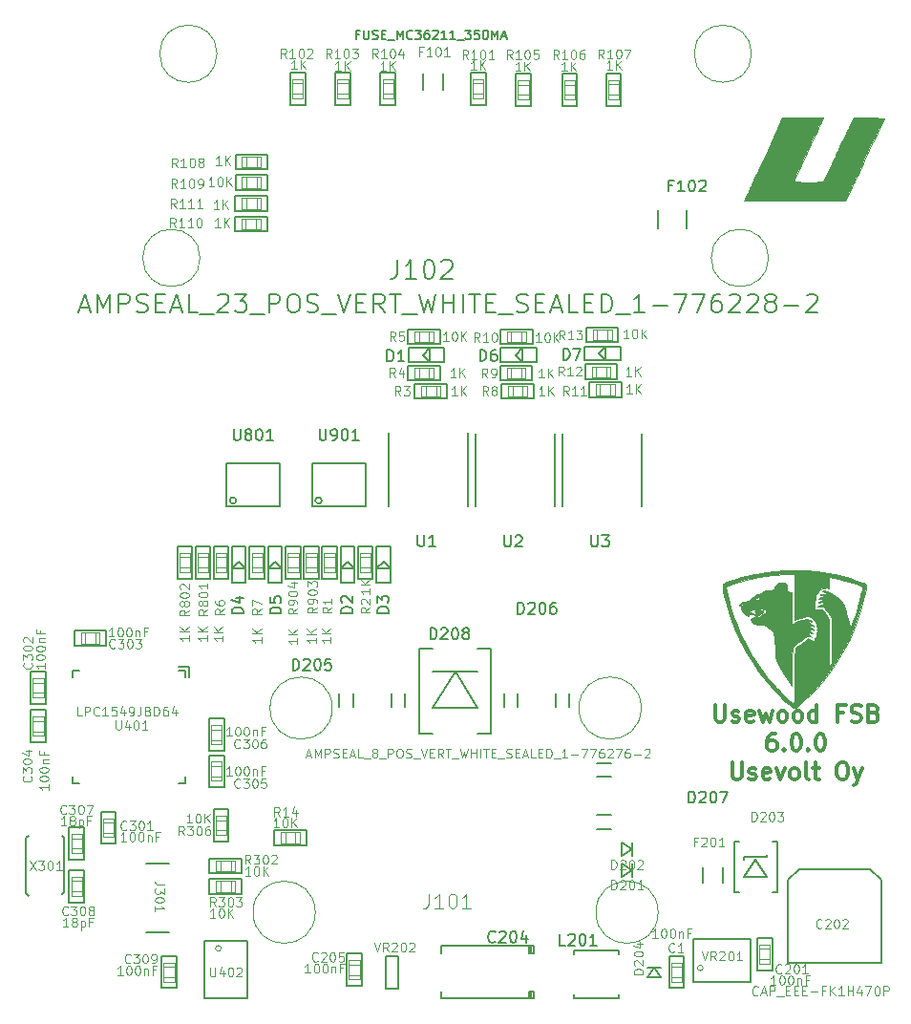
<source format=gto>
G04 #@! TF.GenerationSoftware,KiCad,Pcbnew,(5.0.2-dirty)*
G04 #@! TF.CreationDate,2019-01-30T14:47:07+02:00*
G04 #@! TF.ProjectId,fsb,6673622e-6b69-4636-9164-5f7063625858,rev?*
G04 #@! TF.SameCoordinates,Original*
G04 #@! TF.FileFunction,Legend,Top*
G04 #@! TF.FilePolarity,Positive*
%FSLAX46Y46*%
G04 Gerber Fmt 4.6, Leading zero omitted, Abs format (unit mm)*
G04 Created by KiCad (PCBNEW (5.0.2-dirty)) date ke 30. tammikuuta 2019 14.47.07*
%MOMM*%
%LPD*%
G01*
G04 APERTURE LIST*
%ADD10C,0.300000*%
%ADD11C,0.100000*%
%ADD12C,0.200000*%
%ADD13C,0.203200*%
%ADD14C,0.010000*%
%ADD15C,0.099060*%
%ADD16C,0.198120*%
%ADD17C,0.127000*%
%ADD18C,0.101600*%
%ADD19C,0.076200*%
%ADD20C,0.150000*%
G04 APERTURE END LIST*
D10*
X191021428Y-111928571D02*
X191021428Y-113142857D01*
X191092857Y-113285714D01*
X191164285Y-113357142D01*
X191307142Y-113428571D01*
X191592857Y-113428571D01*
X191735714Y-113357142D01*
X191807142Y-113285714D01*
X191878571Y-113142857D01*
X191878571Y-111928571D01*
X192521428Y-113357142D02*
X192664285Y-113428571D01*
X192950000Y-113428571D01*
X193092857Y-113357142D01*
X193164285Y-113214285D01*
X193164285Y-113142857D01*
X193092857Y-113000000D01*
X192950000Y-112928571D01*
X192735714Y-112928571D01*
X192592857Y-112857142D01*
X192521428Y-112714285D01*
X192521428Y-112642857D01*
X192592857Y-112500000D01*
X192735714Y-112428571D01*
X192950000Y-112428571D01*
X193092857Y-112500000D01*
X194378571Y-113357142D02*
X194235714Y-113428571D01*
X193950000Y-113428571D01*
X193807142Y-113357142D01*
X193735714Y-113214285D01*
X193735714Y-112642857D01*
X193807142Y-112500000D01*
X193950000Y-112428571D01*
X194235714Y-112428571D01*
X194378571Y-112500000D01*
X194450000Y-112642857D01*
X194450000Y-112785714D01*
X193735714Y-112928571D01*
X194950000Y-112428571D02*
X195235714Y-113428571D01*
X195521428Y-112714285D01*
X195807142Y-113428571D01*
X196092857Y-112428571D01*
X196878571Y-113428571D02*
X196735714Y-113357142D01*
X196664285Y-113285714D01*
X196592857Y-113142857D01*
X196592857Y-112714285D01*
X196664285Y-112571428D01*
X196735714Y-112500000D01*
X196878571Y-112428571D01*
X197092857Y-112428571D01*
X197235714Y-112500000D01*
X197307142Y-112571428D01*
X197378571Y-112714285D01*
X197378571Y-113142857D01*
X197307142Y-113285714D01*
X197235714Y-113357142D01*
X197092857Y-113428571D01*
X196878571Y-113428571D01*
X198235714Y-113428571D02*
X198092857Y-113357142D01*
X198021428Y-113285714D01*
X197950000Y-113142857D01*
X197950000Y-112714285D01*
X198021428Y-112571428D01*
X198092857Y-112500000D01*
X198235714Y-112428571D01*
X198450000Y-112428571D01*
X198592857Y-112500000D01*
X198664285Y-112571428D01*
X198735714Y-112714285D01*
X198735714Y-113142857D01*
X198664285Y-113285714D01*
X198592857Y-113357142D01*
X198450000Y-113428571D01*
X198235714Y-113428571D01*
X200021428Y-113428571D02*
X200021428Y-111928571D01*
X200021428Y-113357142D02*
X199878571Y-113428571D01*
X199592857Y-113428571D01*
X199450000Y-113357142D01*
X199378571Y-113285714D01*
X199307142Y-113142857D01*
X199307142Y-112714285D01*
X199378571Y-112571428D01*
X199450000Y-112500000D01*
X199592857Y-112428571D01*
X199878571Y-112428571D01*
X200021428Y-112500000D01*
X202378571Y-112642857D02*
X201878571Y-112642857D01*
X201878571Y-113428571D02*
X201878571Y-111928571D01*
X202592857Y-111928571D01*
X203092857Y-113357142D02*
X203307142Y-113428571D01*
X203664285Y-113428571D01*
X203807142Y-113357142D01*
X203878571Y-113285714D01*
X203950000Y-113142857D01*
X203950000Y-113000000D01*
X203878571Y-112857142D01*
X203807142Y-112785714D01*
X203664285Y-112714285D01*
X203378571Y-112642857D01*
X203235714Y-112571428D01*
X203164285Y-112500000D01*
X203092857Y-112357142D01*
X203092857Y-112214285D01*
X203164285Y-112071428D01*
X203235714Y-112000000D01*
X203378571Y-111928571D01*
X203735714Y-111928571D01*
X203950000Y-112000000D01*
X205092857Y-112642857D02*
X205307142Y-112714285D01*
X205378571Y-112785714D01*
X205450000Y-112928571D01*
X205450000Y-113142857D01*
X205378571Y-113285714D01*
X205307142Y-113357142D01*
X205164285Y-113428571D01*
X204592857Y-113428571D01*
X204592857Y-111928571D01*
X205092857Y-111928571D01*
X205235714Y-112000000D01*
X205307142Y-112071428D01*
X205378571Y-112214285D01*
X205378571Y-112357142D01*
X205307142Y-112500000D01*
X205235714Y-112571428D01*
X205092857Y-112642857D01*
X204592857Y-112642857D01*
X196342857Y-114478571D02*
X196057142Y-114478571D01*
X195914285Y-114550000D01*
X195842857Y-114621428D01*
X195700000Y-114835714D01*
X195628571Y-115121428D01*
X195628571Y-115692857D01*
X195700000Y-115835714D01*
X195771428Y-115907142D01*
X195914285Y-115978571D01*
X196200000Y-115978571D01*
X196342857Y-115907142D01*
X196414285Y-115835714D01*
X196485714Y-115692857D01*
X196485714Y-115335714D01*
X196414285Y-115192857D01*
X196342857Y-115121428D01*
X196200000Y-115050000D01*
X195914285Y-115050000D01*
X195771428Y-115121428D01*
X195700000Y-115192857D01*
X195628571Y-115335714D01*
X197128571Y-115835714D02*
X197200000Y-115907142D01*
X197128571Y-115978571D01*
X197057142Y-115907142D01*
X197128571Y-115835714D01*
X197128571Y-115978571D01*
X198128571Y-114478571D02*
X198271428Y-114478571D01*
X198414285Y-114550000D01*
X198485714Y-114621428D01*
X198557142Y-114764285D01*
X198628571Y-115050000D01*
X198628571Y-115407142D01*
X198557142Y-115692857D01*
X198485714Y-115835714D01*
X198414285Y-115907142D01*
X198271428Y-115978571D01*
X198128571Y-115978571D01*
X197985714Y-115907142D01*
X197914285Y-115835714D01*
X197842857Y-115692857D01*
X197771428Y-115407142D01*
X197771428Y-115050000D01*
X197842857Y-114764285D01*
X197914285Y-114621428D01*
X197985714Y-114550000D01*
X198128571Y-114478571D01*
X199271428Y-115835714D02*
X199342857Y-115907142D01*
X199271428Y-115978571D01*
X199200000Y-115907142D01*
X199271428Y-115835714D01*
X199271428Y-115978571D01*
X200271428Y-114478571D02*
X200414285Y-114478571D01*
X200557142Y-114550000D01*
X200628571Y-114621428D01*
X200700000Y-114764285D01*
X200771428Y-115050000D01*
X200771428Y-115407142D01*
X200700000Y-115692857D01*
X200628571Y-115835714D01*
X200557142Y-115907142D01*
X200414285Y-115978571D01*
X200271428Y-115978571D01*
X200128571Y-115907142D01*
X200057142Y-115835714D01*
X199985714Y-115692857D01*
X199914285Y-115407142D01*
X199914285Y-115050000D01*
X199985714Y-114764285D01*
X200057142Y-114621428D01*
X200128571Y-114550000D01*
X200271428Y-114478571D01*
X192521428Y-117028571D02*
X192521428Y-118242857D01*
X192592857Y-118385714D01*
X192664285Y-118457142D01*
X192807142Y-118528571D01*
X193092857Y-118528571D01*
X193235714Y-118457142D01*
X193307142Y-118385714D01*
X193378571Y-118242857D01*
X193378571Y-117028571D01*
X194021428Y-118457142D02*
X194164285Y-118528571D01*
X194450000Y-118528571D01*
X194592857Y-118457142D01*
X194664285Y-118314285D01*
X194664285Y-118242857D01*
X194592857Y-118100000D01*
X194450000Y-118028571D01*
X194235714Y-118028571D01*
X194092857Y-117957142D01*
X194021428Y-117814285D01*
X194021428Y-117742857D01*
X194092857Y-117600000D01*
X194235714Y-117528571D01*
X194450000Y-117528571D01*
X194592857Y-117600000D01*
X195878571Y-118457142D02*
X195735714Y-118528571D01*
X195450000Y-118528571D01*
X195307142Y-118457142D01*
X195235714Y-118314285D01*
X195235714Y-117742857D01*
X195307142Y-117600000D01*
X195450000Y-117528571D01*
X195735714Y-117528571D01*
X195878571Y-117600000D01*
X195950000Y-117742857D01*
X195950000Y-117885714D01*
X195235714Y-118028571D01*
X196450000Y-117528571D02*
X196807142Y-118528571D01*
X197164285Y-117528571D01*
X197950000Y-118528571D02*
X197807142Y-118457142D01*
X197735714Y-118385714D01*
X197664285Y-118242857D01*
X197664285Y-117814285D01*
X197735714Y-117671428D01*
X197807142Y-117600000D01*
X197950000Y-117528571D01*
X198164285Y-117528571D01*
X198307142Y-117600000D01*
X198378571Y-117671428D01*
X198450000Y-117814285D01*
X198450000Y-118242857D01*
X198378571Y-118385714D01*
X198307142Y-118457142D01*
X198164285Y-118528571D01*
X197950000Y-118528571D01*
X199307142Y-118528571D02*
X199164285Y-118457142D01*
X199092857Y-118314285D01*
X199092857Y-117028571D01*
X199664285Y-117528571D02*
X200235714Y-117528571D01*
X199878571Y-117028571D02*
X199878571Y-118314285D01*
X199950000Y-118457142D01*
X200092857Y-118528571D01*
X200235714Y-118528571D01*
X202164285Y-117028571D02*
X202450000Y-117028571D01*
X202592857Y-117100000D01*
X202735714Y-117242857D01*
X202807142Y-117528571D01*
X202807142Y-118028571D01*
X202735714Y-118314285D01*
X202592857Y-118457142D01*
X202450000Y-118528571D01*
X202164285Y-118528571D01*
X202021428Y-118457142D01*
X201878571Y-118314285D01*
X201807142Y-118028571D01*
X201807142Y-117528571D01*
X201878571Y-117242857D01*
X202021428Y-117100000D01*
X202164285Y-117028571D01*
X203307142Y-117528571D02*
X203664285Y-118528571D01*
X204021428Y-117528571D02*
X203664285Y-118528571D01*
X203521428Y-118885714D01*
X203450000Y-118957142D01*
X203307142Y-119028571D01*
D11*
G04 #@! TO.C,C304*
X131482600Y-112961800D02*
X130517400Y-112961800D01*
X131482600Y-114257200D02*
X131482600Y-113342800D01*
X130517400Y-114638200D02*
X131482600Y-114638200D01*
X130517400Y-113342800D02*
X130517400Y-114257200D01*
X131482600Y-114638200D02*
X131482600Y-114257200D01*
X130517400Y-114257200D02*
X130517400Y-114638200D01*
X131482600Y-114257200D02*
X130517400Y-114257200D01*
X130517400Y-112961800D02*
X130517400Y-113342800D01*
X131482600Y-113342800D02*
X131482600Y-112961800D01*
X130517400Y-113342800D02*
X131482600Y-113342800D01*
D12*
X131660400Y-115222400D02*
X131660400Y-112377600D01*
X131660400Y-112377600D02*
X130339600Y-112377600D01*
X130339600Y-112377600D02*
X130339600Y-115222400D01*
X130339600Y-115222400D02*
X131660400Y-115222400D01*
D13*
G04 #@! TO.C,D203*
X193601780Y-127198220D02*
X195598220Y-127198220D01*
X195598220Y-127198220D02*
X194600000Y-125600560D01*
X194600000Y-125600560D02*
X193601780Y-127198220D01*
X193601780Y-125600560D02*
X193601780Y-125402440D01*
X193601780Y-125402440D02*
X195598220Y-125402440D01*
X195598220Y-125402440D02*
X195598220Y-125201780D01*
X196499920Y-128498700D02*
X196499920Y-124000360D01*
X196499920Y-124000360D02*
X196098600Y-124000360D01*
X196499920Y-128498700D02*
X196098600Y-128498700D01*
X193101400Y-128498700D02*
X192700080Y-128498700D01*
X192700080Y-128498700D02*
X192700080Y-124000360D01*
X192700080Y-124000360D02*
X193101400Y-124000360D01*
D14*
G04 #@! TO.C,G\002A\002A\002A*
G36*
X197149322Y-101103067D02*
X197288807Y-101200100D01*
X197367031Y-101371241D01*
X197390400Y-101612050D01*
X197390400Y-101883999D01*
X197796800Y-101948985D01*
X197796800Y-103364892D01*
X197797630Y-103732316D01*
X197799975Y-104064280D01*
X197803615Y-104347901D01*
X197808330Y-104570298D01*
X197813899Y-104718589D01*
X197820103Y-104779891D01*
X197820972Y-104780799D01*
X197875706Y-104756671D01*
X197981115Y-104696846D01*
X198011472Y-104678400D01*
X198180316Y-104594194D01*
X198407499Y-104506594D01*
X198659140Y-104426018D01*
X198901355Y-104362884D01*
X199100262Y-104327610D01*
X199165394Y-104323600D01*
X199370036Y-104361654D01*
X199480272Y-104427639D01*
X199600200Y-104531679D01*
X199435100Y-104499803D01*
X199310699Y-104493696D01*
X199267758Y-104529799D01*
X199303471Y-104593561D01*
X199415031Y-104670429D01*
X199473435Y-104698602D01*
X199612986Y-104777313D01*
X199713771Y-104864585D01*
X199730871Y-104889260D01*
X199760939Y-104953203D01*
X199740667Y-104962937D01*
X199652138Y-104921483D01*
X199624451Y-104907206D01*
X199480290Y-104856070D01*
X199371098Y-104860138D01*
X199321569Y-104917618D01*
X199320800Y-104929222D01*
X199362249Y-104981900D01*
X199464216Y-105046839D01*
X199486370Y-105057801D01*
X199617399Y-105139466D01*
X199710961Y-105231182D01*
X199714853Y-105237107D01*
X199750099Y-105299497D01*
X199734405Y-105312048D01*
X199650658Y-105277098D01*
X199599573Y-105252870D01*
X199473820Y-105202178D01*
X199399145Y-105203631D01*
X199358391Y-105234698D01*
X199321796Y-105295699D01*
X199356350Y-105323933D01*
X199450865Y-105376576D01*
X199558279Y-105458870D01*
X199644665Y-105542108D01*
X199676400Y-105594694D01*
X199635745Y-105606152D01*
X199534756Y-105579213D01*
X199501317Y-105566061D01*
X199361845Y-105524940D01*
X199300168Y-105544900D01*
X199319061Y-105618503D01*
X199421301Y-105738313D01*
X199432883Y-105749406D01*
X199523206Y-105842837D01*
X199534027Y-105877875D01*
X199498600Y-105870485D01*
X199298594Y-105812018D01*
X199149163Y-105814057D01*
X199015432Y-105882142D01*
X198923054Y-105961907D01*
X198788567Y-106076537D01*
X198603789Y-106216729D01*
X198405120Y-106355066D01*
X198373551Y-106375798D01*
X198231593Y-106468559D01*
X198116455Y-106551143D01*
X198025152Y-106635012D01*
X197954700Y-106731633D01*
X197902113Y-106852468D01*
X197864406Y-107008982D01*
X197838594Y-107212640D01*
X197821692Y-107474905D01*
X197810715Y-107807243D01*
X197802677Y-108221117D01*
X197796800Y-108590800D01*
X197771400Y-110191000D01*
X197435140Y-109708400D01*
X197124021Y-109241922D01*
X196854700Y-108797524D01*
X196637410Y-108392906D01*
X196500418Y-108091387D01*
X196454446Y-107969860D01*
X196419353Y-107851074D01*
X196392779Y-107716850D01*
X196372363Y-107549010D01*
X196355744Y-107329374D01*
X196340562Y-107039765D01*
X196328900Y-106770587D01*
X196310605Y-106377749D01*
X196289644Y-106071366D01*
X196262158Y-105836300D01*
X196224289Y-105657412D01*
X196172178Y-105519564D01*
X196101966Y-105407617D01*
X196009795Y-105306435D01*
X195939213Y-105241840D01*
X195696590Y-105041180D01*
X195492218Y-104906649D01*
X195299233Y-104826386D01*
X195090771Y-104788527D01*
X194895151Y-104780799D01*
X194686748Y-104776917D01*
X194548541Y-104760275D01*
X194449262Y-104723380D01*
X194357645Y-104658742D01*
X194346297Y-104649284D01*
X194224136Y-104507924D01*
X194190000Y-104368614D01*
X194206621Y-104259077D01*
X194277257Y-104205750D01*
X194346766Y-104188106D01*
X194484659Y-104135197D01*
X194536862Y-104060785D01*
X194511987Y-103981177D01*
X194418645Y-103912679D01*
X194265448Y-103871599D01*
X194176867Y-103866400D01*
X194051287Y-103872689D01*
X194003877Y-103901071D01*
X194011511Y-103965815D01*
X194012200Y-103968000D01*
X194018400Y-104051482D01*
X193962213Y-104058284D01*
X193847545Y-103988714D01*
X193800197Y-103951245D01*
X193678979Y-103862224D01*
X193575564Y-103803527D01*
X193567990Y-103800551D01*
X193462480Y-103718801D01*
X193462116Y-103718256D01*
X193809000Y-103718256D01*
X193994336Y-103689394D01*
X194175710Y-103690603D01*
X194355732Y-103764465D01*
X194364805Y-103769764D01*
X194507373Y-103840990D01*
X194576672Y-103842593D01*
X194573723Y-103774259D01*
X194545600Y-103714000D01*
X194506693Y-103625340D01*
X194503384Y-103589595D01*
X194558570Y-103577914D01*
X194687244Y-103560776D01*
X194861704Y-103541864D01*
X194864111Y-103541627D01*
X195053112Y-103527059D01*
X195164463Y-103531503D01*
X195220799Y-103557651D01*
X195238094Y-103586128D01*
X195229629Y-103697223D01*
X195123444Y-103811026D01*
X194923209Y-103923673D01*
X194913900Y-103927832D01*
X194785408Y-103999395D01*
X194708111Y-104070611D01*
X194698000Y-104097377D01*
X194720327Y-104157423D01*
X194793574Y-104159804D01*
X194927137Y-104102154D01*
X195113136Y-103992957D01*
X195277094Y-103878296D01*
X195415290Y-103760399D01*
X195486566Y-103679689D01*
X195543203Y-103582866D01*
X195540326Y-103527738D01*
X195482410Y-103476931D01*
X195359425Y-103433042D01*
X195164114Y-103414356D01*
X194921939Y-103418513D01*
X194658362Y-103443151D01*
X194398845Y-103485909D01*
X194168852Y-103544426D01*
X193996788Y-103614705D01*
X193809000Y-103718256D01*
X193462116Y-103718256D01*
X193365181Y-103573446D01*
X193296482Y-103401748D01*
X193275789Y-103266501D01*
X193263579Y-103162038D01*
X193233873Y-103125357D01*
X193228310Y-103127630D01*
X193164130Y-103119538D01*
X193144001Y-103096959D01*
X193148879Y-103020283D01*
X193194411Y-102964024D01*
X193343320Y-102964024D01*
X193345502Y-103030886D01*
X193379046Y-103081225D01*
X193485143Y-103150333D01*
X193608444Y-103119550D01*
X193615205Y-103115359D01*
X193624968Y-103067377D01*
X193536480Y-102997409D01*
X193527441Y-102992152D01*
X193409893Y-102947555D01*
X193343320Y-102964024D01*
X193194411Y-102964024D01*
X193223649Y-102927898D01*
X193342801Y-102839044D01*
X193480827Y-102772961D01*
X193605573Y-102748800D01*
X193885033Y-102702250D01*
X194162966Y-102571874D01*
X194176933Y-102560553D01*
X194563468Y-102560553D01*
X194568911Y-102593020D01*
X194649017Y-102639962D01*
X194767871Y-102639798D01*
X194875823Y-102595502D01*
X194899353Y-102573225D01*
X194934538Y-102476885D01*
X194883448Y-102409130D01*
X194809301Y-102394815D01*
X194702253Y-102423479D01*
X194609450Y-102487678D01*
X194563468Y-102560553D01*
X194176933Y-102560553D01*
X194410089Y-102371580D01*
X194418600Y-102362649D01*
X194558112Y-102236794D01*
X194698914Y-102144142D01*
X194774200Y-102114326D01*
X194947728Y-102064826D01*
X195119014Y-101985098D01*
X195290313Y-101882152D01*
X195476447Y-101805421D01*
X195752036Y-101753403D01*
X195844933Y-101743502D01*
X196239041Y-101707400D01*
X196294020Y-101478800D01*
X196347730Y-101318646D01*
X196430684Y-101219151D01*
X196526800Y-101161378D01*
X196692950Y-101105235D01*
X196888512Y-101074467D01*
X196942212Y-101072478D01*
X197149322Y-101103067D01*
X197149322Y-101103067D01*
G37*
X197149322Y-101103067D02*
X197288807Y-101200100D01*
X197367031Y-101371241D01*
X197390400Y-101612050D01*
X197390400Y-101883999D01*
X197796800Y-101948985D01*
X197796800Y-103364892D01*
X197797630Y-103732316D01*
X197799975Y-104064280D01*
X197803615Y-104347901D01*
X197808330Y-104570298D01*
X197813899Y-104718589D01*
X197820103Y-104779891D01*
X197820972Y-104780799D01*
X197875706Y-104756671D01*
X197981115Y-104696846D01*
X198011472Y-104678400D01*
X198180316Y-104594194D01*
X198407499Y-104506594D01*
X198659140Y-104426018D01*
X198901355Y-104362884D01*
X199100262Y-104327610D01*
X199165394Y-104323600D01*
X199370036Y-104361654D01*
X199480272Y-104427639D01*
X199600200Y-104531679D01*
X199435100Y-104499803D01*
X199310699Y-104493696D01*
X199267758Y-104529799D01*
X199303471Y-104593561D01*
X199415031Y-104670429D01*
X199473435Y-104698602D01*
X199612986Y-104777313D01*
X199713771Y-104864585D01*
X199730871Y-104889260D01*
X199760939Y-104953203D01*
X199740667Y-104962937D01*
X199652138Y-104921483D01*
X199624451Y-104907206D01*
X199480290Y-104856070D01*
X199371098Y-104860138D01*
X199321569Y-104917618D01*
X199320800Y-104929222D01*
X199362249Y-104981900D01*
X199464216Y-105046839D01*
X199486370Y-105057801D01*
X199617399Y-105139466D01*
X199710961Y-105231182D01*
X199714853Y-105237107D01*
X199750099Y-105299497D01*
X199734405Y-105312048D01*
X199650658Y-105277098D01*
X199599573Y-105252870D01*
X199473820Y-105202178D01*
X199399145Y-105203631D01*
X199358391Y-105234698D01*
X199321796Y-105295699D01*
X199356350Y-105323933D01*
X199450865Y-105376576D01*
X199558279Y-105458870D01*
X199644665Y-105542108D01*
X199676400Y-105594694D01*
X199635745Y-105606152D01*
X199534756Y-105579213D01*
X199501317Y-105566061D01*
X199361845Y-105524940D01*
X199300168Y-105544900D01*
X199319061Y-105618503D01*
X199421301Y-105738313D01*
X199432883Y-105749406D01*
X199523206Y-105842837D01*
X199534027Y-105877875D01*
X199498600Y-105870485D01*
X199298594Y-105812018D01*
X199149163Y-105814057D01*
X199015432Y-105882142D01*
X198923054Y-105961907D01*
X198788567Y-106076537D01*
X198603789Y-106216729D01*
X198405120Y-106355066D01*
X198373551Y-106375798D01*
X198231593Y-106468559D01*
X198116455Y-106551143D01*
X198025152Y-106635012D01*
X197954700Y-106731633D01*
X197902113Y-106852468D01*
X197864406Y-107008982D01*
X197838594Y-107212640D01*
X197821692Y-107474905D01*
X197810715Y-107807243D01*
X197802677Y-108221117D01*
X197796800Y-108590800D01*
X197771400Y-110191000D01*
X197435140Y-109708400D01*
X197124021Y-109241922D01*
X196854700Y-108797524D01*
X196637410Y-108392906D01*
X196500418Y-108091387D01*
X196454446Y-107969860D01*
X196419353Y-107851074D01*
X196392779Y-107716850D01*
X196372363Y-107549010D01*
X196355744Y-107329374D01*
X196340562Y-107039765D01*
X196328900Y-106770587D01*
X196310605Y-106377749D01*
X196289644Y-106071366D01*
X196262158Y-105836300D01*
X196224289Y-105657412D01*
X196172178Y-105519564D01*
X196101966Y-105407617D01*
X196009795Y-105306435D01*
X195939213Y-105241840D01*
X195696590Y-105041180D01*
X195492218Y-104906649D01*
X195299233Y-104826386D01*
X195090771Y-104788527D01*
X194895151Y-104780799D01*
X194686748Y-104776917D01*
X194548541Y-104760275D01*
X194449262Y-104723380D01*
X194357645Y-104658742D01*
X194346297Y-104649284D01*
X194224136Y-104507924D01*
X194190000Y-104368614D01*
X194206621Y-104259077D01*
X194277257Y-104205750D01*
X194346766Y-104188106D01*
X194484659Y-104135197D01*
X194536862Y-104060785D01*
X194511987Y-103981177D01*
X194418645Y-103912679D01*
X194265448Y-103871599D01*
X194176867Y-103866400D01*
X194051287Y-103872689D01*
X194003877Y-103901071D01*
X194011511Y-103965815D01*
X194012200Y-103968000D01*
X194018400Y-104051482D01*
X193962213Y-104058284D01*
X193847545Y-103988714D01*
X193800197Y-103951245D01*
X193678979Y-103862224D01*
X193575564Y-103803527D01*
X193567990Y-103800551D01*
X193462480Y-103718801D01*
X193462116Y-103718256D01*
X193809000Y-103718256D01*
X193994336Y-103689394D01*
X194175710Y-103690603D01*
X194355732Y-103764465D01*
X194364805Y-103769764D01*
X194507373Y-103840990D01*
X194576672Y-103842593D01*
X194573723Y-103774259D01*
X194545600Y-103714000D01*
X194506693Y-103625340D01*
X194503384Y-103589595D01*
X194558570Y-103577914D01*
X194687244Y-103560776D01*
X194861704Y-103541864D01*
X194864111Y-103541627D01*
X195053112Y-103527059D01*
X195164463Y-103531503D01*
X195220799Y-103557651D01*
X195238094Y-103586128D01*
X195229629Y-103697223D01*
X195123444Y-103811026D01*
X194923209Y-103923673D01*
X194913900Y-103927832D01*
X194785408Y-103999395D01*
X194708111Y-104070611D01*
X194698000Y-104097377D01*
X194720327Y-104157423D01*
X194793574Y-104159804D01*
X194927137Y-104102154D01*
X195113136Y-103992957D01*
X195277094Y-103878296D01*
X195415290Y-103760399D01*
X195486566Y-103679689D01*
X195543203Y-103582866D01*
X195540326Y-103527738D01*
X195482410Y-103476931D01*
X195359425Y-103433042D01*
X195164114Y-103414356D01*
X194921939Y-103418513D01*
X194658362Y-103443151D01*
X194398845Y-103485909D01*
X194168852Y-103544426D01*
X193996788Y-103614705D01*
X193809000Y-103718256D01*
X193462116Y-103718256D01*
X193365181Y-103573446D01*
X193296482Y-103401748D01*
X193275789Y-103266501D01*
X193263579Y-103162038D01*
X193233873Y-103125357D01*
X193228310Y-103127630D01*
X193164130Y-103119538D01*
X193144001Y-103096959D01*
X193148879Y-103020283D01*
X193194411Y-102964024D01*
X193343320Y-102964024D01*
X193345502Y-103030886D01*
X193379046Y-103081225D01*
X193485143Y-103150333D01*
X193608444Y-103119550D01*
X193615205Y-103115359D01*
X193624968Y-103067377D01*
X193536480Y-102997409D01*
X193527441Y-102992152D01*
X193409893Y-102947555D01*
X193343320Y-102964024D01*
X193194411Y-102964024D01*
X193223649Y-102927898D01*
X193342801Y-102839044D01*
X193480827Y-102772961D01*
X193605573Y-102748800D01*
X193885033Y-102702250D01*
X194162966Y-102571874D01*
X194176933Y-102560553D01*
X194563468Y-102560553D01*
X194568911Y-102593020D01*
X194649017Y-102639962D01*
X194767871Y-102639798D01*
X194875823Y-102595502D01*
X194899353Y-102573225D01*
X194934538Y-102476885D01*
X194883448Y-102409130D01*
X194809301Y-102394815D01*
X194702253Y-102423479D01*
X194609450Y-102487678D01*
X194563468Y-102560553D01*
X194176933Y-102560553D01*
X194410089Y-102371580D01*
X194418600Y-102362649D01*
X194558112Y-102236794D01*
X194698914Y-102144142D01*
X194774200Y-102114326D01*
X194947728Y-102064826D01*
X195119014Y-101985098D01*
X195290313Y-101882152D01*
X195476447Y-101805421D01*
X195752036Y-101753403D01*
X195844933Y-101743502D01*
X196239041Y-101707400D01*
X196294020Y-101478800D01*
X196347730Y-101318646D01*
X196430684Y-101219151D01*
X196526800Y-101161378D01*
X196692950Y-101105235D01*
X196888512Y-101074467D01*
X196942212Y-101072478D01*
X197149322Y-101103067D01*
G36*
X199045004Y-100007593D02*
X200020670Y-100098682D01*
X201011336Y-100243565D01*
X201995370Y-100439254D01*
X202951138Y-100682762D01*
X203581610Y-100876696D01*
X203827510Y-100963261D01*
X204045063Y-101049208D01*
X204212114Y-101125144D01*
X204306506Y-101181673D01*
X204311288Y-101186088D01*
X204359259Y-101253963D01*
X204384326Y-101348889D01*
X204385565Y-101485153D01*
X204362048Y-101677044D01*
X204312851Y-101938852D01*
X204241288Y-102266200D01*
X203893508Y-103575123D01*
X203453958Y-104845830D01*
X202925132Y-106073758D01*
X202309525Y-107254348D01*
X201609632Y-108383036D01*
X200827949Y-109455264D01*
X199966969Y-110466468D01*
X199474108Y-110981368D01*
X199086709Y-111363752D01*
X198761680Y-111670893D01*
X198496010Y-111905321D01*
X198286688Y-112069563D01*
X198130704Y-112166147D01*
X198025400Y-112197600D01*
X197921740Y-112164163D01*
X197768185Y-112072787D01*
X197587184Y-111936868D01*
X197583537Y-111933868D01*
X197148843Y-111551347D01*
X196682846Y-111097523D01*
X196201883Y-110590833D01*
X195722290Y-110049713D01*
X195260401Y-109492600D01*
X194832554Y-108937931D01*
X194455083Y-108404141D01*
X194452233Y-108399888D01*
X193777708Y-107321941D01*
X193196622Y-106237207D01*
X192701363Y-105128334D01*
X192284322Y-103977968D01*
X191937888Y-102768755D01*
X191880803Y-102536689D01*
X191790281Y-102152058D01*
X191724994Y-101852835D01*
X191683640Y-101626355D01*
X191665779Y-101467599D01*
X191979069Y-101467599D01*
X191983176Y-101518767D01*
X192188537Y-102443043D01*
X192410371Y-103288508D01*
X192656124Y-104077551D01*
X192933240Y-104832559D01*
X193249164Y-105575922D01*
X193527271Y-106161971D01*
X194168507Y-107343887D01*
X194895820Y-108471880D01*
X195708826Y-109545379D01*
X196233523Y-110158529D01*
X196433241Y-110375563D01*
X196657301Y-110608717D01*
X196894595Y-110847533D01*
X197134014Y-111081556D01*
X197364452Y-111300326D01*
X197574801Y-111493386D01*
X197753951Y-111650280D01*
X197890796Y-111760549D01*
X197974227Y-111813737D01*
X197993124Y-111815079D01*
X198000155Y-111759291D01*
X198007722Y-111611987D01*
X198015586Y-111383248D01*
X198023506Y-111083153D01*
X198031244Y-110721783D01*
X198038559Y-110309219D01*
X198045214Y-109855542D01*
X198050800Y-109386737D01*
X198057994Y-108780782D01*
X198065813Y-108270472D01*
X198074466Y-107849850D01*
X198084162Y-107512961D01*
X198095110Y-107253851D01*
X198107518Y-107066564D01*
X198121597Y-106945145D01*
X198137555Y-106883638D01*
X198138718Y-106881473D01*
X198211252Y-106801669D01*
X198344274Y-106692859D01*
X198510469Y-106577162D01*
X198529311Y-106565149D01*
X198720890Y-106437888D01*
X198905518Y-106304868D01*
X199040834Y-106196882D01*
X199224281Y-106035813D01*
X199470507Y-106151138D01*
X199651482Y-106221610D01*
X199763946Y-106226542D01*
X199818814Y-106163749D01*
X199828800Y-106079422D01*
X199859917Y-105958794D01*
X199905000Y-105898400D01*
X199963012Y-105802180D01*
X199981200Y-105699139D01*
X199999585Y-105577721D01*
X200033887Y-105510432D01*
X200059812Y-105413639D01*
X200037597Y-105328922D01*
X200015696Y-105199217D01*
X200039184Y-105149535D01*
X200056643Y-105060652D01*
X200010074Y-104908281D01*
X199958019Y-104755605D01*
X199931327Y-104622407D01*
X199930400Y-104602707D01*
X199887761Y-104485387D01*
X199777346Y-104352280D01*
X199625402Y-104226092D01*
X199458179Y-104129530D01*
X199337787Y-104090070D01*
X199136194Y-104081564D01*
X198873860Y-104112990D01*
X198581033Y-104179072D01*
X198294510Y-104272036D01*
X198050800Y-104364638D01*
X198050800Y-103290802D01*
X199809654Y-103290802D01*
X199809889Y-103383740D01*
X199888670Y-103436118D01*
X200051864Y-103449773D01*
X200261124Y-103432336D01*
X200436017Y-103419211D01*
X200528193Y-103432590D01*
X200540000Y-103448807D01*
X200567979Y-103510122D01*
X200643059Y-103632178D01*
X200751949Y-103794014D01*
X200819400Y-103889548D01*
X201098800Y-104278973D01*
X201100405Y-106396786D01*
X201102010Y-108514600D01*
X201352800Y-108229534D01*
X201352800Y-104228325D01*
X201015913Y-103729862D01*
X200877140Y-103530035D01*
X200752411Y-103360445D01*
X200655885Y-103239715D01*
X200603510Y-103187416D01*
X200507497Y-103165814D01*
X200361888Y-103166407D01*
X200318097Y-103171068D01*
X200108200Y-103198704D01*
X200228127Y-103100752D01*
X200355795Y-103028667D01*
X200469427Y-103002800D01*
X200566119Y-102976621D01*
X200590800Y-102901200D01*
X200552352Y-102818932D01*
X200440188Y-102801942D01*
X200263907Y-102849142D01*
X200170044Y-102872029D01*
X200133600Y-102857142D01*
X200175841Y-102810418D01*
X200281710Y-102744608D01*
X200419921Y-102676879D01*
X200555919Y-102625396D01*
X200628591Y-102584745D01*
X200618360Y-102543924D01*
X200543304Y-102513980D01*
X200421500Y-102505960D01*
X200368313Y-102510747D01*
X200159000Y-102538304D01*
X200278927Y-102440352D01*
X200418854Y-102367365D01*
X200549861Y-102342400D01*
X200658514Y-102325613D01*
X200682464Y-102285654D01*
X200630919Y-102238125D01*
X200513086Y-102198628D01*
X200459829Y-102189836D01*
X200351605Y-102165586D01*
X200333128Y-102137216D01*
X200393071Y-102110906D01*
X200520104Y-102092837D01*
X200645754Y-102088400D01*
X200790207Y-102073243D01*
X200844098Y-102026197D01*
X200844800Y-102017635D01*
X200798533Y-101937957D01*
X200671595Y-101892078D01*
X200573945Y-101884422D01*
X200502159Y-101876324D01*
X200523230Y-101845682D01*
X200540000Y-101834400D01*
X200696790Y-101787482D01*
X200907474Y-101817267D01*
X201177099Y-101924567D01*
X201213616Y-101942671D01*
X201447145Y-102077166D01*
X201691203Y-102245561D01*
X201923915Y-102429859D01*
X202123408Y-102612062D01*
X202267807Y-102774175D01*
X202316928Y-102850400D01*
X202363187Y-102962652D01*
X202428265Y-103150184D01*
X202504711Y-103390130D01*
X202585068Y-103659624D01*
X202615017Y-103764800D01*
X202696630Y-104050669D01*
X202777791Y-104326722D01*
X202850517Y-104566337D01*
X202906820Y-104742888D01*
X202919743Y-104780800D01*
X203017584Y-105060200D01*
X203128793Y-104806200D01*
X203252671Y-104496030D01*
X203388360Y-104109603D01*
X203528934Y-103670518D01*
X203667467Y-103202373D01*
X203797032Y-102728769D01*
X203910703Y-102273305D01*
X204001554Y-101859580D01*
X204017443Y-101778331D01*
X204050450Y-101574323D01*
X204054577Y-101449952D01*
X204030224Y-101387564D01*
X204026380Y-101384169D01*
X203930895Y-101334389D01*
X203753330Y-101266589D01*
X203510638Y-101185441D01*
X203219771Y-101095619D01*
X202897685Y-101001794D01*
X202561330Y-100908639D01*
X202227662Y-100820826D01*
X201913632Y-100743028D01*
X201636195Y-100679918D01*
X201412303Y-100636167D01*
X201258909Y-100616449D01*
X201238500Y-100615802D01*
X201098800Y-100615200D01*
X201098800Y-101578456D01*
X200882900Y-101550760D01*
X200682673Y-101559535D01*
X200473182Y-101622746D01*
X200289441Y-101724938D01*
X200166469Y-101850658D01*
X200154662Y-101872150D01*
X200074426Y-102002765D01*
X200008628Y-102086158D01*
X199948994Y-102195744D01*
X199950515Y-102270746D01*
X199948873Y-102378527D01*
X199922256Y-102428412D01*
X199889907Y-102514637D01*
X199865009Y-102668040D01*
X199853557Y-102841073D01*
X199844126Y-103033795D01*
X199827496Y-103198738D01*
X199809654Y-103290802D01*
X198050800Y-103290802D01*
X198050800Y-100294493D01*
X197276100Y-100327055D01*
X196070863Y-100416195D01*
X194909423Y-100582943D01*
X193764642Y-100832167D01*
X192640600Y-101158570D01*
X192369674Y-101248221D01*
X192182051Y-101316282D01*
X192063739Y-101370421D01*
X192000742Y-101418304D01*
X191979069Y-101467599D01*
X191665779Y-101467599D01*
X191664918Y-101459952D01*
X191667527Y-101340961D01*
X191690167Y-101256717D01*
X191731537Y-101194553D01*
X191741843Y-101183756D01*
X191844465Y-101118291D01*
X192031888Y-101035562D01*
X192289635Y-100939884D01*
X192603224Y-100835574D01*
X192958178Y-100726948D01*
X193340015Y-100618321D01*
X193734258Y-100514010D01*
X194126425Y-100418331D01*
X194502039Y-100335600D01*
X194748800Y-100287441D01*
X195518177Y-100165758D01*
X196364281Y-100068371D01*
X197225208Y-99998749D01*
X198105973Y-99973286D01*
X199045004Y-100007593D01*
X199045004Y-100007593D01*
G37*
X199045004Y-100007593D02*
X200020670Y-100098682D01*
X201011336Y-100243565D01*
X201995370Y-100439254D01*
X202951138Y-100682762D01*
X203581610Y-100876696D01*
X203827510Y-100963261D01*
X204045063Y-101049208D01*
X204212114Y-101125144D01*
X204306506Y-101181673D01*
X204311288Y-101186088D01*
X204359259Y-101253963D01*
X204384326Y-101348889D01*
X204385565Y-101485153D01*
X204362048Y-101677044D01*
X204312851Y-101938852D01*
X204241288Y-102266200D01*
X203893508Y-103575123D01*
X203453958Y-104845830D01*
X202925132Y-106073758D01*
X202309525Y-107254348D01*
X201609632Y-108383036D01*
X200827949Y-109455264D01*
X199966969Y-110466468D01*
X199474108Y-110981368D01*
X199086709Y-111363752D01*
X198761680Y-111670893D01*
X198496010Y-111905321D01*
X198286688Y-112069563D01*
X198130704Y-112166147D01*
X198025400Y-112197600D01*
X197921740Y-112164163D01*
X197768185Y-112072787D01*
X197587184Y-111936868D01*
X197583537Y-111933868D01*
X197148843Y-111551347D01*
X196682846Y-111097523D01*
X196201883Y-110590833D01*
X195722290Y-110049713D01*
X195260401Y-109492600D01*
X194832554Y-108937931D01*
X194455083Y-108404141D01*
X194452233Y-108399888D01*
X193777708Y-107321941D01*
X193196622Y-106237207D01*
X192701363Y-105128334D01*
X192284322Y-103977968D01*
X191937888Y-102768755D01*
X191880803Y-102536689D01*
X191790281Y-102152058D01*
X191724994Y-101852835D01*
X191683640Y-101626355D01*
X191665779Y-101467599D01*
X191979069Y-101467599D01*
X191983176Y-101518767D01*
X192188537Y-102443043D01*
X192410371Y-103288508D01*
X192656124Y-104077551D01*
X192933240Y-104832559D01*
X193249164Y-105575922D01*
X193527271Y-106161971D01*
X194168507Y-107343887D01*
X194895820Y-108471880D01*
X195708826Y-109545379D01*
X196233523Y-110158529D01*
X196433241Y-110375563D01*
X196657301Y-110608717D01*
X196894595Y-110847533D01*
X197134014Y-111081556D01*
X197364452Y-111300326D01*
X197574801Y-111493386D01*
X197753951Y-111650280D01*
X197890796Y-111760549D01*
X197974227Y-111813737D01*
X197993124Y-111815079D01*
X198000155Y-111759291D01*
X198007722Y-111611987D01*
X198015586Y-111383248D01*
X198023506Y-111083153D01*
X198031244Y-110721783D01*
X198038559Y-110309219D01*
X198045214Y-109855542D01*
X198050800Y-109386737D01*
X198057994Y-108780782D01*
X198065813Y-108270472D01*
X198074466Y-107849850D01*
X198084162Y-107512961D01*
X198095110Y-107253851D01*
X198107518Y-107066564D01*
X198121597Y-106945145D01*
X198137555Y-106883638D01*
X198138718Y-106881473D01*
X198211252Y-106801669D01*
X198344274Y-106692859D01*
X198510469Y-106577162D01*
X198529311Y-106565149D01*
X198720890Y-106437888D01*
X198905518Y-106304868D01*
X199040834Y-106196882D01*
X199224281Y-106035813D01*
X199470507Y-106151138D01*
X199651482Y-106221610D01*
X199763946Y-106226542D01*
X199818814Y-106163749D01*
X199828800Y-106079422D01*
X199859917Y-105958794D01*
X199905000Y-105898400D01*
X199963012Y-105802180D01*
X199981200Y-105699139D01*
X199999585Y-105577721D01*
X200033887Y-105510432D01*
X200059812Y-105413639D01*
X200037597Y-105328922D01*
X200015696Y-105199217D01*
X200039184Y-105149535D01*
X200056643Y-105060652D01*
X200010074Y-104908281D01*
X199958019Y-104755605D01*
X199931327Y-104622407D01*
X199930400Y-104602707D01*
X199887761Y-104485387D01*
X199777346Y-104352280D01*
X199625402Y-104226092D01*
X199458179Y-104129530D01*
X199337787Y-104090070D01*
X199136194Y-104081564D01*
X198873860Y-104112990D01*
X198581033Y-104179072D01*
X198294510Y-104272036D01*
X198050800Y-104364638D01*
X198050800Y-103290802D01*
X199809654Y-103290802D01*
X199809889Y-103383740D01*
X199888670Y-103436118D01*
X200051864Y-103449773D01*
X200261124Y-103432336D01*
X200436017Y-103419211D01*
X200528193Y-103432590D01*
X200540000Y-103448807D01*
X200567979Y-103510122D01*
X200643059Y-103632178D01*
X200751949Y-103794014D01*
X200819400Y-103889548D01*
X201098800Y-104278973D01*
X201100405Y-106396786D01*
X201102010Y-108514600D01*
X201352800Y-108229534D01*
X201352800Y-104228325D01*
X201015913Y-103729862D01*
X200877140Y-103530035D01*
X200752411Y-103360445D01*
X200655885Y-103239715D01*
X200603510Y-103187416D01*
X200507497Y-103165814D01*
X200361888Y-103166407D01*
X200318097Y-103171068D01*
X200108200Y-103198704D01*
X200228127Y-103100752D01*
X200355795Y-103028667D01*
X200469427Y-103002800D01*
X200566119Y-102976621D01*
X200590800Y-102901200D01*
X200552352Y-102818932D01*
X200440188Y-102801942D01*
X200263907Y-102849142D01*
X200170044Y-102872029D01*
X200133600Y-102857142D01*
X200175841Y-102810418D01*
X200281710Y-102744608D01*
X200419921Y-102676879D01*
X200555919Y-102625396D01*
X200628591Y-102584745D01*
X200618360Y-102543924D01*
X200543304Y-102513980D01*
X200421500Y-102505960D01*
X200368313Y-102510747D01*
X200159000Y-102538304D01*
X200278927Y-102440352D01*
X200418854Y-102367365D01*
X200549861Y-102342400D01*
X200658514Y-102325613D01*
X200682464Y-102285654D01*
X200630919Y-102238125D01*
X200513086Y-102198628D01*
X200459829Y-102189836D01*
X200351605Y-102165586D01*
X200333128Y-102137216D01*
X200393071Y-102110906D01*
X200520104Y-102092837D01*
X200645754Y-102088400D01*
X200790207Y-102073243D01*
X200844098Y-102026197D01*
X200844800Y-102017635D01*
X200798533Y-101937957D01*
X200671595Y-101892078D01*
X200573945Y-101884422D01*
X200502159Y-101876324D01*
X200523230Y-101845682D01*
X200540000Y-101834400D01*
X200696790Y-101787482D01*
X200907474Y-101817267D01*
X201177099Y-101924567D01*
X201213616Y-101942671D01*
X201447145Y-102077166D01*
X201691203Y-102245561D01*
X201923915Y-102429859D01*
X202123408Y-102612062D01*
X202267807Y-102774175D01*
X202316928Y-102850400D01*
X202363187Y-102962652D01*
X202428265Y-103150184D01*
X202504711Y-103390130D01*
X202585068Y-103659624D01*
X202615017Y-103764800D01*
X202696630Y-104050669D01*
X202777791Y-104326722D01*
X202850517Y-104566337D01*
X202906820Y-104742888D01*
X202919743Y-104780800D01*
X203017584Y-105060200D01*
X203128793Y-104806200D01*
X203252671Y-104496030D01*
X203388360Y-104109603D01*
X203528934Y-103670518D01*
X203667467Y-103202373D01*
X203797032Y-102728769D01*
X203910703Y-102273305D01*
X204001554Y-101859580D01*
X204017443Y-101778331D01*
X204050450Y-101574323D01*
X204054577Y-101449952D01*
X204030224Y-101387564D01*
X204026380Y-101384169D01*
X203930895Y-101334389D01*
X203753330Y-101266589D01*
X203510638Y-101185441D01*
X203219771Y-101095619D01*
X202897685Y-101001794D01*
X202561330Y-100908639D01*
X202227662Y-100820826D01*
X201913632Y-100743028D01*
X201636195Y-100679918D01*
X201412303Y-100636167D01*
X201258909Y-100616449D01*
X201238500Y-100615802D01*
X201098800Y-100615200D01*
X201098800Y-101578456D01*
X200882900Y-101550760D01*
X200682673Y-101559535D01*
X200473182Y-101622746D01*
X200289441Y-101724938D01*
X200166469Y-101850658D01*
X200154662Y-101872150D01*
X200074426Y-102002765D01*
X200008628Y-102086158D01*
X199948994Y-102195744D01*
X199950515Y-102270746D01*
X199948873Y-102378527D01*
X199922256Y-102428412D01*
X199889907Y-102514637D01*
X199865009Y-102668040D01*
X199853557Y-102841073D01*
X199844126Y-103033795D01*
X199827496Y-103198738D01*
X199809654Y-103290802D01*
X198050800Y-103290802D01*
X198050800Y-100294493D01*
X197276100Y-100327055D01*
X196070863Y-100416195D01*
X194909423Y-100582943D01*
X193764642Y-100832167D01*
X192640600Y-101158570D01*
X192369674Y-101248221D01*
X192182051Y-101316282D01*
X192063739Y-101370421D01*
X192000742Y-101418304D01*
X191979069Y-101467599D01*
X191665779Y-101467599D01*
X191664918Y-101459952D01*
X191667527Y-101340961D01*
X191690167Y-101256717D01*
X191731537Y-101194553D01*
X191741843Y-101183756D01*
X191844465Y-101118291D01*
X192031888Y-101035562D01*
X192289635Y-100939884D01*
X192603224Y-100835574D01*
X192958178Y-100726948D01*
X193340015Y-100618321D01*
X193734258Y-100514010D01*
X194126425Y-100418331D01*
X194502039Y-100335600D01*
X194748800Y-100287441D01*
X195518177Y-100165758D01*
X196364281Y-100068371D01*
X197225208Y-99998749D01*
X198105973Y-99973286D01*
X199045004Y-100007593D01*
G36*
X204993339Y-59892237D02*
X205318072Y-59894036D01*
X205593984Y-59896824D01*
X205807953Y-59900428D01*
X205946857Y-59904677D01*
X205997575Y-59909398D01*
X205997599Y-59909507D01*
X205977321Y-59959800D01*
X205922221Y-60082986D01*
X205840905Y-60260106D01*
X205749766Y-60455607D01*
X205588743Y-60798504D01*
X205406057Y-61187048D01*
X205206704Y-61610652D01*
X204995680Y-62058728D01*
X204777981Y-62520689D01*
X204558605Y-62985946D01*
X204342547Y-63443913D01*
X204134804Y-63884001D01*
X203940373Y-64295624D01*
X203764248Y-64668193D01*
X203611428Y-64991122D01*
X203486908Y-65253821D01*
X203395684Y-65445705D01*
X203342941Y-65555800D01*
X203256327Y-65738576D01*
X203142679Y-65984204D01*
X203015831Y-66262513D01*
X202889613Y-66543335D01*
X202871283Y-66584500D01*
X202571985Y-67257600D01*
X193595553Y-67257600D01*
X193629919Y-67149322D01*
X193661378Y-67071188D01*
X193728845Y-66917101D01*
X193825117Y-66703059D01*
X193942988Y-66445061D01*
X194075255Y-66159104D01*
X194093172Y-66120622D01*
X194197132Y-65897243D01*
X194338053Y-65594029D01*
X194510200Y-65223337D01*
X194707841Y-64797526D01*
X194925240Y-64328953D01*
X195156663Y-63829977D01*
X195396377Y-63312956D01*
X195638646Y-62790247D01*
X195751330Y-62547063D01*
X196980600Y-59893927D01*
X198768489Y-59892763D01*
X200556379Y-59891600D01*
X200434005Y-60158300D01*
X200389767Y-60254145D01*
X200307103Y-60432679D01*
X200190396Y-60684453D01*
X200044031Y-61000015D01*
X199872392Y-61369916D01*
X199679866Y-61784704D01*
X199470835Y-62234931D01*
X199249685Y-62711145D01*
X199119978Y-62990400D01*
X197928324Y-65555800D01*
X199229046Y-65569376D01*
X199582968Y-65571592D01*
X199903111Y-65570772D01*
X200175526Y-65567182D01*
X200386264Y-65561086D01*
X200521379Y-65552750D01*
X200566473Y-65543976D01*
X200594752Y-65491667D01*
X200662021Y-65356298D01*
X200764019Y-65146744D01*
X200896487Y-64871880D01*
X201055165Y-64540580D01*
X201235793Y-64161721D01*
X201434111Y-63744175D01*
X201645859Y-63296820D01*
X201694618Y-63193600D01*
X201917620Y-62721642D01*
X202135182Y-62261783D01*
X202341923Y-61825353D01*
X202532462Y-61423684D01*
X202701421Y-61068109D01*
X202843419Y-60769959D01*
X202953076Y-60540566D01*
X203025012Y-60391262D01*
X203027134Y-60386900D01*
X203268212Y-59891600D01*
X204632906Y-59891600D01*
X204993339Y-59892237D01*
X204993339Y-59892237D01*
G37*
X204993339Y-59892237D02*
X205318072Y-59894036D01*
X205593984Y-59896824D01*
X205807953Y-59900428D01*
X205946857Y-59904677D01*
X205997575Y-59909398D01*
X205997599Y-59909507D01*
X205977321Y-59959800D01*
X205922221Y-60082986D01*
X205840905Y-60260106D01*
X205749766Y-60455607D01*
X205588743Y-60798504D01*
X205406057Y-61187048D01*
X205206704Y-61610652D01*
X204995680Y-62058728D01*
X204777981Y-62520689D01*
X204558605Y-62985946D01*
X204342547Y-63443913D01*
X204134804Y-63884001D01*
X203940373Y-64295624D01*
X203764248Y-64668193D01*
X203611428Y-64991122D01*
X203486908Y-65253821D01*
X203395684Y-65445705D01*
X203342941Y-65555800D01*
X203256327Y-65738576D01*
X203142679Y-65984204D01*
X203015831Y-66262513D01*
X202889613Y-66543335D01*
X202871283Y-66584500D01*
X202571985Y-67257600D01*
X193595553Y-67257600D01*
X193629919Y-67149322D01*
X193661378Y-67071188D01*
X193728845Y-66917101D01*
X193825117Y-66703059D01*
X193942988Y-66445061D01*
X194075255Y-66159104D01*
X194093172Y-66120622D01*
X194197132Y-65897243D01*
X194338053Y-65594029D01*
X194510200Y-65223337D01*
X194707841Y-64797526D01*
X194925240Y-64328953D01*
X195156663Y-63829977D01*
X195396377Y-63312956D01*
X195638646Y-62790247D01*
X195751330Y-62547063D01*
X196980600Y-59893927D01*
X198768489Y-59892763D01*
X200556379Y-59891600D01*
X200434005Y-60158300D01*
X200389767Y-60254145D01*
X200307103Y-60432679D01*
X200190396Y-60684453D01*
X200044031Y-61000015D01*
X199872392Y-61369916D01*
X199679866Y-61784704D01*
X199470835Y-62234931D01*
X199249685Y-62711145D01*
X199119978Y-62990400D01*
X197928324Y-65555800D01*
X199229046Y-65569376D01*
X199582968Y-65571592D01*
X199903111Y-65570772D01*
X200175526Y-65567182D01*
X200386264Y-65561086D01*
X200521379Y-65552750D01*
X200566473Y-65543976D01*
X200594752Y-65491667D01*
X200662021Y-65356298D01*
X200764019Y-65146744D01*
X200896487Y-64871880D01*
X201055165Y-64540580D01*
X201235793Y-64161721D01*
X201434111Y-63744175D01*
X201645859Y-63296820D01*
X201694618Y-63193600D01*
X201917620Y-62721642D01*
X202135182Y-62261783D01*
X202341923Y-61825353D01*
X202532462Y-61423684D01*
X202701421Y-61068109D01*
X202843419Y-60769959D01*
X202953076Y-60540566D01*
X203025012Y-60391262D01*
X203027134Y-60386900D01*
X203268212Y-59891600D01*
X204632906Y-59891600D01*
X204993339Y-59892237D01*
D15*
G04 #@! TO.C,J101*
X185958095Y-130299960D02*
G75*
G03X185958095Y-130299960I-2758735J0D01*
G01*
X184456955Y-112202460D02*
G75*
G03X184456955Y-112202460I-2758735J0D01*
G01*
X157060515Y-112202460D02*
G75*
G03X157060515Y-112202460I-2758735J0D01*
G01*
X155559375Y-130299960D02*
G75*
G03X155559375Y-130299960I-2758735J0D01*
G01*
D13*
G04 #@! TO.C,D201*
X182750420Y-126000560D02*
X182750420Y-127199440D01*
X182750420Y-127199440D02*
X183649580Y-126600000D01*
X183649580Y-126600000D02*
X182750420Y-126000560D01*
X183649580Y-126000560D02*
X183649580Y-127199440D01*
D15*
G04 #@! TO.C,J102*
X146841416Y-54202460D02*
G75*
G03X146841416Y-54202460I-2539616J0D01*
G01*
X145340276Y-72299960D02*
G75*
G03X145340276Y-72299960I-2539616J0D01*
G01*
X195738956Y-72299960D02*
G75*
G03X195738956Y-72299960I-2539616J0D01*
G01*
X194237816Y-54202460D02*
G75*
G03X194237816Y-54202460I-2539616J0D01*
G01*
D12*
G04 #@! TO.C,C201*
X194739600Y-135422400D02*
X196060400Y-135422400D01*
X194739600Y-132577600D02*
X194739600Y-135422400D01*
X196060400Y-132577600D02*
X194739600Y-132577600D01*
X196060400Y-135422400D02*
X196060400Y-132577600D01*
D11*
X194917400Y-133542800D02*
X195882600Y-133542800D01*
X195882600Y-133542800D02*
X195882600Y-133161800D01*
X194917400Y-133161800D02*
X194917400Y-133542800D01*
X195882600Y-134457200D02*
X194917400Y-134457200D01*
X194917400Y-134457200D02*
X194917400Y-134838200D01*
X195882600Y-134838200D02*
X195882600Y-134457200D01*
X194917400Y-133542800D02*
X194917400Y-134457200D01*
X194917400Y-134838200D02*
X195882600Y-134838200D01*
X195882600Y-134457200D02*
X195882600Y-133542800D01*
X195882600Y-133161800D02*
X194917400Y-133161800D01*
D12*
G04 #@! TO.C,C204*
X174900000Y-133300000D02*
X166700000Y-133300000D01*
X166700000Y-137900000D02*
X174900000Y-137900000D01*
X174900000Y-137900000D02*
X174900000Y-137300000D01*
X174700000Y-137900000D02*
X174700000Y-137300000D01*
X174500000Y-137300000D02*
X174500000Y-137900000D01*
X174900000Y-133300000D02*
X174900000Y-133900000D01*
X174700000Y-133900000D02*
X174700000Y-133300000D01*
X174500000Y-133300000D02*
X174500000Y-133900000D01*
X166700000Y-133300000D02*
X166700000Y-133900000D01*
X166700000Y-137900000D02*
X166700000Y-137300000D01*
X174500000Y-137300000D02*
X174900000Y-137300000D01*
X174900000Y-133900000D02*
X174500000Y-133900000D01*
G04 #@! TO.C,C205*
X159660400Y-133977600D02*
X158339600Y-133977600D01*
X159660400Y-136822400D02*
X159660400Y-133977600D01*
X158339600Y-136822400D02*
X159660400Y-136822400D01*
X158339600Y-133977600D02*
X158339600Y-136822400D01*
D11*
X159482600Y-135857200D02*
X158517400Y-135857200D01*
X158517400Y-135857200D02*
X158517400Y-136238200D01*
X159482600Y-136238200D02*
X159482600Y-135857200D01*
X158517400Y-134942800D02*
X159482600Y-134942800D01*
X159482600Y-134942800D02*
X159482600Y-134561800D01*
X158517400Y-134561800D02*
X158517400Y-134942800D01*
X159482600Y-135857200D02*
X159482600Y-134942800D01*
X159482600Y-134561800D02*
X158517400Y-134561800D01*
X158517400Y-134942800D02*
X158517400Y-135857200D01*
X158517400Y-136238200D02*
X159482600Y-136238200D01*
G04 #@! TO.C,C301*
X137682600Y-121961800D02*
X136717400Y-121961800D01*
X137682600Y-123257200D02*
X137682600Y-122342800D01*
X136717400Y-123638200D02*
X137682600Y-123638200D01*
X136717400Y-122342800D02*
X136717400Y-123257200D01*
X137682600Y-123638200D02*
X137682600Y-123257200D01*
X136717400Y-123257200D02*
X136717400Y-123638200D01*
X137682600Y-123257200D02*
X136717400Y-123257200D01*
X136717400Y-121961800D02*
X136717400Y-122342800D01*
X137682600Y-122342800D02*
X137682600Y-121961800D01*
X136717400Y-122342800D02*
X137682600Y-122342800D01*
D12*
X137860400Y-124222400D02*
X137860400Y-121377600D01*
X137860400Y-121377600D02*
X136539600Y-121377600D01*
X136539600Y-121377600D02*
X136539600Y-124222400D01*
X136539600Y-124222400D02*
X137860400Y-124222400D01*
D11*
G04 #@! TO.C,C302*
X130517400Y-111238200D02*
X131482600Y-111238200D01*
X130517400Y-109942800D02*
X130517400Y-110857200D01*
X131482600Y-109561800D02*
X130517400Y-109561800D01*
X131482600Y-110857200D02*
X131482600Y-109942800D01*
X130517400Y-109561800D02*
X130517400Y-109942800D01*
X131482600Y-109942800D02*
X131482600Y-109561800D01*
X130517400Y-109942800D02*
X131482600Y-109942800D01*
X131482600Y-111238200D02*
X131482600Y-110857200D01*
X130517400Y-110857200D02*
X130517400Y-111238200D01*
X131482600Y-110857200D02*
X130517400Y-110857200D01*
D12*
X130339600Y-108977600D02*
X130339600Y-111822400D01*
X130339600Y-111822400D02*
X131660400Y-111822400D01*
X131660400Y-111822400D02*
X131660400Y-108977600D01*
X131660400Y-108977600D02*
X130339600Y-108977600D01*
G04 #@! TO.C,C303*
X134177600Y-105339600D02*
X134177600Y-106660400D01*
X137022400Y-105339600D02*
X134177600Y-105339600D01*
X137022400Y-106660400D02*
X137022400Y-105339600D01*
X134177600Y-106660400D02*
X137022400Y-106660400D01*
D11*
X136057200Y-105517400D02*
X136057200Y-106482600D01*
X136057200Y-106482600D02*
X136438200Y-106482600D01*
X136438200Y-105517400D02*
X136057200Y-105517400D01*
X135142800Y-106482600D02*
X135142800Y-105517400D01*
X135142800Y-105517400D02*
X134761800Y-105517400D01*
X134761800Y-106482600D02*
X135142800Y-106482600D01*
X136057200Y-105517400D02*
X135142800Y-105517400D01*
X134761800Y-105517400D02*
X134761800Y-106482600D01*
X135142800Y-106482600D02*
X136057200Y-106482600D01*
X136438200Y-106482600D02*
X136438200Y-105517400D01*
D12*
G04 #@! TO.C,C305*
X146139600Y-119222400D02*
X147460400Y-119222400D01*
X146139600Y-116377600D02*
X146139600Y-119222400D01*
X147460400Y-116377600D02*
X146139600Y-116377600D01*
X147460400Y-119222400D02*
X147460400Y-116377600D01*
D11*
X146317400Y-117342800D02*
X147282600Y-117342800D01*
X147282600Y-117342800D02*
X147282600Y-116961800D01*
X146317400Y-116961800D02*
X146317400Y-117342800D01*
X147282600Y-118257200D02*
X146317400Y-118257200D01*
X146317400Y-118257200D02*
X146317400Y-118638200D01*
X147282600Y-118638200D02*
X147282600Y-118257200D01*
X146317400Y-117342800D02*
X146317400Y-118257200D01*
X146317400Y-118638200D02*
X147282600Y-118638200D01*
X147282600Y-118257200D02*
X147282600Y-117342800D01*
X147282600Y-116961800D02*
X146317400Y-116961800D01*
G04 #@! TO.C,C306*
X147282600Y-113723600D02*
X146317400Y-113723600D01*
X147282600Y-115019000D02*
X147282600Y-114104600D01*
X146317400Y-115400000D02*
X147282600Y-115400000D01*
X146317400Y-114104600D02*
X146317400Y-115019000D01*
X147282600Y-115400000D02*
X147282600Y-115019000D01*
X146317400Y-115019000D02*
X146317400Y-115400000D01*
X147282600Y-115019000D02*
X146317400Y-115019000D01*
X146317400Y-113723600D02*
X146317400Y-114104600D01*
X147282600Y-114104600D02*
X147282600Y-113723600D01*
X146317400Y-114104600D02*
X147282600Y-114104600D01*
D12*
X147460400Y-115984200D02*
X147460400Y-113139400D01*
X147460400Y-113139400D02*
X146139600Y-113139400D01*
X146139600Y-113139400D02*
X146139600Y-115984200D01*
X146139600Y-115984200D02*
X147460400Y-115984200D01*
D11*
G04 #@! TO.C,C307*
X134882600Y-123361800D02*
X133917400Y-123361800D01*
X134882600Y-124657200D02*
X134882600Y-123742800D01*
X133917400Y-125038200D02*
X134882600Y-125038200D01*
X133917400Y-123742800D02*
X133917400Y-124657200D01*
X134882600Y-125038200D02*
X134882600Y-124657200D01*
X133917400Y-124657200D02*
X133917400Y-125038200D01*
X134882600Y-124657200D02*
X133917400Y-124657200D01*
X133917400Y-123361800D02*
X133917400Y-123742800D01*
X134882600Y-123742800D02*
X134882600Y-123361800D01*
X133917400Y-123742800D02*
X134882600Y-123742800D01*
D12*
X135060400Y-125622400D02*
X135060400Y-122777600D01*
X135060400Y-122777600D02*
X133739600Y-122777600D01*
X133739600Y-122777600D02*
X133739600Y-125622400D01*
X133739600Y-125622400D02*
X135060400Y-125622400D01*
D11*
G04 #@! TO.C,C308*
X133917400Y-128838200D02*
X134882600Y-128838200D01*
X133917400Y-127542800D02*
X133917400Y-128457200D01*
X134882600Y-127161800D02*
X133917400Y-127161800D01*
X134882600Y-128457200D02*
X134882600Y-127542800D01*
X133917400Y-127161800D02*
X133917400Y-127542800D01*
X134882600Y-127542800D02*
X134882600Y-127161800D01*
X133917400Y-127542800D02*
X134882600Y-127542800D01*
X134882600Y-128838200D02*
X134882600Y-128457200D01*
X133917400Y-128457200D02*
X133917400Y-128838200D01*
X134882600Y-128457200D02*
X133917400Y-128457200D01*
D12*
X133739600Y-126577600D02*
X133739600Y-129422400D01*
X133739600Y-129422400D02*
X135060400Y-129422400D01*
X135060400Y-129422400D02*
X135060400Y-126577600D01*
X135060400Y-126577600D02*
X133739600Y-126577600D01*
G04 #@! TO.C,C309*
X143260400Y-134177600D02*
X141939600Y-134177600D01*
X143260400Y-137022400D02*
X143260400Y-134177600D01*
X141939600Y-137022400D02*
X143260400Y-137022400D01*
X141939600Y-134177600D02*
X141939600Y-137022400D01*
D11*
X143082600Y-136057200D02*
X142117400Y-136057200D01*
X142117400Y-136057200D02*
X142117400Y-136438200D01*
X143082600Y-136438200D02*
X143082600Y-136057200D01*
X142117400Y-135142800D02*
X143082600Y-135142800D01*
X143082600Y-135142800D02*
X143082600Y-134761800D01*
X142117400Y-134761800D02*
X142117400Y-135142800D01*
X143082600Y-136057200D02*
X143082600Y-135142800D01*
X143082600Y-134761800D02*
X142117400Y-134761800D01*
X142117400Y-135142800D02*
X142117400Y-136057200D01*
X142117400Y-136438200D02*
X143082600Y-136438200D01*
D13*
G04 #@! TO.C,D202*
X182750420Y-124100560D02*
X182750420Y-125299440D01*
X182750420Y-125299440D02*
X183649580Y-124700000D01*
X183649580Y-124700000D02*
X182750420Y-124100560D01*
X183649580Y-124100560D02*
X183649580Y-125299440D01*
G04 #@! TO.C,D204*
X185000560Y-136084280D02*
X186199440Y-136084280D01*
X186199440Y-136084280D02*
X185600000Y-135185120D01*
X185600000Y-135185120D02*
X185000560Y-136084280D01*
X185000560Y-135185120D02*
X186199440Y-135185120D01*
G04 #@! TO.C,F201*
X189900840Y-127698500D02*
X189900840Y-126301500D01*
X191699160Y-127698500D02*
X191699160Y-126301500D01*
G04 #@! TO.C,J301*
X140584000Y-125952000D02*
X142616000Y-125952000D01*
X140584000Y-132048000D02*
X142616000Y-132048000D01*
D12*
G04 #@! TO.C,L201*
X178500000Y-133700000D02*
X182500000Y-133700000D01*
X178500000Y-137900000D02*
X182500000Y-137900000D01*
X178500000Y-137900000D02*
X178500000Y-137600000D01*
X182500000Y-137900000D02*
X182500000Y-137600000D01*
X182500000Y-133700000D02*
X182500000Y-134000000D01*
X178500000Y-134000000D02*
X178500000Y-133700000D01*
G04 #@! TO.C,R302*
X149022400Y-126860400D02*
X149022400Y-125539600D01*
X146177600Y-126860400D02*
X149022400Y-126860400D01*
X146177600Y-125539600D02*
X146177600Y-126860400D01*
X149022400Y-125539600D02*
X146177600Y-125539600D01*
D11*
X147142800Y-126682600D02*
X147142800Y-125717400D01*
X147142800Y-125717400D02*
X146761800Y-125717400D01*
X146761800Y-126682600D02*
X147142800Y-126682600D01*
X148057200Y-125717400D02*
X148057200Y-126682600D01*
X148057200Y-126682600D02*
X148438200Y-126682600D01*
X148438200Y-125717400D02*
X148057200Y-125717400D01*
X147142800Y-126682600D02*
X148057200Y-126682600D01*
X148438200Y-126682600D02*
X148438200Y-125717400D01*
X148057200Y-125717400D02*
X147142800Y-125717400D01*
X146761800Y-125717400D02*
X146761800Y-126682600D01*
D12*
G04 #@! TO.C,R303*
X149022400Y-128660400D02*
X149022400Y-127339600D01*
X146177600Y-128660400D02*
X149022400Y-128660400D01*
X146177600Y-127339600D02*
X146177600Y-128660400D01*
X149022400Y-127339600D02*
X146177600Y-127339600D01*
D11*
X147142800Y-128482600D02*
X147142800Y-127517400D01*
X147142800Y-127517400D02*
X146761800Y-127517400D01*
X146761800Y-128482600D02*
X147142800Y-128482600D01*
X148057200Y-127517400D02*
X148057200Y-128482600D01*
X148057200Y-128482600D02*
X148438200Y-128482600D01*
X148438200Y-127517400D02*
X148057200Y-127517400D01*
X147142800Y-128482600D02*
X148057200Y-128482600D01*
X148438200Y-128482600D02*
X148438200Y-127517400D01*
X148057200Y-127517400D02*
X147142800Y-127517400D01*
X146761800Y-127517400D02*
X146761800Y-128482600D01*
D16*
G04 #@! TO.C,VR202*
X162949580Y-137047800D02*
X162949580Y-134152200D01*
X162949580Y-134152200D02*
X161850420Y-134152200D01*
X162949580Y-137047800D02*
X161850420Y-137047800D01*
X161850420Y-137047800D02*
X161850420Y-134152200D01*
D17*
G04 #@! TO.C,X301*
X133112763Y-123519498D02*
X133313423Y-123720158D01*
X133313423Y-123720158D02*
X133313423Y-128515678D01*
X133313423Y-128515678D02*
X133112763Y-128716338D01*
X130115563Y-128815398D02*
X129914903Y-128617278D01*
X129914903Y-128617278D02*
X129914903Y-123720158D01*
X129914903Y-123720158D02*
X130115563Y-123519498D01*
D12*
G04 #@! TO.C,R306*
X146539600Y-124022400D02*
X147860400Y-124022400D01*
X146539600Y-121177600D02*
X146539600Y-124022400D01*
X147860400Y-121177600D02*
X146539600Y-121177600D01*
X147860400Y-124022400D02*
X147860400Y-121177600D01*
D11*
X146717400Y-122142800D02*
X147682600Y-122142800D01*
X147682600Y-122142800D02*
X147682600Y-121761800D01*
X146717400Y-121761800D02*
X146717400Y-122142800D01*
X147682600Y-123057200D02*
X146717400Y-123057200D01*
X146717400Y-123057200D02*
X146717400Y-123438200D01*
X147682600Y-123438200D02*
X147682600Y-123057200D01*
X146717400Y-122142800D02*
X146717400Y-123057200D01*
X146717400Y-123438200D02*
X147682600Y-123438200D01*
X147682600Y-123057200D02*
X147682600Y-122142800D01*
X147682600Y-121761800D02*
X146717400Y-121761800D01*
D13*
G04 #@! TO.C,F101*
X166899160Y-56001500D02*
X166899160Y-57398500D01*
X165100840Y-56001500D02*
X165100840Y-57398500D01*
D12*
G04 #@! TO.C,R101*
X170660400Y-55877600D02*
X169339600Y-55877600D01*
X170660400Y-58722400D02*
X170660400Y-55877600D01*
X169339600Y-58722400D02*
X170660400Y-58722400D01*
X169339600Y-55877600D02*
X169339600Y-58722400D01*
D11*
X170482600Y-57757200D02*
X169517400Y-57757200D01*
X169517400Y-57757200D02*
X169517400Y-58138200D01*
X170482600Y-58138200D02*
X170482600Y-57757200D01*
X169517400Y-56842800D02*
X170482600Y-56842800D01*
X170482600Y-56842800D02*
X170482600Y-56461800D01*
X169517400Y-56461800D02*
X169517400Y-56842800D01*
X170482600Y-57757200D02*
X170482600Y-56842800D01*
X170482600Y-56461800D02*
X169517400Y-56461800D01*
X169517400Y-56842800D02*
X169517400Y-57757200D01*
X169517400Y-58138200D02*
X170482600Y-58138200D01*
G04 #@! TO.C,R102*
X153517400Y-58138200D02*
X154482600Y-58138200D01*
X153517400Y-56842800D02*
X153517400Y-57757200D01*
X154482600Y-56461800D02*
X153517400Y-56461800D01*
X154482600Y-57757200D02*
X154482600Y-56842800D01*
X153517400Y-56461800D02*
X153517400Y-56842800D01*
X154482600Y-56842800D02*
X154482600Y-56461800D01*
X153517400Y-56842800D02*
X154482600Y-56842800D01*
X154482600Y-58138200D02*
X154482600Y-57757200D01*
X153517400Y-57757200D02*
X153517400Y-58138200D01*
X154482600Y-57757200D02*
X153517400Y-57757200D01*
D12*
X153339600Y-55877600D02*
X153339600Y-58722400D01*
X153339600Y-58722400D02*
X154660400Y-58722400D01*
X154660400Y-58722400D02*
X154660400Y-55877600D01*
X154660400Y-55877600D02*
X153339600Y-55877600D01*
G04 #@! TO.C,R103*
X158660400Y-55877600D02*
X157339600Y-55877600D01*
X158660400Y-58722400D02*
X158660400Y-55877600D01*
X157339600Y-58722400D02*
X158660400Y-58722400D01*
X157339600Y-55877600D02*
X157339600Y-58722400D01*
D11*
X158482600Y-57757200D02*
X157517400Y-57757200D01*
X157517400Y-57757200D02*
X157517400Y-58138200D01*
X158482600Y-58138200D02*
X158482600Y-57757200D01*
X157517400Y-56842800D02*
X158482600Y-56842800D01*
X158482600Y-56842800D02*
X158482600Y-56461800D01*
X157517400Y-56461800D02*
X157517400Y-56842800D01*
X158482600Y-57757200D02*
X158482600Y-56842800D01*
X158482600Y-56461800D02*
X157517400Y-56461800D01*
X157517400Y-56842800D02*
X157517400Y-57757200D01*
X157517400Y-58138200D02*
X158482600Y-58138200D01*
G04 #@! TO.C,R104*
X161517400Y-58138200D02*
X162482600Y-58138200D01*
X161517400Y-56842800D02*
X161517400Y-57757200D01*
X162482600Y-56461800D02*
X161517400Y-56461800D01*
X162482600Y-57757200D02*
X162482600Y-56842800D01*
X161517400Y-56461800D02*
X161517400Y-56842800D01*
X162482600Y-56842800D02*
X162482600Y-56461800D01*
X161517400Y-56842800D02*
X162482600Y-56842800D01*
X162482600Y-58138200D02*
X162482600Y-57757200D01*
X161517400Y-57757200D02*
X161517400Y-58138200D01*
X162482600Y-57757200D02*
X161517400Y-57757200D01*
D12*
X161339600Y-55877600D02*
X161339600Y-58722400D01*
X161339600Y-58722400D02*
X162660400Y-58722400D01*
X162660400Y-58722400D02*
X162660400Y-55877600D01*
X162660400Y-55877600D02*
X161339600Y-55877600D01*
G04 #@! TO.C,R903*
X155860400Y-97877600D02*
X154539600Y-97877600D01*
X155860400Y-100722400D02*
X155860400Y-97877600D01*
X154539600Y-100722400D02*
X155860400Y-100722400D01*
X154539600Y-97877600D02*
X154539600Y-100722400D01*
D11*
X155682600Y-99757200D02*
X154717400Y-99757200D01*
X154717400Y-99757200D02*
X154717400Y-100138200D01*
X155682600Y-100138200D02*
X155682600Y-99757200D01*
X154717400Y-98842800D02*
X155682600Y-98842800D01*
X155682600Y-98842800D02*
X155682600Y-98461800D01*
X154717400Y-98461800D02*
X154717400Y-98842800D01*
X155682600Y-99757200D02*
X155682600Y-98842800D01*
X155682600Y-98461800D02*
X154717400Y-98461800D01*
X154717400Y-98842800D02*
X154717400Y-99757200D01*
X154717400Y-100138200D02*
X155682600Y-100138200D01*
G04 #@! TO.C,R904*
X153117400Y-100138200D02*
X154082600Y-100138200D01*
X153117400Y-98842800D02*
X153117400Y-99757200D01*
X154082600Y-98461800D02*
X153117400Y-98461800D01*
X154082600Y-99757200D02*
X154082600Y-98842800D01*
X153117400Y-98461800D02*
X153117400Y-98842800D01*
X154082600Y-98842800D02*
X154082600Y-98461800D01*
X153117400Y-98842800D02*
X154082600Y-98842800D01*
X154082600Y-100138200D02*
X154082600Y-99757200D01*
X153117400Y-99757200D02*
X153117400Y-100138200D01*
X154082600Y-99757200D02*
X153117400Y-99757200D01*
D12*
X152939600Y-97877600D02*
X152939600Y-100722400D01*
X152939600Y-100722400D02*
X154260400Y-100722400D01*
X154260400Y-100722400D02*
X154260400Y-97877600D01*
X154260400Y-97877600D02*
X152939600Y-97877600D01*
D16*
G04 #@! TO.C,U401*
X134001280Y-118898720D02*
X134001280Y-118299280D01*
X134600720Y-118898720D02*
X134001280Y-118898720D01*
X134001280Y-109500720D02*
X134001280Y-108901280D01*
X143998720Y-109500720D02*
X143998720Y-108901280D01*
X143998720Y-118898720D02*
X143998720Y-118299280D01*
X143998720Y-108901280D02*
X143399280Y-108901280D01*
X134600720Y-108901280D02*
X134001280Y-108901280D01*
X143998720Y-118898720D02*
X143399280Y-118898720D01*
X144397500Y-109500720D02*
X144397500Y-108502500D01*
X144397500Y-108502500D02*
X143399280Y-108502500D01*
D18*
G04 #@! TO.C,U402*
X147216447Y-133495000D02*
G75*
G03X147216447Y-133495000I-251447J0D01*
G01*
D13*
X145695000Y-132860000D02*
X149505000Y-132860000D01*
X145695000Y-137940000D02*
X145695000Y-132860000D01*
X149505000Y-137940000D02*
X145695000Y-137940000D01*
X149505000Y-132860000D02*
X149505000Y-137940000D01*
D12*
G04 #@! TO.C,U901*
X155250000Y-90500000D02*
X160050000Y-90500000D01*
X160050000Y-90500000D02*
X160050000Y-94300000D01*
X155250000Y-94300000D02*
X160050000Y-94300000D01*
X155250000Y-94300000D02*
X155250000Y-90500000D01*
X156132843Y-93800000D02*
G75*
G03X156132843Y-93800000I-282843J0D01*
G01*
D18*
G04 #@! TO.C,VR201*
X189946447Y-135235000D02*
G75*
G03X189946447Y-135235000I-251447J0D01*
G01*
D13*
X189060000Y-136505000D02*
X189060000Y-132695000D01*
X194140000Y-136505000D02*
X189060000Y-136505000D01*
X194140000Y-132695000D02*
X194140000Y-136505000D01*
X189060000Y-132695000D02*
X194140000Y-132695000D01*
D12*
G04 #@! TO.C,D207*
X181750000Y-117100000D02*
X180550000Y-117100000D01*
X180550000Y-118300000D02*
X181750000Y-118300000D01*
X180550000Y-121700000D02*
X181750000Y-121700000D01*
X181750000Y-122900000D02*
X180550000Y-122900000D01*
D11*
G04 #@! TO.C,R105*
X174482600Y-56561800D02*
X173517400Y-56561800D01*
X174482600Y-57857200D02*
X174482600Y-56942800D01*
X173517400Y-58238200D02*
X174482600Y-58238200D01*
X173517400Y-56942800D02*
X173517400Y-57857200D01*
X174482600Y-58238200D02*
X174482600Y-57857200D01*
X173517400Y-57857200D02*
X173517400Y-58238200D01*
X174482600Y-57857200D02*
X173517400Y-57857200D01*
X173517400Y-56561800D02*
X173517400Y-56942800D01*
X174482600Y-56942800D02*
X174482600Y-56561800D01*
X173517400Y-56942800D02*
X174482600Y-56942800D01*
D12*
X174660400Y-58822400D02*
X174660400Y-55977600D01*
X174660400Y-55977600D02*
X173339600Y-55977600D01*
X173339600Y-55977600D02*
X173339600Y-58822400D01*
X173339600Y-58822400D02*
X174660400Y-58822400D01*
G04 #@! TO.C,R106*
X177439600Y-58822400D02*
X178760400Y-58822400D01*
X177439600Y-55977600D02*
X177439600Y-58822400D01*
X178760400Y-55977600D02*
X177439600Y-55977600D01*
X178760400Y-58822400D02*
X178760400Y-55977600D01*
D11*
X177617400Y-56942800D02*
X178582600Y-56942800D01*
X178582600Y-56942800D02*
X178582600Y-56561800D01*
X177617400Y-56561800D02*
X177617400Y-56942800D01*
X178582600Y-57857200D02*
X177617400Y-57857200D01*
X177617400Y-57857200D02*
X177617400Y-58238200D01*
X178582600Y-58238200D02*
X178582600Y-57857200D01*
X177617400Y-56942800D02*
X177617400Y-57857200D01*
X177617400Y-58238200D02*
X178582600Y-58238200D01*
X178582600Y-57857200D02*
X178582600Y-56942800D01*
X178582600Y-56561800D02*
X177617400Y-56561800D01*
D16*
G04 #@! TO.C,C202*
X205747820Y-134747820D02*
X197452180Y-134747820D01*
X197452180Y-134747820D02*
X197452180Y-127450400D01*
X197452180Y-127450400D02*
X198450400Y-126452180D01*
X198450400Y-126452180D02*
X204749600Y-126452180D01*
X204749600Y-126452180D02*
X205747820Y-127450400D01*
X205747820Y-127450400D02*
X205747820Y-134747820D01*
D12*
G04 #@! TO.C,D208*
X165950000Y-106950000D02*
X164800000Y-106950000D01*
X164800000Y-106950000D02*
X164800000Y-114450000D01*
X164800000Y-114450000D02*
X165950000Y-114450000D01*
X169950000Y-114450000D02*
X171100000Y-114450000D01*
X171100000Y-114450000D02*
X171100000Y-106950000D01*
X171100000Y-106950000D02*
X169950000Y-106950000D01*
X167950000Y-109000000D02*
X165950000Y-112150000D01*
X165950000Y-112150000D02*
X169950000Y-112150000D01*
X169950000Y-112150000D02*
X167950000Y-109000000D01*
X165950000Y-109000000D02*
X169950000Y-109000000D01*
G04 #@! TO.C,R801*
X146260400Y-97877600D02*
X144939600Y-97877600D01*
X146260400Y-100722400D02*
X146260400Y-97877600D01*
X144939600Y-100722400D02*
X146260400Y-100722400D01*
X144939600Y-97877600D02*
X144939600Y-100722400D01*
D11*
X146082600Y-99757200D02*
X145117400Y-99757200D01*
X145117400Y-99757200D02*
X145117400Y-100138200D01*
X146082600Y-100138200D02*
X146082600Y-99757200D01*
X145117400Y-98842800D02*
X146082600Y-98842800D01*
X146082600Y-98842800D02*
X146082600Y-98461800D01*
X145117400Y-98461800D02*
X145117400Y-98842800D01*
X146082600Y-99757200D02*
X146082600Y-98842800D01*
X146082600Y-98461800D02*
X145117400Y-98461800D01*
X145117400Y-98842800D02*
X145117400Y-99757200D01*
X145117400Y-100138200D02*
X146082600Y-100138200D01*
G04 #@! TO.C,R802*
X143517400Y-100138200D02*
X144482600Y-100138200D01*
X143517400Y-98842800D02*
X143517400Y-99757200D01*
X144482600Y-98461800D02*
X143517400Y-98461800D01*
X144482600Y-99757200D02*
X144482600Y-98842800D01*
X143517400Y-98461800D02*
X143517400Y-98842800D01*
X144482600Y-98842800D02*
X144482600Y-98461800D01*
X143517400Y-98842800D02*
X144482600Y-98842800D01*
X144482600Y-100138200D02*
X144482600Y-99757200D01*
X143517400Y-99757200D02*
X143517400Y-100138200D01*
X144482600Y-99757200D02*
X143517400Y-99757200D01*
D12*
X143339600Y-97877600D02*
X143339600Y-100722400D01*
X143339600Y-100722400D02*
X144660400Y-100722400D01*
X144660400Y-100722400D02*
X144660400Y-97877600D01*
X144660400Y-97877600D02*
X143339600Y-97877600D01*
G04 #@! TO.C,U801*
X147650000Y-90500000D02*
X152450000Y-90500000D01*
X152450000Y-90500000D02*
X152450000Y-94300000D01*
X147650000Y-94300000D02*
X152450000Y-94300000D01*
X147650000Y-94300000D02*
X147650000Y-90500000D01*
X148532843Y-93800000D02*
G75*
G03X148532843Y-93800000I-282843J0D01*
G01*
G04 #@! TO.C,R107*
X181339600Y-58810600D02*
X182660400Y-58810600D01*
X181339600Y-55965800D02*
X181339600Y-58810600D01*
X182660400Y-55965800D02*
X181339600Y-55965800D01*
X182660400Y-58810600D02*
X182660400Y-55965800D01*
D11*
X181517400Y-56931000D02*
X182482600Y-56931000D01*
X182482600Y-56931000D02*
X182482600Y-56550000D01*
X181517400Y-56550000D02*
X181517400Y-56931000D01*
X182482600Y-57845400D02*
X181517400Y-57845400D01*
X181517400Y-57845400D02*
X181517400Y-58226400D01*
X182482600Y-58226400D02*
X182482600Y-57845400D01*
X181517400Y-56931000D02*
X181517400Y-57845400D01*
X181517400Y-58226400D02*
X182482600Y-58226400D01*
X182482600Y-57845400D02*
X182482600Y-56931000D01*
X182482600Y-56550000D02*
X181517400Y-56550000D01*
D12*
G04 #@! TO.C,F102*
X185900000Y-69700000D02*
X185900000Y-68100000D01*
X188500000Y-69700000D02*
X188500000Y-68100000D01*
D11*
G04 #@! TO.C,R108*
X149061800Y-63317400D02*
X149061800Y-64282600D01*
X150357200Y-63317400D02*
X149442800Y-63317400D01*
X150738200Y-64282600D02*
X150738200Y-63317400D01*
X149442800Y-64282600D02*
X150357200Y-64282600D01*
X150738200Y-63317400D02*
X150357200Y-63317400D01*
X150357200Y-64282600D02*
X150738200Y-64282600D01*
X150357200Y-63317400D02*
X150357200Y-64282600D01*
X149061800Y-64282600D02*
X149442800Y-64282600D01*
X149442800Y-63317400D02*
X149061800Y-63317400D01*
X149442800Y-64282600D02*
X149442800Y-63317400D01*
D12*
X151322400Y-63139600D02*
X148477600Y-63139600D01*
X148477600Y-63139600D02*
X148477600Y-64460400D01*
X148477600Y-64460400D02*
X151322400Y-64460400D01*
X151322400Y-64460400D02*
X151322400Y-63139600D01*
G04 #@! TO.C,R109*
X148477600Y-64939600D02*
X148477600Y-66260400D01*
X151322400Y-64939600D02*
X148477600Y-64939600D01*
X151322400Y-66260400D02*
X151322400Y-64939600D01*
X148477600Y-66260400D02*
X151322400Y-66260400D01*
D11*
X150357200Y-65117400D02*
X150357200Y-66082600D01*
X150357200Y-66082600D02*
X150738200Y-66082600D01*
X150738200Y-65117400D02*
X150357200Y-65117400D01*
X149442800Y-66082600D02*
X149442800Y-65117400D01*
X149442800Y-65117400D02*
X149061800Y-65117400D01*
X149061800Y-66082600D02*
X149442800Y-66082600D01*
X150357200Y-65117400D02*
X149442800Y-65117400D01*
X149061800Y-65117400D02*
X149061800Y-66082600D01*
X149442800Y-66082600D02*
X150357200Y-66082600D01*
X150738200Y-66082600D02*
X150738200Y-65117400D01*
D12*
G04 #@! TO.C,D205*
X163500000Y-110900000D02*
X163500000Y-112100000D01*
X162300000Y-112100000D02*
X162300000Y-110900000D01*
X158900000Y-112100000D02*
X158900000Y-110900000D01*
X157700000Y-110900000D02*
X157700000Y-112100000D01*
G04 #@! TO.C,D206*
X172300000Y-110900000D02*
X172300000Y-112100000D01*
X173500000Y-112100000D02*
X173500000Y-110900000D01*
X176900000Y-112100000D02*
X176900000Y-110900000D01*
X178100000Y-110900000D02*
X178100000Y-112100000D01*
G04 #@! TO.C,R110*
X151284200Y-69960400D02*
X151284200Y-68639600D01*
X148439400Y-69960400D02*
X151284200Y-69960400D01*
X148439400Y-68639600D02*
X148439400Y-69960400D01*
X151284200Y-68639600D02*
X148439400Y-68639600D01*
D11*
X149404600Y-69782600D02*
X149404600Y-68817400D01*
X149404600Y-68817400D02*
X149023600Y-68817400D01*
X149023600Y-69782600D02*
X149404600Y-69782600D01*
X150319000Y-68817400D02*
X150319000Y-69782600D01*
X150319000Y-69782600D02*
X150700000Y-69782600D01*
X150700000Y-68817400D02*
X150319000Y-68817400D01*
X149404600Y-69782600D02*
X150319000Y-69782600D01*
X150700000Y-69782600D02*
X150700000Y-68817400D01*
X150319000Y-68817400D02*
X149404600Y-68817400D01*
X149023600Y-68817400D02*
X149023600Y-69782600D01*
G04 #@! TO.C,R111*
X149044201Y-66996466D02*
X149044201Y-67961666D01*
X150339601Y-66996466D02*
X149425201Y-66996466D01*
X150720601Y-67961666D02*
X150720601Y-66996466D01*
X149425201Y-67961666D02*
X150339601Y-67961666D01*
X150720601Y-66996466D02*
X150339601Y-66996466D01*
X150339601Y-67961666D02*
X150720601Y-67961666D01*
X150339601Y-66996466D02*
X150339601Y-67961666D01*
X149044201Y-67961666D02*
X149425201Y-67961666D01*
X149425201Y-66996466D02*
X149044201Y-66996466D01*
X149425201Y-67961666D02*
X149425201Y-66996466D01*
D12*
X151304801Y-66818666D02*
X148460001Y-66818666D01*
X148460001Y-66818666D02*
X148460001Y-68139466D01*
X148460001Y-68139466D02*
X151304801Y-68139466D01*
X151304801Y-68139466D02*
X151304801Y-66818666D01*
G04 #@! TO.C,C1*
X188260400Y-134177600D02*
X186939600Y-134177600D01*
X188260400Y-137022400D02*
X188260400Y-134177600D01*
X186939600Y-137022400D02*
X188260400Y-137022400D01*
X186939600Y-134177600D02*
X186939600Y-137022400D01*
D11*
X188082600Y-136057200D02*
X187117400Y-136057200D01*
X187117400Y-136057200D02*
X187117400Y-136438200D01*
X188082600Y-136438200D02*
X188082600Y-136057200D01*
X187117400Y-135142800D02*
X188082600Y-135142800D01*
X188082600Y-135142800D02*
X188082600Y-134761800D01*
X187117400Y-134761800D02*
X187117400Y-135142800D01*
X188082600Y-136057200D02*
X188082600Y-135142800D01*
X188082600Y-134761800D02*
X187117400Y-134761800D01*
X187117400Y-135142800D02*
X187117400Y-136057200D01*
X187117400Y-136438200D02*
X188082600Y-136438200D01*
D12*
G04 #@! TO.C,D1*
X163800000Y-80300000D02*
X167000000Y-80300000D01*
X167000000Y-81500000D02*
X163800000Y-81500000D01*
X165100000Y-80900000D02*
X165700000Y-80300000D01*
X165700000Y-81500000D02*
X165100000Y-80900000D01*
X165700000Y-80300000D02*
X165700000Y-81500000D01*
X163800000Y-81500000D02*
X163800000Y-80300000D01*
X167000000Y-81500000D02*
X167000000Y-80300000D01*
D11*
G04 #@! TO.C,R1*
X157282600Y-98461800D02*
X156317400Y-98461800D01*
X157282600Y-99757200D02*
X157282600Y-98842800D01*
X156317400Y-100138200D02*
X157282600Y-100138200D01*
X156317400Y-98842800D02*
X156317400Y-99757200D01*
X157282600Y-100138200D02*
X157282600Y-99757200D01*
X156317400Y-99757200D02*
X156317400Y-100138200D01*
X157282600Y-99757200D02*
X156317400Y-99757200D01*
X156317400Y-98461800D02*
X156317400Y-98842800D01*
X157282600Y-98842800D02*
X157282600Y-98461800D01*
X156317400Y-98842800D02*
X157282600Y-98842800D01*
D12*
X157460400Y-100722400D02*
X157460400Y-97877600D01*
X157460400Y-97877600D02*
X156139600Y-97877600D01*
X156139600Y-97877600D02*
X156139600Y-100722400D01*
X156139600Y-100722400D02*
X157460400Y-100722400D01*
G04 #@! TO.C,R2*
X159339600Y-100722400D02*
X160660400Y-100722400D01*
X159339600Y-97877600D02*
X159339600Y-100722400D01*
X160660400Y-97877600D02*
X159339600Y-97877600D01*
X160660400Y-100722400D02*
X160660400Y-97877600D01*
D11*
X159517400Y-98842800D02*
X160482600Y-98842800D01*
X160482600Y-98842800D02*
X160482600Y-98461800D01*
X159517400Y-98461800D02*
X159517400Y-98842800D01*
X160482600Y-99757200D02*
X159517400Y-99757200D01*
X159517400Y-99757200D02*
X159517400Y-100138200D01*
X160482600Y-100138200D02*
X160482600Y-99757200D01*
X159517400Y-98842800D02*
X159517400Y-99757200D01*
X159517400Y-100138200D02*
X160482600Y-100138200D01*
X160482600Y-99757200D02*
X160482600Y-98842800D01*
X160482600Y-98461800D02*
X159517400Y-98461800D01*
G04 #@! TO.C,R3*
X164961800Y-83617400D02*
X164961800Y-84582600D01*
X166257200Y-83617400D02*
X165342800Y-83617400D01*
X166638200Y-84582600D02*
X166638200Y-83617400D01*
X165342800Y-84582600D02*
X166257200Y-84582600D01*
X166638200Y-83617400D02*
X166257200Y-83617400D01*
X166257200Y-84582600D02*
X166638200Y-84582600D01*
X166257200Y-83617400D02*
X166257200Y-84582600D01*
X164961800Y-84582600D02*
X165342800Y-84582600D01*
X165342800Y-83617400D02*
X164961800Y-83617400D01*
X165342800Y-84582600D02*
X165342800Y-83617400D01*
D12*
X167222400Y-83439600D02*
X164377600Y-83439600D01*
X164377600Y-83439600D02*
X164377600Y-84760400D01*
X164377600Y-84760400D02*
X167222400Y-84760400D01*
X167222400Y-84760400D02*
X167222400Y-83439600D01*
D11*
G04 #@! TO.C,R4*
X166038200Y-82982600D02*
X166038200Y-82017400D01*
X164742800Y-82982600D02*
X165657200Y-82982600D01*
X164361800Y-82017400D02*
X164361800Y-82982600D01*
X165657200Y-82017400D02*
X164742800Y-82017400D01*
X164361800Y-82982600D02*
X164742800Y-82982600D01*
X164742800Y-82017400D02*
X164361800Y-82017400D01*
X164742800Y-82982600D02*
X164742800Y-82017400D01*
X166038200Y-82017400D02*
X165657200Y-82017400D01*
X165657200Y-82982600D02*
X166038200Y-82982600D01*
X165657200Y-82017400D02*
X165657200Y-82982600D01*
D12*
X163777600Y-83160400D02*
X166622400Y-83160400D01*
X166622400Y-83160400D02*
X166622400Y-81839600D01*
X166622400Y-81839600D02*
X163777600Y-81839600D01*
X163777600Y-81839600D02*
X163777600Y-83160400D01*
G04 #@! TO.C,R5*
X163777600Y-78639600D02*
X163777600Y-79960400D01*
X166622400Y-78639600D02*
X163777600Y-78639600D01*
X166622400Y-79960400D02*
X166622400Y-78639600D01*
X163777600Y-79960400D02*
X166622400Y-79960400D01*
D11*
X165657200Y-78817400D02*
X165657200Y-79782600D01*
X165657200Y-79782600D02*
X166038200Y-79782600D01*
X166038200Y-78817400D02*
X165657200Y-78817400D01*
X164742800Y-79782600D02*
X164742800Y-78817400D01*
X164742800Y-78817400D02*
X164361800Y-78817400D01*
X164361800Y-79782600D02*
X164742800Y-79782600D01*
X165657200Y-78817400D02*
X164742800Y-78817400D01*
X164361800Y-78817400D02*
X164361800Y-79782600D01*
X164742800Y-79782600D02*
X165657200Y-79782600D01*
X166038200Y-79782600D02*
X166038200Y-78817400D01*
G04 #@! TO.C,R6*
X147682600Y-98461800D02*
X146717400Y-98461800D01*
X147682600Y-99757200D02*
X147682600Y-98842800D01*
X146717400Y-100138200D02*
X147682600Y-100138200D01*
X146717400Y-98842800D02*
X146717400Y-99757200D01*
X147682600Y-100138200D02*
X147682600Y-99757200D01*
X146717400Y-99757200D02*
X146717400Y-100138200D01*
X147682600Y-99757200D02*
X146717400Y-99757200D01*
X146717400Y-98461800D02*
X146717400Y-98842800D01*
X147682600Y-98842800D02*
X147682600Y-98461800D01*
X146717400Y-98842800D02*
X147682600Y-98842800D01*
D12*
X147860400Y-100722400D02*
X147860400Y-97877600D01*
X147860400Y-97877600D02*
X146539600Y-97877600D01*
X146539600Y-97877600D02*
X146539600Y-100722400D01*
X146539600Y-100722400D02*
X147860400Y-100722400D01*
G04 #@! TO.C,R7*
X149739600Y-100722400D02*
X151060400Y-100722400D01*
X149739600Y-97877600D02*
X149739600Y-100722400D01*
X151060400Y-97877600D02*
X149739600Y-97877600D01*
X151060400Y-100722400D02*
X151060400Y-97877600D01*
D11*
X149917400Y-98842800D02*
X150882600Y-98842800D01*
X150882600Y-98842800D02*
X150882600Y-98461800D01*
X149917400Y-98461800D02*
X149917400Y-98842800D01*
X150882600Y-99757200D02*
X149917400Y-99757200D01*
X149917400Y-99757200D02*
X149917400Y-100138200D01*
X150882600Y-100138200D02*
X150882600Y-99757200D01*
X149917400Y-98842800D02*
X149917400Y-99757200D01*
X149917400Y-100138200D02*
X150882600Y-100138200D01*
X150882600Y-99757200D02*
X150882600Y-98842800D01*
X150882600Y-98461800D02*
X149917400Y-98461800D01*
D12*
G04 #@! TO.C,R9*
X171939400Y-81839600D02*
X171939400Y-83160400D01*
X174784200Y-81839600D02*
X171939400Y-81839600D01*
X174784200Y-83160400D02*
X174784200Y-81839600D01*
X171939400Y-83160400D02*
X174784200Y-83160400D01*
D11*
X173819000Y-82017400D02*
X173819000Y-82982600D01*
X173819000Y-82982600D02*
X174200000Y-82982600D01*
X174200000Y-82017400D02*
X173819000Y-82017400D01*
X172904600Y-82982600D02*
X172904600Y-82017400D01*
X172904600Y-82017400D02*
X172523600Y-82017400D01*
X172523600Y-82982600D02*
X172904600Y-82982600D01*
X173819000Y-82017400D02*
X172904600Y-82017400D01*
X172523600Y-82017400D02*
X172523600Y-82982600D01*
X172904600Y-82982600D02*
X173819000Y-82982600D01*
X174200000Y-82982600D02*
X174200000Y-82017400D01*
D12*
G04 #@! TO.C,R10*
X171977600Y-78639600D02*
X171977600Y-79960400D01*
X174822400Y-78639600D02*
X171977600Y-78639600D01*
X174822400Y-79960400D02*
X174822400Y-78639600D01*
X171977600Y-79960400D02*
X174822400Y-79960400D01*
D11*
X173857200Y-78817400D02*
X173857200Y-79782600D01*
X173857200Y-79782600D02*
X174238200Y-79782600D01*
X174238200Y-78817400D02*
X173857200Y-78817400D01*
X172942800Y-79782600D02*
X172942800Y-78817400D01*
X172942800Y-78817400D02*
X172561800Y-78817400D01*
X172561800Y-79782600D02*
X172942800Y-79782600D01*
X173857200Y-78817400D02*
X172942800Y-78817400D01*
X172561800Y-78817400D02*
X172561800Y-79782600D01*
X172942800Y-79782600D02*
X173857200Y-79782600D01*
X174238200Y-79782600D02*
X174238200Y-78817400D01*
D12*
G04 #@! TO.C,U1*
X169100000Y-94300000D02*
X169100000Y-87800000D01*
X162100000Y-94300000D02*
X162100000Y-87800000D01*
G04 #@! TO.C,D2*
X159000000Y-97900000D02*
X159000000Y-101100000D01*
X157800000Y-101100000D02*
X157800000Y-97900000D01*
X158400000Y-99200000D02*
X159000000Y-99800000D01*
X157800000Y-99800000D02*
X158400000Y-99200000D01*
X159000000Y-99800000D02*
X157800000Y-99800000D01*
X157800000Y-97900000D02*
X159000000Y-97900000D01*
X157800000Y-101100000D02*
X159000000Y-101100000D01*
G04 #@! TO.C,D3*
X161000000Y-101100000D02*
X162200000Y-101100000D01*
X161000000Y-97900000D02*
X162200000Y-97900000D01*
X162200000Y-99800000D02*
X161000000Y-99800000D01*
X161000000Y-99800000D02*
X161600000Y-99200000D01*
X161600000Y-99200000D02*
X162200000Y-99800000D01*
X161000000Y-101100000D02*
X161000000Y-97900000D01*
X162200000Y-97900000D02*
X162200000Y-101100000D01*
G04 #@! TO.C,D4*
X149400000Y-97900000D02*
X149400000Y-101100000D01*
X148200000Y-101100000D02*
X148200000Y-97900000D01*
X148800000Y-99200000D02*
X149400000Y-99800000D01*
X148200000Y-99800000D02*
X148800000Y-99200000D01*
X149400000Y-99800000D02*
X148200000Y-99800000D01*
X148200000Y-97900000D02*
X149400000Y-97900000D01*
X148200000Y-101100000D02*
X149400000Y-101100000D01*
G04 #@! TO.C,D5*
X151400000Y-101100000D02*
X152600000Y-101100000D01*
X151400000Y-97900000D02*
X152600000Y-97900000D01*
X152600000Y-99800000D02*
X151400000Y-99800000D01*
X151400000Y-99800000D02*
X152000000Y-99200000D01*
X152000000Y-99200000D02*
X152600000Y-99800000D01*
X151400000Y-101100000D02*
X151400000Y-97900000D01*
X152600000Y-97900000D02*
X152600000Y-101100000D01*
G04 #@! TO.C,D6*
X172000000Y-80300000D02*
X175200000Y-80300000D01*
X175200000Y-81500000D02*
X172000000Y-81500000D01*
X173300000Y-80900000D02*
X173900000Y-80300000D01*
X173900000Y-81500000D02*
X173300000Y-80900000D01*
X173900000Y-80300000D02*
X173900000Y-81500000D01*
X172000000Y-81500000D02*
X172000000Y-80300000D01*
X175200000Y-81500000D02*
X175200000Y-80300000D01*
G04 #@! TO.C,D7*
X179400000Y-80200000D02*
X182600000Y-80200000D01*
X182600000Y-81400000D02*
X179400000Y-81400000D01*
X180700000Y-80800000D02*
X181300000Y-80200000D01*
X181300000Y-81400000D02*
X180700000Y-80800000D01*
X181300000Y-80200000D02*
X181300000Y-81400000D01*
X179400000Y-81400000D02*
X179400000Y-80200000D01*
X182600000Y-81400000D02*
X182600000Y-80200000D01*
G04 #@! TO.C,R8*
X174922400Y-84760400D02*
X174922400Y-83439600D01*
X172077600Y-84760400D02*
X174922400Y-84760400D01*
X172077600Y-83439600D02*
X172077600Y-84760400D01*
X174922400Y-83439600D02*
X172077600Y-83439600D01*
D11*
X173042800Y-84582600D02*
X173042800Y-83617400D01*
X173042800Y-83617400D02*
X172661800Y-83617400D01*
X172661800Y-84582600D02*
X173042800Y-84582600D01*
X173957200Y-83617400D02*
X173957200Y-84582600D01*
X173957200Y-84582600D02*
X174338200Y-84582600D01*
X174338200Y-83617400D02*
X173957200Y-83617400D01*
X173042800Y-84582600D02*
X173957200Y-84582600D01*
X174338200Y-84582600D02*
X174338200Y-83617400D01*
X173957200Y-83617400D02*
X173042800Y-83617400D01*
X172661800Y-83617400D02*
X172661800Y-84582600D01*
G04 #@! TO.C,R11*
X180423600Y-83517400D02*
X180423600Y-84482600D01*
X181719000Y-83517400D02*
X180804600Y-83517400D01*
X182100000Y-84482600D02*
X182100000Y-83517400D01*
X180804600Y-84482600D02*
X181719000Y-84482600D01*
X182100000Y-83517400D02*
X181719000Y-83517400D01*
X181719000Y-84482600D02*
X182100000Y-84482600D01*
X181719000Y-83517400D02*
X181719000Y-84482600D01*
X180423600Y-84482600D02*
X180804600Y-84482600D01*
X180804600Y-83517400D02*
X180423600Y-83517400D01*
X180804600Y-84482600D02*
X180804600Y-83517400D01*
D12*
X182684200Y-83339600D02*
X179839400Y-83339600D01*
X179839400Y-83339600D02*
X179839400Y-84660400D01*
X179839400Y-84660400D02*
X182684200Y-84660400D01*
X182684200Y-84660400D02*
X182684200Y-83339600D01*
G04 #@! TO.C,R12*
X179477600Y-81739600D02*
X179477600Y-83060400D01*
X182322400Y-81739600D02*
X179477600Y-81739600D01*
X182322400Y-83060400D02*
X182322400Y-81739600D01*
X179477600Y-83060400D02*
X182322400Y-83060400D01*
D11*
X181357200Y-81917400D02*
X181357200Y-82882600D01*
X181357200Y-82882600D02*
X181738200Y-82882600D01*
X181738200Y-81917400D02*
X181357200Y-81917400D01*
X180442800Y-82882600D02*
X180442800Y-81917400D01*
X180442800Y-81917400D02*
X180061800Y-81917400D01*
X180061800Y-82882600D02*
X180442800Y-82882600D01*
X181357200Y-81917400D02*
X180442800Y-81917400D01*
X180061800Y-81917400D02*
X180061800Y-82882600D01*
X180442800Y-82882600D02*
X181357200Y-82882600D01*
X181738200Y-82882600D02*
X181738200Y-81917400D01*
G04 #@! TO.C,R13*
X181838200Y-79582600D02*
X181838200Y-78617400D01*
X180542800Y-79582600D02*
X181457200Y-79582600D01*
X180161800Y-78617400D02*
X180161800Y-79582600D01*
X181457200Y-78617400D02*
X180542800Y-78617400D01*
X180161800Y-79582600D02*
X180542800Y-79582600D01*
X180542800Y-78617400D02*
X180161800Y-78617400D01*
X180542800Y-79582600D02*
X180542800Y-78617400D01*
X181838200Y-78617400D02*
X181457200Y-78617400D01*
X181457200Y-79582600D02*
X181838200Y-79582600D01*
X181457200Y-78617400D02*
X181457200Y-79582600D01*
D12*
X179577600Y-79760400D02*
X182422400Y-79760400D01*
X182422400Y-79760400D02*
X182422400Y-78439600D01*
X182422400Y-78439600D02*
X179577600Y-78439600D01*
X179577600Y-78439600D02*
X179577600Y-79760400D01*
G04 #@! TO.C,U2*
X169773095Y-94342500D02*
X169773095Y-87842500D01*
X176773095Y-94342500D02*
X176773095Y-87842500D01*
G04 #@! TO.C,U3*
X184483095Y-94342500D02*
X184483095Y-87842500D01*
X177483095Y-94342500D02*
X177483095Y-87842500D01*
G04 #@! TO.C,R14*
X154772400Y-124360400D02*
X154772400Y-123039600D01*
X151927600Y-124360400D02*
X154772400Y-124360400D01*
X151927600Y-123039600D02*
X151927600Y-124360400D01*
X154772400Y-123039600D02*
X151927600Y-123039600D01*
D11*
X152892800Y-124182600D02*
X152892800Y-123217400D01*
X152892800Y-123217400D02*
X152511800Y-123217400D01*
X152511800Y-124182600D02*
X152892800Y-124182600D01*
X153807200Y-123217400D02*
X153807200Y-124182600D01*
X153807200Y-124182600D02*
X154188200Y-124182600D01*
X154188200Y-123217400D02*
X153807200Y-123217400D01*
X152892800Y-124182600D02*
X153807200Y-124182600D01*
X154188200Y-124182600D02*
X154188200Y-123217400D01*
X153807200Y-123217400D02*
X152892800Y-123217400D01*
X152511800Y-123217400D02*
X152511800Y-124182600D01*
G04 #@! TO.C,C304*
D19*
X130340285Y-118234561D02*
X130378990Y-118273266D01*
X130417695Y-118389380D01*
X130417695Y-118466790D01*
X130378990Y-118582904D01*
X130301580Y-118660314D01*
X130224171Y-118699019D01*
X130069352Y-118737723D01*
X129953238Y-118737723D01*
X129798419Y-118699019D01*
X129721009Y-118660314D01*
X129643600Y-118582904D01*
X129604895Y-118466790D01*
X129604895Y-118389380D01*
X129643600Y-118273266D01*
X129682304Y-118234561D01*
X129604895Y-117963628D02*
X129604895Y-117460466D01*
X129914533Y-117731400D01*
X129914533Y-117615285D01*
X129953238Y-117537876D01*
X129991942Y-117499171D01*
X130069352Y-117460466D01*
X130262876Y-117460466D01*
X130340285Y-117499171D01*
X130378990Y-117537876D01*
X130417695Y-117615285D01*
X130417695Y-117847514D01*
X130378990Y-117924923D01*
X130340285Y-117963628D01*
X129604895Y-116957304D02*
X129604895Y-116879895D01*
X129643600Y-116802485D01*
X129682304Y-116763780D01*
X129759714Y-116725076D01*
X129914533Y-116686371D01*
X130108057Y-116686371D01*
X130262876Y-116725076D01*
X130340285Y-116763780D01*
X130378990Y-116802485D01*
X130417695Y-116879895D01*
X130417695Y-116957304D01*
X130378990Y-117034714D01*
X130340285Y-117073419D01*
X130262876Y-117112123D01*
X130108057Y-117150828D01*
X129914533Y-117150828D01*
X129759714Y-117112123D01*
X129682304Y-117073419D01*
X129643600Y-117034714D01*
X129604895Y-116957304D01*
X129875828Y-115989685D02*
X130417695Y-115989685D01*
X129566190Y-116183209D02*
X130146761Y-116376733D01*
X130146761Y-115873571D01*
X131917695Y-118982904D02*
X131917695Y-119447361D01*
X131917695Y-119215133D02*
X131104895Y-119215133D01*
X131221009Y-119292542D01*
X131298419Y-119369952D01*
X131337123Y-119447361D01*
X131104895Y-118479742D02*
X131104895Y-118402333D01*
X131143600Y-118324923D01*
X131182304Y-118286219D01*
X131259714Y-118247514D01*
X131414533Y-118208809D01*
X131608057Y-118208809D01*
X131762876Y-118247514D01*
X131840285Y-118286219D01*
X131878990Y-118324923D01*
X131917695Y-118402333D01*
X131917695Y-118479742D01*
X131878990Y-118557152D01*
X131840285Y-118595857D01*
X131762876Y-118634561D01*
X131608057Y-118673266D01*
X131414533Y-118673266D01*
X131259714Y-118634561D01*
X131182304Y-118595857D01*
X131143600Y-118557152D01*
X131104895Y-118479742D01*
X131104895Y-117705647D02*
X131104895Y-117628238D01*
X131143600Y-117550828D01*
X131182304Y-117512123D01*
X131259714Y-117473419D01*
X131414533Y-117434714D01*
X131608057Y-117434714D01*
X131762876Y-117473419D01*
X131840285Y-117512123D01*
X131878990Y-117550828D01*
X131917695Y-117628238D01*
X131917695Y-117705647D01*
X131878990Y-117783057D01*
X131840285Y-117821761D01*
X131762876Y-117860466D01*
X131608057Y-117899171D01*
X131414533Y-117899171D01*
X131259714Y-117860466D01*
X131182304Y-117821761D01*
X131143600Y-117783057D01*
X131104895Y-117705647D01*
X131375828Y-117086371D02*
X131917695Y-117086371D01*
X131453238Y-117086371D02*
X131414533Y-117047666D01*
X131375828Y-116970257D01*
X131375828Y-116854142D01*
X131414533Y-116776733D01*
X131491942Y-116738028D01*
X131917695Y-116738028D01*
X131491942Y-116080047D02*
X131491942Y-116350980D01*
X131917695Y-116350980D02*
X131104895Y-116350980D01*
X131104895Y-115963933D01*
G04 #@! TO.C,D203*
X194250980Y-122217695D02*
X194250980Y-121404895D01*
X194444504Y-121404895D01*
X194560619Y-121443600D01*
X194638028Y-121521009D01*
X194676733Y-121598419D01*
X194715438Y-121753238D01*
X194715438Y-121869352D01*
X194676733Y-122024171D01*
X194638028Y-122101580D01*
X194560619Y-122178990D01*
X194444504Y-122217695D01*
X194250980Y-122217695D01*
X195025076Y-121482304D02*
X195063780Y-121443600D01*
X195141190Y-121404895D01*
X195334714Y-121404895D01*
X195412123Y-121443600D01*
X195450828Y-121482304D01*
X195489533Y-121559714D01*
X195489533Y-121637123D01*
X195450828Y-121753238D01*
X194986371Y-122217695D01*
X195489533Y-122217695D01*
X195992695Y-121404895D02*
X196070104Y-121404895D01*
X196147514Y-121443600D01*
X196186219Y-121482304D01*
X196224923Y-121559714D01*
X196263628Y-121714533D01*
X196263628Y-121908057D01*
X196224923Y-122062876D01*
X196186219Y-122140285D01*
X196147514Y-122178990D01*
X196070104Y-122217695D01*
X195992695Y-122217695D01*
X195915285Y-122178990D01*
X195876580Y-122140285D01*
X195837876Y-122062876D01*
X195799171Y-121908057D01*
X195799171Y-121714533D01*
X195837876Y-121559714D01*
X195876580Y-121482304D01*
X195915285Y-121443600D01*
X195992695Y-121404895D01*
X196534561Y-121404895D02*
X197037723Y-121404895D01*
X196766790Y-121714533D01*
X196882904Y-121714533D01*
X196960314Y-121753238D01*
X196999019Y-121791942D01*
X197037723Y-121869352D01*
X197037723Y-122062876D01*
X196999019Y-122140285D01*
X196960314Y-122178990D01*
X196882904Y-122217695D01*
X196650676Y-122217695D01*
X196573266Y-122178990D01*
X196534561Y-122140285D01*
G04 #@! TO.C,J101*
D18*
X165617142Y-128654523D02*
X165617142Y-129561666D01*
X165556666Y-129743095D01*
X165435714Y-129864047D01*
X165254285Y-129924523D01*
X165133333Y-129924523D01*
X166887142Y-129924523D02*
X166161428Y-129924523D01*
X166524285Y-129924523D02*
X166524285Y-128654523D01*
X166403333Y-128835952D01*
X166282380Y-128956904D01*
X166161428Y-129017380D01*
X167673333Y-128654523D02*
X167794285Y-128654523D01*
X167915238Y-128715000D01*
X167975714Y-128775476D01*
X168036190Y-128896428D01*
X168096666Y-129138333D01*
X168096666Y-129440714D01*
X168036190Y-129682619D01*
X167975714Y-129803571D01*
X167915238Y-129864047D01*
X167794285Y-129924523D01*
X167673333Y-129924523D01*
X167552380Y-129864047D01*
X167491904Y-129803571D01*
X167431428Y-129682619D01*
X167370952Y-129440714D01*
X167370952Y-129138333D01*
X167431428Y-128896428D01*
X167491904Y-128775476D01*
X167552380Y-128715000D01*
X167673333Y-128654523D01*
X169306190Y-129924523D02*
X168580476Y-129924523D01*
X168943333Y-129924523D02*
X168943333Y-128654523D01*
X168822380Y-128835952D01*
X168701428Y-128956904D01*
X168580476Y-129017380D01*
D11*
X154780952Y-116383333D02*
X155161904Y-116383333D01*
X154704761Y-116611904D02*
X154971428Y-115811904D01*
X155238095Y-116611904D01*
X155504761Y-116611904D02*
X155504761Y-115811904D01*
X155771428Y-116383333D01*
X156038095Y-115811904D01*
X156038095Y-116611904D01*
X156419047Y-116611904D02*
X156419047Y-115811904D01*
X156723809Y-115811904D01*
X156800000Y-115850000D01*
X156838095Y-115888095D01*
X156876190Y-115964285D01*
X156876190Y-116078571D01*
X156838095Y-116154761D01*
X156800000Y-116192857D01*
X156723809Y-116230952D01*
X156419047Y-116230952D01*
X157180952Y-116573809D02*
X157295238Y-116611904D01*
X157485714Y-116611904D01*
X157561904Y-116573809D01*
X157600000Y-116535714D01*
X157638095Y-116459523D01*
X157638095Y-116383333D01*
X157600000Y-116307142D01*
X157561904Y-116269047D01*
X157485714Y-116230952D01*
X157333333Y-116192857D01*
X157257142Y-116154761D01*
X157219047Y-116116666D01*
X157180952Y-116040476D01*
X157180952Y-115964285D01*
X157219047Y-115888095D01*
X157257142Y-115850000D01*
X157333333Y-115811904D01*
X157523809Y-115811904D01*
X157638095Y-115850000D01*
X157980952Y-116192857D02*
X158247619Y-116192857D01*
X158361904Y-116611904D02*
X157980952Y-116611904D01*
X157980952Y-115811904D01*
X158361904Y-115811904D01*
X158666666Y-116383333D02*
X159047619Y-116383333D01*
X158590476Y-116611904D02*
X158857142Y-115811904D01*
X159123809Y-116611904D01*
X159771428Y-116611904D02*
X159390476Y-116611904D01*
X159390476Y-115811904D01*
X159847619Y-116688095D02*
X160457142Y-116688095D01*
X160761904Y-116154761D02*
X160685714Y-116116666D01*
X160647619Y-116078571D01*
X160609523Y-116002380D01*
X160609523Y-115964285D01*
X160647619Y-115888095D01*
X160685714Y-115850000D01*
X160761904Y-115811904D01*
X160914285Y-115811904D01*
X160990476Y-115850000D01*
X161028571Y-115888095D01*
X161066666Y-115964285D01*
X161066666Y-116002380D01*
X161028571Y-116078571D01*
X160990476Y-116116666D01*
X160914285Y-116154761D01*
X160761904Y-116154761D01*
X160685714Y-116192857D01*
X160647619Y-116230952D01*
X160609523Y-116307142D01*
X160609523Y-116459523D01*
X160647619Y-116535714D01*
X160685714Y-116573809D01*
X160761904Y-116611904D01*
X160914285Y-116611904D01*
X160990476Y-116573809D01*
X161028571Y-116535714D01*
X161066666Y-116459523D01*
X161066666Y-116307142D01*
X161028571Y-116230952D01*
X160990476Y-116192857D01*
X160914285Y-116154761D01*
X161219047Y-116688095D02*
X161828571Y-116688095D01*
X162019047Y-116611904D02*
X162019047Y-115811904D01*
X162323809Y-115811904D01*
X162400000Y-115850000D01*
X162438095Y-115888095D01*
X162476190Y-115964285D01*
X162476190Y-116078571D01*
X162438095Y-116154761D01*
X162400000Y-116192857D01*
X162323809Y-116230952D01*
X162019047Y-116230952D01*
X162971428Y-115811904D02*
X163123809Y-115811904D01*
X163200000Y-115850000D01*
X163276190Y-115926190D01*
X163314285Y-116078571D01*
X163314285Y-116345238D01*
X163276190Y-116497619D01*
X163200000Y-116573809D01*
X163123809Y-116611904D01*
X162971428Y-116611904D01*
X162895238Y-116573809D01*
X162819047Y-116497619D01*
X162780952Y-116345238D01*
X162780952Y-116078571D01*
X162819047Y-115926190D01*
X162895238Y-115850000D01*
X162971428Y-115811904D01*
X163619047Y-116573809D02*
X163733333Y-116611904D01*
X163923809Y-116611904D01*
X164000000Y-116573809D01*
X164038095Y-116535714D01*
X164076190Y-116459523D01*
X164076190Y-116383333D01*
X164038095Y-116307142D01*
X164000000Y-116269047D01*
X163923809Y-116230952D01*
X163771428Y-116192857D01*
X163695238Y-116154761D01*
X163657142Y-116116666D01*
X163619047Y-116040476D01*
X163619047Y-115964285D01*
X163657142Y-115888095D01*
X163695238Y-115850000D01*
X163771428Y-115811904D01*
X163961904Y-115811904D01*
X164076190Y-115850000D01*
X164228571Y-116688095D02*
X164838095Y-116688095D01*
X164914285Y-115811904D02*
X165180952Y-116611904D01*
X165447619Y-115811904D01*
X165714285Y-116192857D02*
X165980952Y-116192857D01*
X166095238Y-116611904D02*
X165714285Y-116611904D01*
X165714285Y-115811904D01*
X166095238Y-115811904D01*
X166895238Y-116611904D02*
X166628571Y-116230952D01*
X166438095Y-116611904D02*
X166438095Y-115811904D01*
X166742857Y-115811904D01*
X166819047Y-115850000D01*
X166857142Y-115888095D01*
X166895238Y-115964285D01*
X166895238Y-116078571D01*
X166857142Y-116154761D01*
X166819047Y-116192857D01*
X166742857Y-116230952D01*
X166438095Y-116230952D01*
X167123809Y-115811904D02*
X167580952Y-115811904D01*
X167352380Y-116611904D02*
X167352380Y-115811904D01*
X167657142Y-116688095D02*
X168266666Y-116688095D01*
X168380952Y-115811904D02*
X168571428Y-116611904D01*
X168723809Y-116040476D01*
X168876190Y-116611904D01*
X169066666Y-115811904D01*
X169371428Y-116611904D02*
X169371428Y-115811904D01*
X169371428Y-116192857D02*
X169828571Y-116192857D01*
X169828571Y-116611904D02*
X169828571Y-115811904D01*
X170209523Y-116611904D02*
X170209523Y-115811904D01*
X170476190Y-115811904D02*
X170933333Y-115811904D01*
X170704761Y-116611904D02*
X170704761Y-115811904D01*
X171200000Y-116192857D02*
X171466666Y-116192857D01*
X171580952Y-116611904D02*
X171200000Y-116611904D01*
X171200000Y-115811904D01*
X171580952Y-115811904D01*
X171733333Y-116688095D02*
X172342857Y-116688095D01*
X172495238Y-116573809D02*
X172609523Y-116611904D01*
X172800000Y-116611904D01*
X172876190Y-116573809D01*
X172914285Y-116535714D01*
X172952380Y-116459523D01*
X172952380Y-116383333D01*
X172914285Y-116307142D01*
X172876190Y-116269047D01*
X172800000Y-116230952D01*
X172647619Y-116192857D01*
X172571428Y-116154761D01*
X172533333Y-116116666D01*
X172495238Y-116040476D01*
X172495238Y-115964285D01*
X172533333Y-115888095D01*
X172571428Y-115850000D01*
X172647619Y-115811904D01*
X172838095Y-115811904D01*
X172952380Y-115850000D01*
X173295238Y-116192857D02*
X173561904Y-116192857D01*
X173676190Y-116611904D02*
X173295238Y-116611904D01*
X173295238Y-115811904D01*
X173676190Y-115811904D01*
X173980952Y-116383333D02*
X174361904Y-116383333D01*
X173904761Y-116611904D02*
X174171428Y-115811904D01*
X174438095Y-116611904D01*
X175085714Y-116611904D02*
X174704761Y-116611904D01*
X174704761Y-115811904D01*
X175352380Y-116192857D02*
X175619047Y-116192857D01*
X175733333Y-116611904D02*
X175352380Y-116611904D01*
X175352380Y-115811904D01*
X175733333Y-115811904D01*
X176076190Y-116611904D02*
X176076190Y-115811904D01*
X176266666Y-115811904D01*
X176380952Y-115850000D01*
X176457142Y-115926190D01*
X176495238Y-116002380D01*
X176533333Y-116154761D01*
X176533333Y-116269047D01*
X176495238Y-116421428D01*
X176457142Y-116497619D01*
X176380952Y-116573809D01*
X176266666Y-116611904D01*
X176076190Y-116611904D01*
X176685714Y-116688095D02*
X177295238Y-116688095D01*
X177904761Y-116611904D02*
X177447619Y-116611904D01*
X177676190Y-116611904D02*
X177676190Y-115811904D01*
X177600000Y-115926190D01*
X177523809Y-116002380D01*
X177447619Y-116040476D01*
X178247619Y-116307142D02*
X178857142Y-116307142D01*
X179161904Y-115811904D02*
X179695238Y-115811904D01*
X179352380Y-116611904D01*
X179923809Y-115811904D02*
X180457142Y-115811904D01*
X180114285Y-116611904D01*
X181104761Y-115811904D02*
X180952380Y-115811904D01*
X180876190Y-115850000D01*
X180838095Y-115888095D01*
X180761904Y-116002380D01*
X180723809Y-116154761D01*
X180723809Y-116459523D01*
X180761904Y-116535714D01*
X180800000Y-116573809D01*
X180876190Y-116611904D01*
X181028571Y-116611904D01*
X181104761Y-116573809D01*
X181142857Y-116535714D01*
X181180952Y-116459523D01*
X181180952Y-116269047D01*
X181142857Y-116192857D01*
X181104761Y-116154761D01*
X181028571Y-116116666D01*
X180876190Y-116116666D01*
X180800000Y-116154761D01*
X180761904Y-116192857D01*
X180723809Y-116269047D01*
X181485714Y-115888095D02*
X181523809Y-115850000D01*
X181600000Y-115811904D01*
X181790476Y-115811904D01*
X181866666Y-115850000D01*
X181904761Y-115888095D01*
X181942857Y-115964285D01*
X181942857Y-116040476D01*
X181904761Y-116154761D01*
X181447619Y-116611904D01*
X181942857Y-116611904D01*
X182209523Y-115811904D02*
X182742857Y-115811904D01*
X182400000Y-116611904D01*
X183390476Y-115811904D02*
X183238095Y-115811904D01*
X183161904Y-115850000D01*
X183123809Y-115888095D01*
X183047619Y-116002380D01*
X183009523Y-116154761D01*
X183009523Y-116459523D01*
X183047619Y-116535714D01*
X183085714Y-116573809D01*
X183161904Y-116611904D01*
X183314285Y-116611904D01*
X183390476Y-116573809D01*
X183428571Y-116535714D01*
X183466666Y-116459523D01*
X183466666Y-116269047D01*
X183428571Y-116192857D01*
X183390476Y-116154761D01*
X183314285Y-116116666D01*
X183161904Y-116116666D01*
X183085714Y-116154761D01*
X183047619Y-116192857D01*
X183009523Y-116269047D01*
X183809523Y-116307142D02*
X184419047Y-116307142D01*
X184761904Y-115888095D02*
X184800000Y-115850000D01*
X184876190Y-115811904D01*
X185066666Y-115811904D01*
X185142857Y-115850000D01*
X185180952Y-115888095D01*
X185219047Y-115964285D01*
X185219047Y-116040476D01*
X185180952Y-116154761D01*
X184723809Y-116611904D01*
X185219047Y-116611904D01*
G04 #@! TO.C,D201*
D19*
X181825980Y-128267695D02*
X181825980Y-127454895D01*
X182019504Y-127454895D01*
X182135619Y-127493600D01*
X182213028Y-127571009D01*
X182251733Y-127648419D01*
X182290438Y-127803238D01*
X182290438Y-127919352D01*
X182251733Y-128074171D01*
X182213028Y-128151580D01*
X182135619Y-128228990D01*
X182019504Y-128267695D01*
X181825980Y-128267695D01*
X182600076Y-127532304D02*
X182638780Y-127493600D01*
X182716190Y-127454895D01*
X182909714Y-127454895D01*
X182987123Y-127493600D01*
X183025828Y-127532304D01*
X183064533Y-127609714D01*
X183064533Y-127687123D01*
X183025828Y-127803238D01*
X182561371Y-128267695D01*
X183064533Y-128267695D01*
X183567695Y-127454895D02*
X183645104Y-127454895D01*
X183722514Y-127493600D01*
X183761219Y-127532304D01*
X183799923Y-127609714D01*
X183838628Y-127764533D01*
X183838628Y-127958057D01*
X183799923Y-128112876D01*
X183761219Y-128190285D01*
X183722514Y-128228990D01*
X183645104Y-128267695D01*
X183567695Y-128267695D01*
X183490285Y-128228990D01*
X183451580Y-128190285D01*
X183412876Y-128112876D01*
X183374171Y-127958057D01*
X183374171Y-127764533D01*
X183412876Y-127609714D01*
X183451580Y-127532304D01*
X183490285Y-127493600D01*
X183567695Y-127454895D01*
X184612723Y-128267695D02*
X184148266Y-128267695D01*
X184380495Y-128267695D02*
X184380495Y-127454895D01*
X184303085Y-127571009D01*
X184225676Y-127648419D01*
X184148266Y-127687123D01*
G04 #@! TO.C,J102*
D17*
X162844628Y-72481971D02*
X162844628Y-73679400D01*
X162764800Y-73918885D01*
X162605142Y-74078542D01*
X162365657Y-74158371D01*
X162206000Y-74158371D01*
X164521028Y-74158371D02*
X163563085Y-74158371D01*
X164042057Y-74158371D02*
X164042057Y-72481971D01*
X163882400Y-72721457D01*
X163722742Y-72881114D01*
X163563085Y-72960942D01*
X165558800Y-72481971D02*
X165718457Y-72481971D01*
X165878114Y-72561800D01*
X165957942Y-72641628D01*
X166037771Y-72801285D01*
X166117600Y-73120600D01*
X166117600Y-73519742D01*
X166037771Y-73839057D01*
X165957942Y-73998714D01*
X165878114Y-74078542D01*
X165718457Y-74158371D01*
X165558800Y-74158371D01*
X165399142Y-74078542D01*
X165319314Y-73998714D01*
X165239485Y-73839057D01*
X165159657Y-73519742D01*
X165159657Y-73120600D01*
X165239485Y-72801285D01*
X165319314Y-72641628D01*
X165399142Y-72561800D01*
X165558800Y-72481971D01*
X166756228Y-72641628D02*
X166836057Y-72561800D01*
X166995714Y-72481971D01*
X167394857Y-72481971D01*
X167554514Y-72561800D01*
X167634342Y-72641628D01*
X167714171Y-72801285D01*
X167714171Y-72960942D01*
X167634342Y-73200428D01*
X166676400Y-74158371D01*
X167714171Y-74158371D01*
X134710200Y-76679400D02*
X135508485Y-76679400D01*
X134550542Y-77158371D02*
X135109342Y-75481971D01*
X135668142Y-77158371D01*
X136226942Y-77158371D02*
X136226942Y-75481971D01*
X136785742Y-76679400D01*
X137344542Y-75481971D01*
X137344542Y-77158371D01*
X138142828Y-77158371D02*
X138142828Y-75481971D01*
X138781457Y-75481971D01*
X138941114Y-75561800D01*
X139020942Y-75641628D01*
X139100771Y-75801285D01*
X139100771Y-76040771D01*
X139020942Y-76200428D01*
X138941114Y-76280257D01*
X138781457Y-76360085D01*
X138142828Y-76360085D01*
X139739400Y-77078542D02*
X139978885Y-77158371D01*
X140378028Y-77158371D01*
X140537685Y-77078542D01*
X140617514Y-76998714D01*
X140697342Y-76839057D01*
X140697342Y-76679400D01*
X140617514Y-76519742D01*
X140537685Y-76439914D01*
X140378028Y-76360085D01*
X140058714Y-76280257D01*
X139899057Y-76200428D01*
X139819228Y-76120600D01*
X139739400Y-75960942D01*
X139739400Y-75801285D01*
X139819228Y-75641628D01*
X139899057Y-75561800D01*
X140058714Y-75481971D01*
X140457857Y-75481971D01*
X140697342Y-75561800D01*
X141415800Y-76280257D02*
X141974600Y-76280257D01*
X142214085Y-77158371D02*
X141415800Y-77158371D01*
X141415800Y-75481971D01*
X142214085Y-75481971D01*
X142852714Y-76679400D02*
X143651000Y-76679400D01*
X142693057Y-77158371D02*
X143251857Y-75481971D01*
X143810657Y-77158371D01*
X145167742Y-77158371D02*
X144369457Y-77158371D01*
X144369457Y-75481971D01*
X145327400Y-77318028D02*
X146604657Y-77318028D01*
X146923971Y-75641628D02*
X147003800Y-75561800D01*
X147163457Y-75481971D01*
X147562600Y-75481971D01*
X147722257Y-75561800D01*
X147802085Y-75641628D01*
X147881914Y-75801285D01*
X147881914Y-75960942D01*
X147802085Y-76200428D01*
X146844142Y-77158371D01*
X147881914Y-77158371D01*
X148440714Y-75481971D02*
X149478485Y-75481971D01*
X148919685Y-76120600D01*
X149159171Y-76120600D01*
X149318828Y-76200428D01*
X149398657Y-76280257D01*
X149478485Y-76439914D01*
X149478485Y-76839057D01*
X149398657Y-76998714D01*
X149318828Y-77078542D01*
X149159171Y-77158371D01*
X148680200Y-77158371D01*
X148520542Y-77078542D01*
X148440714Y-76998714D01*
X149797800Y-77318028D02*
X151075057Y-77318028D01*
X151474200Y-77158371D02*
X151474200Y-75481971D01*
X152112828Y-75481971D01*
X152272485Y-75561800D01*
X152352314Y-75641628D01*
X152432142Y-75801285D01*
X152432142Y-76040771D01*
X152352314Y-76200428D01*
X152272485Y-76280257D01*
X152112828Y-76360085D01*
X151474200Y-76360085D01*
X153469914Y-75481971D02*
X153789228Y-75481971D01*
X153948885Y-75561800D01*
X154108542Y-75721457D01*
X154188371Y-76040771D01*
X154188371Y-76599571D01*
X154108542Y-76918885D01*
X153948885Y-77078542D01*
X153789228Y-77158371D01*
X153469914Y-77158371D01*
X153310257Y-77078542D01*
X153150600Y-76918885D01*
X153070771Y-76599571D01*
X153070771Y-76040771D01*
X153150600Y-75721457D01*
X153310257Y-75561800D01*
X153469914Y-75481971D01*
X154827000Y-77078542D02*
X155066485Y-77158371D01*
X155465628Y-77158371D01*
X155625285Y-77078542D01*
X155705114Y-76998714D01*
X155784942Y-76839057D01*
X155784942Y-76679400D01*
X155705114Y-76519742D01*
X155625285Y-76439914D01*
X155465628Y-76360085D01*
X155146314Y-76280257D01*
X154986657Y-76200428D01*
X154906828Y-76120600D01*
X154827000Y-75960942D01*
X154827000Y-75801285D01*
X154906828Y-75641628D01*
X154986657Y-75561800D01*
X155146314Y-75481971D01*
X155545457Y-75481971D01*
X155784942Y-75561800D01*
X156104257Y-77318028D02*
X157381514Y-77318028D01*
X157541171Y-75481971D02*
X158099971Y-77158371D01*
X158658771Y-75481971D01*
X159217571Y-76280257D02*
X159776371Y-76280257D01*
X160015857Y-77158371D02*
X159217571Y-77158371D01*
X159217571Y-75481971D01*
X160015857Y-75481971D01*
X161692257Y-77158371D02*
X161133457Y-76360085D01*
X160734314Y-77158371D02*
X160734314Y-75481971D01*
X161372942Y-75481971D01*
X161532600Y-75561800D01*
X161612428Y-75641628D01*
X161692257Y-75801285D01*
X161692257Y-76040771D01*
X161612428Y-76200428D01*
X161532600Y-76280257D01*
X161372942Y-76360085D01*
X160734314Y-76360085D01*
X162171228Y-75481971D02*
X163129171Y-75481971D01*
X162650200Y-77158371D02*
X162650200Y-75481971D01*
X163288828Y-77318028D02*
X164566085Y-77318028D01*
X164805571Y-75481971D02*
X165204714Y-77158371D01*
X165524028Y-75960942D01*
X165843342Y-77158371D01*
X166242485Y-75481971D01*
X166881114Y-77158371D02*
X166881114Y-75481971D01*
X166881114Y-76280257D02*
X167839057Y-76280257D01*
X167839057Y-77158371D02*
X167839057Y-75481971D01*
X168637342Y-77158371D02*
X168637342Y-75481971D01*
X169196142Y-75481971D02*
X170154085Y-75481971D01*
X169675114Y-77158371D02*
X169675114Y-75481971D01*
X170712885Y-76280257D02*
X171271685Y-76280257D01*
X171511171Y-77158371D02*
X170712885Y-77158371D01*
X170712885Y-75481971D01*
X171511171Y-75481971D01*
X171830485Y-77318028D02*
X173107742Y-77318028D01*
X173427057Y-77078542D02*
X173666542Y-77158371D01*
X174065685Y-77158371D01*
X174225342Y-77078542D01*
X174305171Y-76998714D01*
X174385000Y-76839057D01*
X174385000Y-76679400D01*
X174305171Y-76519742D01*
X174225342Y-76439914D01*
X174065685Y-76360085D01*
X173746371Y-76280257D01*
X173586714Y-76200428D01*
X173506885Y-76120600D01*
X173427057Y-75960942D01*
X173427057Y-75801285D01*
X173506885Y-75641628D01*
X173586714Y-75561800D01*
X173746371Y-75481971D01*
X174145514Y-75481971D01*
X174385000Y-75561800D01*
X175103457Y-76280257D02*
X175662257Y-76280257D01*
X175901742Y-77158371D02*
X175103457Y-77158371D01*
X175103457Y-75481971D01*
X175901742Y-75481971D01*
X176540371Y-76679400D02*
X177338657Y-76679400D01*
X176380714Y-77158371D02*
X176939514Y-75481971D01*
X177498314Y-77158371D01*
X178855400Y-77158371D02*
X178057114Y-77158371D01*
X178057114Y-75481971D01*
X179414200Y-76280257D02*
X179973000Y-76280257D01*
X180212485Y-77158371D02*
X179414200Y-77158371D01*
X179414200Y-75481971D01*
X180212485Y-75481971D01*
X180930942Y-77158371D02*
X180930942Y-75481971D01*
X181330085Y-75481971D01*
X181569571Y-75561800D01*
X181729228Y-75721457D01*
X181809057Y-75881114D01*
X181888885Y-76200428D01*
X181888885Y-76439914D01*
X181809057Y-76759228D01*
X181729228Y-76918885D01*
X181569571Y-77078542D01*
X181330085Y-77158371D01*
X180930942Y-77158371D01*
X182208200Y-77318028D02*
X183485457Y-77318028D01*
X184762714Y-77158371D02*
X183804771Y-77158371D01*
X184283742Y-77158371D02*
X184283742Y-75481971D01*
X184124085Y-75721457D01*
X183964428Y-75881114D01*
X183804771Y-75960942D01*
X185481171Y-76519742D02*
X186758428Y-76519742D01*
X187397057Y-75481971D02*
X188514657Y-75481971D01*
X187796200Y-77158371D01*
X188993628Y-75481971D02*
X190111228Y-75481971D01*
X189392771Y-77158371D01*
X191468314Y-75481971D02*
X191149000Y-75481971D01*
X190989342Y-75561800D01*
X190909514Y-75641628D01*
X190749857Y-75881114D01*
X190670028Y-76200428D01*
X190670028Y-76839057D01*
X190749857Y-76998714D01*
X190829685Y-77078542D01*
X190989342Y-77158371D01*
X191308657Y-77158371D01*
X191468314Y-77078542D01*
X191548142Y-76998714D01*
X191627971Y-76839057D01*
X191627971Y-76439914D01*
X191548142Y-76280257D01*
X191468314Y-76200428D01*
X191308657Y-76120600D01*
X190989342Y-76120600D01*
X190829685Y-76200428D01*
X190749857Y-76280257D01*
X190670028Y-76439914D01*
X192266600Y-75641628D02*
X192346428Y-75561800D01*
X192506085Y-75481971D01*
X192905228Y-75481971D01*
X193064885Y-75561800D01*
X193144714Y-75641628D01*
X193224542Y-75801285D01*
X193224542Y-75960942D01*
X193144714Y-76200428D01*
X192186771Y-77158371D01*
X193224542Y-77158371D01*
X193863171Y-75641628D02*
X193943000Y-75561800D01*
X194102657Y-75481971D01*
X194501800Y-75481971D01*
X194661457Y-75561800D01*
X194741285Y-75641628D01*
X194821114Y-75801285D01*
X194821114Y-75960942D01*
X194741285Y-76200428D01*
X193783342Y-77158371D01*
X194821114Y-77158371D01*
X195779057Y-76200428D02*
X195619400Y-76120600D01*
X195539571Y-76040771D01*
X195459742Y-75881114D01*
X195459742Y-75801285D01*
X195539571Y-75641628D01*
X195619400Y-75561800D01*
X195779057Y-75481971D01*
X196098371Y-75481971D01*
X196258028Y-75561800D01*
X196337857Y-75641628D01*
X196417685Y-75801285D01*
X196417685Y-75881114D01*
X196337857Y-76040771D01*
X196258028Y-76120600D01*
X196098371Y-76200428D01*
X195779057Y-76200428D01*
X195619400Y-76280257D01*
X195539571Y-76360085D01*
X195459742Y-76519742D01*
X195459742Y-76839057D01*
X195539571Y-76998714D01*
X195619400Y-77078542D01*
X195779057Y-77158371D01*
X196098371Y-77158371D01*
X196258028Y-77078542D01*
X196337857Y-76998714D01*
X196417685Y-76839057D01*
X196417685Y-76519742D01*
X196337857Y-76360085D01*
X196258028Y-76280257D01*
X196098371Y-76200428D01*
X197136142Y-76519742D02*
X198413400Y-76519742D01*
X199131857Y-75641628D02*
X199211685Y-75561800D01*
X199371342Y-75481971D01*
X199770485Y-75481971D01*
X199930142Y-75561800D01*
X200009971Y-75641628D01*
X200089800Y-75801285D01*
X200089800Y-75960942D01*
X200009971Y-76200428D01*
X199052028Y-77158371D01*
X200089800Y-77158371D01*
G04 #@! TO.C,C201*
D19*
X196890438Y-135640285D02*
X196851733Y-135678990D01*
X196735619Y-135717695D01*
X196658209Y-135717695D01*
X196542095Y-135678990D01*
X196464685Y-135601580D01*
X196425980Y-135524171D01*
X196387276Y-135369352D01*
X196387276Y-135253238D01*
X196425980Y-135098419D01*
X196464685Y-135021009D01*
X196542095Y-134943600D01*
X196658209Y-134904895D01*
X196735619Y-134904895D01*
X196851733Y-134943600D01*
X196890438Y-134982304D01*
X197200076Y-134982304D02*
X197238780Y-134943600D01*
X197316190Y-134904895D01*
X197509714Y-134904895D01*
X197587123Y-134943600D01*
X197625828Y-134982304D01*
X197664533Y-135059714D01*
X197664533Y-135137123D01*
X197625828Y-135253238D01*
X197161371Y-135717695D01*
X197664533Y-135717695D01*
X198167695Y-134904895D02*
X198245104Y-134904895D01*
X198322514Y-134943600D01*
X198361219Y-134982304D01*
X198399923Y-135059714D01*
X198438628Y-135214533D01*
X198438628Y-135408057D01*
X198399923Y-135562876D01*
X198361219Y-135640285D01*
X198322514Y-135678990D01*
X198245104Y-135717695D01*
X198167695Y-135717695D01*
X198090285Y-135678990D01*
X198051580Y-135640285D01*
X198012876Y-135562876D01*
X197974171Y-135408057D01*
X197974171Y-135214533D01*
X198012876Y-135059714D01*
X198051580Y-134982304D01*
X198090285Y-134943600D01*
X198167695Y-134904895D01*
X199212723Y-135717695D02*
X198748266Y-135717695D01*
X198980495Y-135717695D02*
X198980495Y-134904895D01*
X198903085Y-135021009D01*
X198825676Y-135098419D01*
X198748266Y-135137123D01*
X196392095Y-136717695D02*
X195927638Y-136717695D01*
X196159866Y-136717695D02*
X196159866Y-135904895D01*
X196082457Y-136021009D01*
X196005047Y-136098419D01*
X195927638Y-136137123D01*
X196895257Y-135904895D02*
X196972666Y-135904895D01*
X197050076Y-135943600D01*
X197088780Y-135982304D01*
X197127485Y-136059714D01*
X197166190Y-136214533D01*
X197166190Y-136408057D01*
X197127485Y-136562876D01*
X197088780Y-136640285D01*
X197050076Y-136678990D01*
X196972666Y-136717695D01*
X196895257Y-136717695D01*
X196817847Y-136678990D01*
X196779142Y-136640285D01*
X196740438Y-136562876D01*
X196701733Y-136408057D01*
X196701733Y-136214533D01*
X196740438Y-136059714D01*
X196779142Y-135982304D01*
X196817847Y-135943600D01*
X196895257Y-135904895D01*
X197669352Y-135904895D02*
X197746761Y-135904895D01*
X197824171Y-135943600D01*
X197862876Y-135982304D01*
X197901580Y-136059714D01*
X197940285Y-136214533D01*
X197940285Y-136408057D01*
X197901580Y-136562876D01*
X197862876Y-136640285D01*
X197824171Y-136678990D01*
X197746761Y-136717695D01*
X197669352Y-136717695D01*
X197591942Y-136678990D01*
X197553238Y-136640285D01*
X197514533Y-136562876D01*
X197475828Y-136408057D01*
X197475828Y-136214533D01*
X197514533Y-136059714D01*
X197553238Y-135982304D01*
X197591942Y-135943600D01*
X197669352Y-135904895D01*
X198288628Y-136175828D02*
X198288628Y-136717695D01*
X198288628Y-136253238D02*
X198327333Y-136214533D01*
X198404742Y-136175828D01*
X198520857Y-136175828D01*
X198598266Y-136214533D01*
X198636971Y-136291942D01*
X198636971Y-136717695D01*
X199294952Y-136291942D02*
X199024019Y-136291942D01*
X199024019Y-136717695D02*
X199024019Y-135904895D01*
X199411066Y-135904895D01*
G04 #@! TO.C,C204*
D20*
X171505952Y-132882142D02*
X171458333Y-132929761D01*
X171315476Y-132977380D01*
X171220238Y-132977380D01*
X171077380Y-132929761D01*
X170982142Y-132834523D01*
X170934523Y-132739285D01*
X170886904Y-132548809D01*
X170886904Y-132405952D01*
X170934523Y-132215476D01*
X170982142Y-132120238D01*
X171077380Y-132025000D01*
X171220238Y-131977380D01*
X171315476Y-131977380D01*
X171458333Y-132025000D01*
X171505952Y-132072619D01*
X171886904Y-132072619D02*
X171934523Y-132025000D01*
X172029761Y-131977380D01*
X172267857Y-131977380D01*
X172363095Y-132025000D01*
X172410714Y-132072619D01*
X172458333Y-132167857D01*
X172458333Y-132263095D01*
X172410714Y-132405952D01*
X171839285Y-132977380D01*
X172458333Y-132977380D01*
X173077380Y-131977380D02*
X173172619Y-131977380D01*
X173267857Y-132025000D01*
X173315476Y-132072619D01*
X173363095Y-132167857D01*
X173410714Y-132358333D01*
X173410714Y-132596428D01*
X173363095Y-132786904D01*
X173315476Y-132882142D01*
X173267857Y-132929761D01*
X173172619Y-132977380D01*
X173077380Y-132977380D01*
X172982142Y-132929761D01*
X172934523Y-132882142D01*
X172886904Y-132786904D01*
X172839285Y-132596428D01*
X172839285Y-132358333D01*
X172886904Y-132167857D01*
X172934523Y-132072619D01*
X172982142Y-132025000D01*
X173077380Y-131977380D01*
X174267857Y-132310714D02*
X174267857Y-132977380D01*
X174029761Y-131929761D02*
X173791666Y-132644047D01*
X174410714Y-132644047D01*
G04 #@! TO.C,C205*
D19*
X155765438Y-134590285D02*
X155726733Y-134628990D01*
X155610619Y-134667695D01*
X155533209Y-134667695D01*
X155417095Y-134628990D01*
X155339685Y-134551580D01*
X155300980Y-134474171D01*
X155262276Y-134319352D01*
X155262276Y-134203238D01*
X155300980Y-134048419D01*
X155339685Y-133971009D01*
X155417095Y-133893600D01*
X155533209Y-133854895D01*
X155610619Y-133854895D01*
X155726733Y-133893600D01*
X155765438Y-133932304D01*
X156075076Y-133932304D02*
X156113780Y-133893600D01*
X156191190Y-133854895D01*
X156384714Y-133854895D01*
X156462123Y-133893600D01*
X156500828Y-133932304D01*
X156539533Y-134009714D01*
X156539533Y-134087123D01*
X156500828Y-134203238D01*
X156036371Y-134667695D01*
X156539533Y-134667695D01*
X157042695Y-133854895D02*
X157120104Y-133854895D01*
X157197514Y-133893600D01*
X157236219Y-133932304D01*
X157274923Y-134009714D01*
X157313628Y-134164533D01*
X157313628Y-134358057D01*
X157274923Y-134512876D01*
X157236219Y-134590285D01*
X157197514Y-134628990D01*
X157120104Y-134667695D01*
X157042695Y-134667695D01*
X156965285Y-134628990D01*
X156926580Y-134590285D01*
X156887876Y-134512876D01*
X156849171Y-134358057D01*
X156849171Y-134164533D01*
X156887876Y-134009714D01*
X156926580Y-133932304D01*
X156965285Y-133893600D01*
X157042695Y-133854895D01*
X158049019Y-133854895D02*
X157661971Y-133854895D01*
X157623266Y-134241942D01*
X157661971Y-134203238D01*
X157739380Y-134164533D01*
X157932904Y-134164533D01*
X158010314Y-134203238D01*
X158049019Y-134241942D01*
X158087723Y-134319352D01*
X158087723Y-134512876D01*
X158049019Y-134590285D01*
X158010314Y-134628990D01*
X157932904Y-134667695D01*
X157739380Y-134667695D01*
X157661971Y-134628990D01*
X157623266Y-134590285D01*
X155117095Y-135667695D02*
X154652638Y-135667695D01*
X154884866Y-135667695D02*
X154884866Y-134854895D01*
X154807457Y-134971009D01*
X154730047Y-135048419D01*
X154652638Y-135087123D01*
X155620257Y-134854895D02*
X155697666Y-134854895D01*
X155775076Y-134893600D01*
X155813780Y-134932304D01*
X155852485Y-135009714D01*
X155891190Y-135164533D01*
X155891190Y-135358057D01*
X155852485Y-135512876D01*
X155813780Y-135590285D01*
X155775076Y-135628990D01*
X155697666Y-135667695D01*
X155620257Y-135667695D01*
X155542847Y-135628990D01*
X155504142Y-135590285D01*
X155465438Y-135512876D01*
X155426733Y-135358057D01*
X155426733Y-135164533D01*
X155465438Y-135009714D01*
X155504142Y-134932304D01*
X155542847Y-134893600D01*
X155620257Y-134854895D01*
X156394352Y-134854895D02*
X156471761Y-134854895D01*
X156549171Y-134893600D01*
X156587876Y-134932304D01*
X156626580Y-135009714D01*
X156665285Y-135164533D01*
X156665285Y-135358057D01*
X156626580Y-135512876D01*
X156587876Y-135590285D01*
X156549171Y-135628990D01*
X156471761Y-135667695D01*
X156394352Y-135667695D01*
X156316942Y-135628990D01*
X156278238Y-135590285D01*
X156239533Y-135512876D01*
X156200828Y-135358057D01*
X156200828Y-135164533D01*
X156239533Y-135009714D01*
X156278238Y-134932304D01*
X156316942Y-134893600D01*
X156394352Y-134854895D01*
X157013628Y-135125828D02*
X157013628Y-135667695D01*
X157013628Y-135203238D02*
X157052333Y-135164533D01*
X157129742Y-135125828D01*
X157245857Y-135125828D01*
X157323266Y-135164533D01*
X157361971Y-135241942D01*
X157361971Y-135667695D01*
X158019952Y-135241942D02*
X157749019Y-135241942D01*
X157749019Y-135667695D02*
X157749019Y-134854895D01*
X158136066Y-134854895D01*
G04 #@! TO.C,C301*
X138815438Y-122940285D02*
X138776733Y-122978990D01*
X138660619Y-123017695D01*
X138583209Y-123017695D01*
X138467095Y-122978990D01*
X138389685Y-122901580D01*
X138350980Y-122824171D01*
X138312276Y-122669352D01*
X138312276Y-122553238D01*
X138350980Y-122398419D01*
X138389685Y-122321009D01*
X138467095Y-122243600D01*
X138583209Y-122204895D01*
X138660619Y-122204895D01*
X138776733Y-122243600D01*
X138815438Y-122282304D01*
X139086371Y-122204895D02*
X139589533Y-122204895D01*
X139318600Y-122514533D01*
X139434714Y-122514533D01*
X139512123Y-122553238D01*
X139550828Y-122591942D01*
X139589533Y-122669352D01*
X139589533Y-122862876D01*
X139550828Y-122940285D01*
X139512123Y-122978990D01*
X139434714Y-123017695D01*
X139202485Y-123017695D01*
X139125076Y-122978990D01*
X139086371Y-122940285D01*
X140092695Y-122204895D02*
X140170104Y-122204895D01*
X140247514Y-122243600D01*
X140286219Y-122282304D01*
X140324923Y-122359714D01*
X140363628Y-122514533D01*
X140363628Y-122708057D01*
X140324923Y-122862876D01*
X140286219Y-122940285D01*
X140247514Y-122978990D01*
X140170104Y-123017695D01*
X140092695Y-123017695D01*
X140015285Y-122978990D01*
X139976580Y-122940285D01*
X139937876Y-122862876D01*
X139899171Y-122708057D01*
X139899171Y-122514533D01*
X139937876Y-122359714D01*
X139976580Y-122282304D01*
X140015285Y-122243600D01*
X140092695Y-122204895D01*
X141137723Y-123017695D02*
X140673266Y-123017695D01*
X140905495Y-123017695D02*
X140905495Y-122204895D01*
X140828085Y-122321009D01*
X140750676Y-122398419D01*
X140673266Y-122437123D01*
X138792095Y-123992695D02*
X138327638Y-123992695D01*
X138559866Y-123992695D02*
X138559866Y-123179895D01*
X138482457Y-123296009D01*
X138405047Y-123373419D01*
X138327638Y-123412123D01*
X139295257Y-123179895D02*
X139372666Y-123179895D01*
X139450076Y-123218600D01*
X139488780Y-123257304D01*
X139527485Y-123334714D01*
X139566190Y-123489533D01*
X139566190Y-123683057D01*
X139527485Y-123837876D01*
X139488780Y-123915285D01*
X139450076Y-123953990D01*
X139372666Y-123992695D01*
X139295257Y-123992695D01*
X139217847Y-123953990D01*
X139179142Y-123915285D01*
X139140438Y-123837876D01*
X139101733Y-123683057D01*
X139101733Y-123489533D01*
X139140438Y-123334714D01*
X139179142Y-123257304D01*
X139217847Y-123218600D01*
X139295257Y-123179895D01*
X140069352Y-123179895D02*
X140146761Y-123179895D01*
X140224171Y-123218600D01*
X140262876Y-123257304D01*
X140301580Y-123334714D01*
X140340285Y-123489533D01*
X140340285Y-123683057D01*
X140301580Y-123837876D01*
X140262876Y-123915285D01*
X140224171Y-123953990D01*
X140146761Y-123992695D01*
X140069352Y-123992695D01*
X139991942Y-123953990D01*
X139953238Y-123915285D01*
X139914533Y-123837876D01*
X139875828Y-123683057D01*
X139875828Y-123489533D01*
X139914533Y-123334714D01*
X139953238Y-123257304D01*
X139991942Y-123218600D01*
X140069352Y-123179895D01*
X140688628Y-123450828D02*
X140688628Y-123992695D01*
X140688628Y-123528238D02*
X140727333Y-123489533D01*
X140804742Y-123450828D01*
X140920857Y-123450828D01*
X140998266Y-123489533D01*
X141036971Y-123566942D01*
X141036971Y-123992695D01*
X141694952Y-123566942D02*
X141424019Y-123566942D01*
X141424019Y-123992695D02*
X141424019Y-123179895D01*
X141811066Y-123179895D01*
G04 #@! TO.C,C302*
X130390285Y-108209561D02*
X130428990Y-108248266D01*
X130467695Y-108364380D01*
X130467695Y-108441790D01*
X130428990Y-108557904D01*
X130351580Y-108635314D01*
X130274171Y-108674019D01*
X130119352Y-108712723D01*
X130003238Y-108712723D01*
X129848419Y-108674019D01*
X129771009Y-108635314D01*
X129693600Y-108557904D01*
X129654895Y-108441790D01*
X129654895Y-108364380D01*
X129693600Y-108248266D01*
X129732304Y-108209561D01*
X129654895Y-107938628D02*
X129654895Y-107435466D01*
X129964533Y-107706400D01*
X129964533Y-107590285D01*
X130003238Y-107512876D01*
X130041942Y-107474171D01*
X130119352Y-107435466D01*
X130312876Y-107435466D01*
X130390285Y-107474171D01*
X130428990Y-107512876D01*
X130467695Y-107590285D01*
X130467695Y-107822514D01*
X130428990Y-107899923D01*
X130390285Y-107938628D01*
X129654895Y-106932304D02*
X129654895Y-106854895D01*
X129693600Y-106777485D01*
X129732304Y-106738780D01*
X129809714Y-106700076D01*
X129964533Y-106661371D01*
X130158057Y-106661371D01*
X130312876Y-106700076D01*
X130390285Y-106738780D01*
X130428990Y-106777485D01*
X130467695Y-106854895D01*
X130467695Y-106932304D01*
X130428990Y-107009714D01*
X130390285Y-107048419D01*
X130312876Y-107087123D01*
X130158057Y-107125828D01*
X129964533Y-107125828D01*
X129809714Y-107087123D01*
X129732304Y-107048419D01*
X129693600Y-107009714D01*
X129654895Y-106932304D01*
X129732304Y-106351733D02*
X129693600Y-106313028D01*
X129654895Y-106235619D01*
X129654895Y-106042095D01*
X129693600Y-105964685D01*
X129732304Y-105925980D01*
X129809714Y-105887276D01*
X129887123Y-105887276D01*
X130003238Y-105925980D01*
X130467695Y-106390438D01*
X130467695Y-105887276D01*
X131592695Y-108232904D02*
X131592695Y-108697361D01*
X131592695Y-108465133D02*
X130779895Y-108465133D01*
X130896009Y-108542542D01*
X130973419Y-108619952D01*
X131012123Y-108697361D01*
X130779895Y-107729742D02*
X130779895Y-107652333D01*
X130818600Y-107574923D01*
X130857304Y-107536219D01*
X130934714Y-107497514D01*
X131089533Y-107458809D01*
X131283057Y-107458809D01*
X131437876Y-107497514D01*
X131515285Y-107536219D01*
X131553990Y-107574923D01*
X131592695Y-107652333D01*
X131592695Y-107729742D01*
X131553990Y-107807152D01*
X131515285Y-107845857D01*
X131437876Y-107884561D01*
X131283057Y-107923266D01*
X131089533Y-107923266D01*
X130934714Y-107884561D01*
X130857304Y-107845857D01*
X130818600Y-107807152D01*
X130779895Y-107729742D01*
X130779895Y-106955647D02*
X130779895Y-106878238D01*
X130818600Y-106800828D01*
X130857304Y-106762123D01*
X130934714Y-106723419D01*
X131089533Y-106684714D01*
X131283057Y-106684714D01*
X131437876Y-106723419D01*
X131515285Y-106762123D01*
X131553990Y-106800828D01*
X131592695Y-106878238D01*
X131592695Y-106955647D01*
X131553990Y-107033057D01*
X131515285Y-107071761D01*
X131437876Y-107110466D01*
X131283057Y-107149171D01*
X131089533Y-107149171D01*
X130934714Y-107110466D01*
X130857304Y-107071761D01*
X130818600Y-107033057D01*
X130779895Y-106955647D01*
X131050828Y-106336371D02*
X131592695Y-106336371D01*
X131128238Y-106336371D02*
X131089533Y-106297666D01*
X131050828Y-106220257D01*
X131050828Y-106104142D01*
X131089533Y-106026733D01*
X131166942Y-105988028D01*
X131592695Y-105988028D01*
X131166942Y-105330047D02*
X131166942Y-105600980D01*
X131592695Y-105600980D02*
X130779895Y-105600980D01*
X130779895Y-105213933D01*
G04 #@! TO.C,C303*
X137790438Y-106815285D02*
X137751733Y-106853990D01*
X137635619Y-106892695D01*
X137558209Y-106892695D01*
X137442095Y-106853990D01*
X137364685Y-106776580D01*
X137325980Y-106699171D01*
X137287276Y-106544352D01*
X137287276Y-106428238D01*
X137325980Y-106273419D01*
X137364685Y-106196009D01*
X137442095Y-106118600D01*
X137558209Y-106079895D01*
X137635619Y-106079895D01*
X137751733Y-106118600D01*
X137790438Y-106157304D01*
X138061371Y-106079895D02*
X138564533Y-106079895D01*
X138293600Y-106389533D01*
X138409714Y-106389533D01*
X138487123Y-106428238D01*
X138525828Y-106466942D01*
X138564533Y-106544352D01*
X138564533Y-106737876D01*
X138525828Y-106815285D01*
X138487123Y-106853990D01*
X138409714Y-106892695D01*
X138177485Y-106892695D01*
X138100076Y-106853990D01*
X138061371Y-106815285D01*
X139067695Y-106079895D02*
X139145104Y-106079895D01*
X139222514Y-106118600D01*
X139261219Y-106157304D01*
X139299923Y-106234714D01*
X139338628Y-106389533D01*
X139338628Y-106583057D01*
X139299923Y-106737876D01*
X139261219Y-106815285D01*
X139222514Y-106853990D01*
X139145104Y-106892695D01*
X139067695Y-106892695D01*
X138990285Y-106853990D01*
X138951580Y-106815285D01*
X138912876Y-106737876D01*
X138874171Y-106583057D01*
X138874171Y-106389533D01*
X138912876Y-106234714D01*
X138951580Y-106157304D01*
X138990285Y-106118600D01*
X139067695Y-106079895D01*
X139609561Y-106079895D02*
X140112723Y-106079895D01*
X139841790Y-106389533D01*
X139957904Y-106389533D01*
X140035314Y-106428238D01*
X140074019Y-106466942D01*
X140112723Y-106544352D01*
X140112723Y-106737876D01*
X140074019Y-106815285D01*
X140035314Y-106853990D01*
X139957904Y-106892695D01*
X139725676Y-106892695D01*
X139648266Y-106853990D01*
X139609561Y-106815285D01*
X137717095Y-105867695D02*
X137252638Y-105867695D01*
X137484866Y-105867695D02*
X137484866Y-105054895D01*
X137407457Y-105171009D01*
X137330047Y-105248419D01*
X137252638Y-105287123D01*
X138220257Y-105054895D02*
X138297666Y-105054895D01*
X138375076Y-105093600D01*
X138413780Y-105132304D01*
X138452485Y-105209714D01*
X138491190Y-105364533D01*
X138491190Y-105558057D01*
X138452485Y-105712876D01*
X138413780Y-105790285D01*
X138375076Y-105828990D01*
X138297666Y-105867695D01*
X138220257Y-105867695D01*
X138142847Y-105828990D01*
X138104142Y-105790285D01*
X138065438Y-105712876D01*
X138026733Y-105558057D01*
X138026733Y-105364533D01*
X138065438Y-105209714D01*
X138104142Y-105132304D01*
X138142847Y-105093600D01*
X138220257Y-105054895D01*
X138994352Y-105054895D02*
X139071761Y-105054895D01*
X139149171Y-105093600D01*
X139187876Y-105132304D01*
X139226580Y-105209714D01*
X139265285Y-105364533D01*
X139265285Y-105558057D01*
X139226580Y-105712876D01*
X139187876Y-105790285D01*
X139149171Y-105828990D01*
X139071761Y-105867695D01*
X138994352Y-105867695D01*
X138916942Y-105828990D01*
X138878238Y-105790285D01*
X138839533Y-105712876D01*
X138800828Y-105558057D01*
X138800828Y-105364533D01*
X138839533Y-105209714D01*
X138878238Y-105132304D01*
X138916942Y-105093600D01*
X138994352Y-105054895D01*
X139613628Y-105325828D02*
X139613628Y-105867695D01*
X139613628Y-105403238D02*
X139652333Y-105364533D01*
X139729742Y-105325828D01*
X139845857Y-105325828D01*
X139923266Y-105364533D01*
X139961971Y-105441942D01*
X139961971Y-105867695D01*
X140619952Y-105441942D02*
X140349019Y-105441942D01*
X140349019Y-105867695D02*
X140349019Y-105054895D01*
X140736066Y-105054895D01*
G04 #@! TO.C,C305*
X148890438Y-119190285D02*
X148851733Y-119228990D01*
X148735619Y-119267695D01*
X148658209Y-119267695D01*
X148542095Y-119228990D01*
X148464685Y-119151580D01*
X148425980Y-119074171D01*
X148387276Y-118919352D01*
X148387276Y-118803238D01*
X148425980Y-118648419D01*
X148464685Y-118571009D01*
X148542095Y-118493600D01*
X148658209Y-118454895D01*
X148735619Y-118454895D01*
X148851733Y-118493600D01*
X148890438Y-118532304D01*
X149161371Y-118454895D02*
X149664533Y-118454895D01*
X149393600Y-118764533D01*
X149509714Y-118764533D01*
X149587123Y-118803238D01*
X149625828Y-118841942D01*
X149664533Y-118919352D01*
X149664533Y-119112876D01*
X149625828Y-119190285D01*
X149587123Y-119228990D01*
X149509714Y-119267695D01*
X149277485Y-119267695D01*
X149200076Y-119228990D01*
X149161371Y-119190285D01*
X150167695Y-118454895D02*
X150245104Y-118454895D01*
X150322514Y-118493600D01*
X150361219Y-118532304D01*
X150399923Y-118609714D01*
X150438628Y-118764533D01*
X150438628Y-118958057D01*
X150399923Y-119112876D01*
X150361219Y-119190285D01*
X150322514Y-119228990D01*
X150245104Y-119267695D01*
X150167695Y-119267695D01*
X150090285Y-119228990D01*
X150051580Y-119190285D01*
X150012876Y-119112876D01*
X149974171Y-118958057D01*
X149974171Y-118764533D01*
X150012876Y-118609714D01*
X150051580Y-118532304D01*
X150090285Y-118493600D01*
X150167695Y-118454895D01*
X151174019Y-118454895D02*
X150786971Y-118454895D01*
X150748266Y-118841942D01*
X150786971Y-118803238D01*
X150864380Y-118764533D01*
X151057904Y-118764533D01*
X151135314Y-118803238D01*
X151174019Y-118841942D01*
X151212723Y-118919352D01*
X151212723Y-119112876D01*
X151174019Y-119190285D01*
X151135314Y-119228990D01*
X151057904Y-119267695D01*
X150864380Y-119267695D01*
X150786971Y-119228990D01*
X150748266Y-119190285D01*
X148142095Y-118167695D02*
X147677638Y-118167695D01*
X147909866Y-118167695D02*
X147909866Y-117354895D01*
X147832457Y-117471009D01*
X147755047Y-117548419D01*
X147677638Y-117587123D01*
X148645257Y-117354895D02*
X148722666Y-117354895D01*
X148800076Y-117393600D01*
X148838780Y-117432304D01*
X148877485Y-117509714D01*
X148916190Y-117664533D01*
X148916190Y-117858057D01*
X148877485Y-118012876D01*
X148838780Y-118090285D01*
X148800076Y-118128990D01*
X148722666Y-118167695D01*
X148645257Y-118167695D01*
X148567847Y-118128990D01*
X148529142Y-118090285D01*
X148490438Y-118012876D01*
X148451733Y-117858057D01*
X148451733Y-117664533D01*
X148490438Y-117509714D01*
X148529142Y-117432304D01*
X148567847Y-117393600D01*
X148645257Y-117354895D01*
X149419352Y-117354895D02*
X149496761Y-117354895D01*
X149574171Y-117393600D01*
X149612876Y-117432304D01*
X149651580Y-117509714D01*
X149690285Y-117664533D01*
X149690285Y-117858057D01*
X149651580Y-118012876D01*
X149612876Y-118090285D01*
X149574171Y-118128990D01*
X149496761Y-118167695D01*
X149419352Y-118167695D01*
X149341942Y-118128990D01*
X149303238Y-118090285D01*
X149264533Y-118012876D01*
X149225828Y-117858057D01*
X149225828Y-117664533D01*
X149264533Y-117509714D01*
X149303238Y-117432304D01*
X149341942Y-117393600D01*
X149419352Y-117354895D01*
X150038628Y-117625828D02*
X150038628Y-118167695D01*
X150038628Y-117703238D02*
X150077333Y-117664533D01*
X150154742Y-117625828D01*
X150270857Y-117625828D01*
X150348266Y-117664533D01*
X150386971Y-117741942D01*
X150386971Y-118167695D01*
X151044952Y-117741942D02*
X150774019Y-117741942D01*
X150774019Y-118167695D02*
X150774019Y-117354895D01*
X151161066Y-117354895D01*
G04 #@! TO.C,C306*
X148890438Y-115690285D02*
X148851733Y-115728990D01*
X148735619Y-115767695D01*
X148658209Y-115767695D01*
X148542095Y-115728990D01*
X148464685Y-115651580D01*
X148425980Y-115574171D01*
X148387276Y-115419352D01*
X148387276Y-115303238D01*
X148425980Y-115148419D01*
X148464685Y-115071009D01*
X148542095Y-114993600D01*
X148658209Y-114954895D01*
X148735619Y-114954895D01*
X148851733Y-114993600D01*
X148890438Y-115032304D01*
X149161371Y-114954895D02*
X149664533Y-114954895D01*
X149393600Y-115264533D01*
X149509714Y-115264533D01*
X149587123Y-115303238D01*
X149625828Y-115341942D01*
X149664533Y-115419352D01*
X149664533Y-115612876D01*
X149625828Y-115690285D01*
X149587123Y-115728990D01*
X149509714Y-115767695D01*
X149277485Y-115767695D01*
X149200076Y-115728990D01*
X149161371Y-115690285D01*
X150167695Y-114954895D02*
X150245104Y-114954895D01*
X150322514Y-114993600D01*
X150361219Y-115032304D01*
X150399923Y-115109714D01*
X150438628Y-115264533D01*
X150438628Y-115458057D01*
X150399923Y-115612876D01*
X150361219Y-115690285D01*
X150322514Y-115728990D01*
X150245104Y-115767695D01*
X150167695Y-115767695D01*
X150090285Y-115728990D01*
X150051580Y-115690285D01*
X150012876Y-115612876D01*
X149974171Y-115458057D01*
X149974171Y-115264533D01*
X150012876Y-115109714D01*
X150051580Y-115032304D01*
X150090285Y-114993600D01*
X150167695Y-114954895D01*
X151135314Y-114954895D02*
X150980495Y-114954895D01*
X150903085Y-114993600D01*
X150864380Y-115032304D01*
X150786971Y-115148419D01*
X150748266Y-115303238D01*
X150748266Y-115612876D01*
X150786971Y-115690285D01*
X150825676Y-115728990D01*
X150903085Y-115767695D01*
X151057904Y-115767695D01*
X151135314Y-115728990D01*
X151174019Y-115690285D01*
X151212723Y-115612876D01*
X151212723Y-115419352D01*
X151174019Y-115341942D01*
X151135314Y-115303238D01*
X151057904Y-115264533D01*
X150903085Y-115264533D01*
X150825676Y-115303238D01*
X150786971Y-115341942D01*
X150748266Y-115419352D01*
X148142095Y-114667695D02*
X147677638Y-114667695D01*
X147909866Y-114667695D02*
X147909866Y-113854895D01*
X147832457Y-113971009D01*
X147755047Y-114048419D01*
X147677638Y-114087123D01*
X148645257Y-113854895D02*
X148722666Y-113854895D01*
X148800076Y-113893600D01*
X148838780Y-113932304D01*
X148877485Y-114009714D01*
X148916190Y-114164533D01*
X148916190Y-114358057D01*
X148877485Y-114512876D01*
X148838780Y-114590285D01*
X148800076Y-114628990D01*
X148722666Y-114667695D01*
X148645257Y-114667695D01*
X148567847Y-114628990D01*
X148529142Y-114590285D01*
X148490438Y-114512876D01*
X148451733Y-114358057D01*
X148451733Y-114164533D01*
X148490438Y-114009714D01*
X148529142Y-113932304D01*
X148567847Y-113893600D01*
X148645257Y-113854895D01*
X149419352Y-113854895D02*
X149496761Y-113854895D01*
X149574171Y-113893600D01*
X149612876Y-113932304D01*
X149651580Y-114009714D01*
X149690285Y-114164533D01*
X149690285Y-114358057D01*
X149651580Y-114512876D01*
X149612876Y-114590285D01*
X149574171Y-114628990D01*
X149496761Y-114667695D01*
X149419352Y-114667695D01*
X149341942Y-114628990D01*
X149303238Y-114590285D01*
X149264533Y-114512876D01*
X149225828Y-114358057D01*
X149225828Y-114164533D01*
X149264533Y-114009714D01*
X149303238Y-113932304D01*
X149341942Y-113893600D01*
X149419352Y-113854895D01*
X150038628Y-114125828D02*
X150038628Y-114667695D01*
X150038628Y-114203238D02*
X150077333Y-114164533D01*
X150154742Y-114125828D01*
X150270857Y-114125828D01*
X150348266Y-114164533D01*
X150386971Y-114241942D01*
X150386971Y-114667695D01*
X151044952Y-114241942D02*
X150774019Y-114241942D01*
X150774019Y-114667695D02*
X150774019Y-113854895D01*
X151161066Y-113854895D01*
G04 #@! TO.C,C307*
X133465438Y-121515285D02*
X133426733Y-121553990D01*
X133310619Y-121592695D01*
X133233209Y-121592695D01*
X133117095Y-121553990D01*
X133039685Y-121476580D01*
X133000980Y-121399171D01*
X132962276Y-121244352D01*
X132962276Y-121128238D01*
X133000980Y-120973419D01*
X133039685Y-120896009D01*
X133117095Y-120818600D01*
X133233209Y-120779895D01*
X133310619Y-120779895D01*
X133426733Y-120818600D01*
X133465438Y-120857304D01*
X133736371Y-120779895D02*
X134239533Y-120779895D01*
X133968600Y-121089533D01*
X134084714Y-121089533D01*
X134162123Y-121128238D01*
X134200828Y-121166942D01*
X134239533Y-121244352D01*
X134239533Y-121437876D01*
X134200828Y-121515285D01*
X134162123Y-121553990D01*
X134084714Y-121592695D01*
X133852485Y-121592695D01*
X133775076Y-121553990D01*
X133736371Y-121515285D01*
X134742695Y-120779895D02*
X134820104Y-120779895D01*
X134897514Y-120818600D01*
X134936219Y-120857304D01*
X134974923Y-120934714D01*
X135013628Y-121089533D01*
X135013628Y-121283057D01*
X134974923Y-121437876D01*
X134936219Y-121515285D01*
X134897514Y-121553990D01*
X134820104Y-121592695D01*
X134742695Y-121592695D01*
X134665285Y-121553990D01*
X134626580Y-121515285D01*
X134587876Y-121437876D01*
X134549171Y-121283057D01*
X134549171Y-121089533D01*
X134587876Y-120934714D01*
X134626580Y-120857304D01*
X134665285Y-120818600D01*
X134742695Y-120779895D01*
X135284561Y-120779895D02*
X135826428Y-120779895D01*
X135478085Y-121592695D01*
X133654142Y-131592695D02*
X133189685Y-131592695D01*
X133421914Y-131592695D02*
X133421914Y-130779895D01*
X133344504Y-130896009D01*
X133267095Y-130973419D01*
X133189685Y-131012123D01*
X134118600Y-131128238D02*
X134041190Y-131089533D01*
X134002485Y-131050828D01*
X133963780Y-130973419D01*
X133963780Y-130934714D01*
X134002485Y-130857304D01*
X134041190Y-130818600D01*
X134118600Y-130779895D01*
X134273419Y-130779895D01*
X134350828Y-130818600D01*
X134389533Y-130857304D01*
X134428238Y-130934714D01*
X134428238Y-130973419D01*
X134389533Y-131050828D01*
X134350828Y-131089533D01*
X134273419Y-131128238D01*
X134118600Y-131128238D01*
X134041190Y-131166942D01*
X134002485Y-131205647D01*
X133963780Y-131283057D01*
X133963780Y-131437876D01*
X134002485Y-131515285D01*
X134041190Y-131553990D01*
X134118600Y-131592695D01*
X134273419Y-131592695D01*
X134350828Y-131553990D01*
X134389533Y-131515285D01*
X134428238Y-131437876D01*
X134428238Y-131283057D01*
X134389533Y-131205647D01*
X134350828Y-131166942D01*
X134273419Y-131128238D01*
X134776580Y-131050828D02*
X134776580Y-131863628D01*
X134776580Y-131089533D02*
X134853990Y-131050828D01*
X135008809Y-131050828D01*
X135086219Y-131089533D01*
X135124923Y-131128238D01*
X135163628Y-131205647D01*
X135163628Y-131437876D01*
X135124923Y-131515285D01*
X135086219Y-131553990D01*
X135008809Y-131592695D01*
X134853990Y-131592695D01*
X134776580Y-131553990D01*
X135782904Y-131166942D02*
X135511971Y-131166942D01*
X135511971Y-131592695D02*
X135511971Y-130779895D01*
X135899019Y-130779895D01*
G04 #@! TO.C,C308*
X133615438Y-130490285D02*
X133576733Y-130528990D01*
X133460619Y-130567695D01*
X133383209Y-130567695D01*
X133267095Y-130528990D01*
X133189685Y-130451580D01*
X133150980Y-130374171D01*
X133112276Y-130219352D01*
X133112276Y-130103238D01*
X133150980Y-129948419D01*
X133189685Y-129871009D01*
X133267095Y-129793600D01*
X133383209Y-129754895D01*
X133460619Y-129754895D01*
X133576733Y-129793600D01*
X133615438Y-129832304D01*
X133886371Y-129754895D02*
X134389533Y-129754895D01*
X134118600Y-130064533D01*
X134234714Y-130064533D01*
X134312123Y-130103238D01*
X134350828Y-130141942D01*
X134389533Y-130219352D01*
X134389533Y-130412876D01*
X134350828Y-130490285D01*
X134312123Y-130528990D01*
X134234714Y-130567695D01*
X134002485Y-130567695D01*
X133925076Y-130528990D01*
X133886371Y-130490285D01*
X134892695Y-129754895D02*
X134970104Y-129754895D01*
X135047514Y-129793600D01*
X135086219Y-129832304D01*
X135124923Y-129909714D01*
X135163628Y-130064533D01*
X135163628Y-130258057D01*
X135124923Y-130412876D01*
X135086219Y-130490285D01*
X135047514Y-130528990D01*
X134970104Y-130567695D01*
X134892695Y-130567695D01*
X134815285Y-130528990D01*
X134776580Y-130490285D01*
X134737876Y-130412876D01*
X134699171Y-130258057D01*
X134699171Y-130064533D01*
X134737876Y-129909714D01*
X134776580Y-129832304D01*
X134815285Y-129793600D01*
X134892695Y-129754895D01*
X135628085Y-130103238D02*
X135550676Y-130064533D01*
X135511971Y-130025828D01*
X135473266Y-129948419D01*
X135473266Y-129909714D01*
X135511971Y-129832304D01*
X135550676Y-129793600D01*
X135628085Y-129754895D01*
X135782904Y-129754895D01*
X135860314Y-129793600D01*
X135899019Y-129832304D01*
X135937723Y-129909714D01*
X135937723Y-129948419D01*
X135899019Y-130025828D01*
X135860314Y-130064533D01*
X135782904Y-130103238D01*
X135628085Y-130103238D01*
X135550676Y-130141942D01*
X135511971Y-130180647D01*
X135473266Y-130258057D01*
X135473266Y-130412876D01*
X135511971Y-130490285D01*
X135550676Y-130528990D01*
X135628085Y-130567695D01*
X135782904Y-130567695D01*
X135860314Y-130528990D01*
X135899019Y-130490285D01*
X135937723Y-130412876D01*
X135937723Y-130258057D01*
X135899019Y-130180647D01*
X135860314Y-130141942D01*
X135782904Y-130103238D01*
X133479142Y-122592695D02*
X133014685Y-122592695D01*
X133246914Y-122592695D02*
X133246914Y-121779895D01*
X133169504Y-121896009D01*
X133092095Y-121973419D01*
X133014685Y-122012123D01*
X133943600Y-122128238D02*
X133866190Y-122089533D01*
X133827485Y-122050828D01*
X133788780Y-121973419D01*
X133788780Y-121934714D01*
X133827485Y-121857304D01*
X133866190Y-121818600D01*
X133943600Y-121779895D01*
X134098419Y-121779895D01*
X134175828Y-121818600D01*
X134214533Y-121857304D01*
X134253238Y-121934714D01*
X134253238Y-121973419D01*
X134214533Y-122050828D01*
X134175828Y-122089533D01*
X134098419Y-122128238D01*
X133943600Y-122128238D01*
X133866190Y-122166942D01*
X133827485Y-122205647D01*
X133788780Y-122283057D01*
X133788780Y-122437876D01*
X133827485Y-122515285D01*
X133866190Y-122553990D01*
X133943600Y-122592695D01*
X134098419Y-122592695D01*
X134175828Y-122553990D01*
X134214533Y-122515285D01*
X134253238Y-122437876D01*
X134253238Y-122283057D01*
X134214533Y-122205647D01*
X134175828Y-122166942D01*
X134098419Y-122128238D01*
X134601580Y-122050828D02*
X134601580Y-122863628D01*
X134601580Y-122089533D02*
X134678990Y-122050828D01*
X134833809Y-122050828D01*
X134911219Y-122089533D01*
X134949923Y-122128238D01*
X134988628Y-122205647D01*
X134988628Y-122437876D01*
X134949923Y-122515285D01*
X134911219Y-122553990D01*
X134833809Y-122592695D01*
X134678990Y-122592695D01*
X134601580Y-122553990D01*
X135607904Y-122166942D02*
X135336971Y-122166942D01*
X135336971Y-122592695D02*
X135336971Y-121779895D01*
X135724019Y-121779895D01*
G04 #@! TO.C,C309*
X139165438Y-134740285D02*
X139126733Y-134778990D01*
X139010619Y-134817695D01*
X138933209Y-134817695D01*
X138817095Y-134778990D01*
X138739685Y-134701580D01*
X138700980Y-134624171D01*
X138662276Y-134469352D01*
X138662276Y-134353238D01*
X138700980Y-134198419D01*
X138739685Y-134121009D01*
X138817095Y-134043600D01*
X138933209Y-134004895D01*
X139010619Y-134004895D01*
X139126733Y-134043600D01*
X139165438Y-134082304D01*
X139436371Y-134004895D02*
X139939533Y-134004895D01*
X139668600Y-134314533D01*
X139784714Y-134314533D01*
X139862123Y-134353238D01*
X139900828Y-134391942D01*
X139939533Y-134469352D01*
X139939533Y-134662876D01*
X139900828Y-134740285D01*
X139862123Y-134778990D01*
X139784714Y-134817695D01*
X139552485Y-134817695D01*
X139475076Y-134778990D01*
X139436371Y-134740285D01*
X140442695Y-134004895D02*
X140520104Y-134004895D01*
X140597514Y-134043600D01*
X140636219Y-134082304D01*
X140674923Y-134159714D01*
X140713628Y-134314533D01*
X140713628Y-134508057D01*
X140674923Y-134662876D01*
X140636219Y-134740285D01*
X140597514Y-134778990D01*
X140520104Y-134817695D01*
X140442695Y-134817695D01*
X140365285Y-134778990D01*
X140326580Y-134740285D01*
X140287876Y-134662876D01*
X140249171Y-134508057D01*
X140249171Y-134314533D01*
X140287876Y-134159714D01*
X140326580Y-134082304D01*
X140365285Y-134043600D01*
X140442695Y-134004895D01*
X141100676Y-134817695D02*
X141255495Y-134817695D01*
X141332904Y-134778990D01*
X141371609Y-134740285D01*
X141449019Y-134624171D01*
X141487723Y-134469352D01*
X141487723Y-134159714D01*
X141449019Y-134082304D01*
X141410314Y-134043600D01*
X141332904Y-134004895D01*
X141178085Y-134004895D01*
X141100676Y-134043600D01*
X141061971Y-134082304D01*
X141023266Y-134159714D01*
X141023266Y-134353238D01*
X141061971Y-134430647D01*
X141100676Y-134469352D01*
X141178085Y-134508057D01*
X141332904Y-134508057D01*
X141410314Y-134469352D01*
X141449019Y-134430647D01*
X141487723Y-134353238D01*
X138492095Y-135842695D02*
X138027638Y-135842695D01*
X138259866Y-135842695D02*
X138259866Y-135029895D01*
X138182457Y-135146009D01*
X138105047Y-135223419D01*
X138027638Y-135262123D01*
X138995257Y-135029895D02*
X139072666Y-135029895D01*
X139150076Y-135068600D01*
X139188780Y-135107304D01*
X139227485Y-135184714D01*
X139266190Y-135339533D01*
X139266190Y-135533057D01*
X139227485Y-135687876D01*
X139188780Y-135765285D01*
X139150076Y-135803990D01*
X139072666Y-135842695D01*
X138995257Y-135842695D01*
X138917847Y-135803990D01*
X138879142Y-135765285D01*
X138840438Y-135687876D01*
X138801733Y-135533057D01*
X138801733Y-135339533D01*
X138840438Y-135184714D01*
X138879142Y-135107304D01*
X138917847Y-135068600D01*
X138995257Y-135029895D01*
X139769352Y-135029895D02*
X139846761Y-135029895D01*
X139924171Y-135068600D01*
X139962876Y-135107304D01*
X140001580Y-135184714D01*
X140040285Y-135339533D01*
X140040285Y-135533057D01*
X140001580Y-135687876D01*
X139962876Y-135765285D01*
X139924171Y-135803990D01*
X139846761Y-135842695D01*
X139769352Y-135842695D01*
X139691942Y-135803990D01*
X139653238Y-135765285D01*
X139614533Y-135687876D01*
X139575828Y-135533057D01*
X139575828Y-135339533D01*
X139614533Y-135184714D01*
X139653238Y-135107304D01*
X139691942Y-135068600D01*
X139769352Y-135029895D01*
X140388628Y-135300828D02*
X140388628Y-135842695D01*
X140388628Y-135378238D02*
X140427333Y-135339533D01*
X140504742Y-135300828D01*
X140620857Y-135300828D01*
X140698266Y-135339533D01*
X140736971Y-135416942D01*
X140736971Y-135842695D01*
X141394952Y-135416942D02*
X141124019Y-135416942D01*
X141124019Y-135842695D02*
X141124019Y-135029895D01*
X141511066Y-135029895D01*
G04 #@! TO.C,D202*
X181825980Y-126467695D02*
X181825980Y-125654895D01*
X182019504Y-125654895D01*
X182135619Y-125693600D01*
X182213028Y-125771009D01*
X182251733Y-125848419D01*
X182290438Y-126003238D01*
X182290438Y-126119352D01*
X182251733Y-126274171D01*
X182213028Y-126351580D01*
X182135619Y-126428990D01*
X182019504Y-126467695D01*
X181825980Y-126467695D01*
X182600076Y-125732304D02*
X182638780Y-125693600D01*
X182716190Y-125654895D01*
X182909714Y-125654895D01*
X182987123Y-125693600D01*
X183025828Y-125732304D01*
X183064533Y-125809714D01*
X183064533Y-125887123D01*
X183025828Y-126003238D01*
X182561371Y-126467695D01*
X183064533Y-126467695D01*
X183567695Y-125654895D02*
X183645104Y-125654895D01*
X183722514Y-125693600D01*
X183761219Y-125732304D01*
X183799923Y-125809714D01*
X183838628Y-125964533D01*
X183838628Y-126158057D01*
X183799923Y-126312876D01*
X183761219Y-126390285D01*
X183722514Y-126428990D01*
X183645104Y-126467695D01*
X183567695Y-126467695D01*
X183490285Y-126428990D01*
X183451580Y-126390285D01*
X183412876Y-126312876D01*
X183374171Y-126158057D01*
X183374171Y-125964533D01*
X183412876Y-125809714D01*
X183451580Y-125732304D01*
X183490285Y-125693600D01*
X183567695Y-125654895D01*
X184148266Y-125732304D02*
X184186971Y-125693600D01*
X184264380Y-125654895D01*
X184457904Y-125654895D01*
X184535314Y-125693600D01*
X184574019Y-125732304D01*
X184612723Y-125809714D01*
X184612723Y-125887123D01*
X184574019Y-126003238D01*
X184109561Y-126467695D01*
X184612723Y-126467695D01*
G04 #@! TO.C,D204*
X184617695Y-135774019D02*
X183804895Y-135774019D01*
X183804895Y-135580495D01*
X183843600Y-135464380D01*
X183921009Y-135386971D01*
X183998419Y-135348266D01*
X184153238Y-135309561D01*
X184269352Y-135309561D01*
X184424171Y-135348266D01*
X184501580Y-135386971D01*
X184578990Y-135464380D01*
X184617695Y-135580495D01*
X184617695Y-135774019D01*
X183882304Y-134999923D02*
X183843600Y-134961219D01*
X183804895Y-134883809D01*
X183804895Y-134690285D01*
X183843600Y-134612876D01*
X183882304Y-134574171D01*
X183959714Y-134535466D01*
X184037123Y-134535466D01*
X184153238Y-134574171D01*
X184617695Y-135038628D01*
X184617695Y-134535466D01*
X183804895Y-134032304D02*
X183804895Y-133954895D01*
X183843600Y-133877485D01*
X183882304Y-133838780D01*
X183959714Y-133800076D01*
X184114533Y-133761371D01*
X184308057Y-133761371D01*
X184462876Y-133800076D01*
X184540285Y-133838780D01*
X184578990Y-133877485D01*
X184617695Y-133954895D01*
X184617695Y-134032304D01*
X184578990Y-134109714D01*
X184540285Y-134148419D01*
X184462876Y-134187123D01*
X184308057Y-134225828D01*
X184114533Y-134225828D01*
X183959714Y-134187123D01*
X183882304Y-134148419D01*
X183843600Y-134109714D01*
X183804895Y-134032304D01*
X184075828Y-133064685D02*
X184617695Y-133064685D01*
X183766190Y-133258209D02*
X184346761Y-133451733D01*
X184346761Y-132948571D01*
G04 #@! TO.C,F201*
X189404971Y-124041942D02*
X189134038Y-124041942D01*
X189134038Y-124467695D02*
X189134038Y-123654895D01*
X189521085Y-123654895D01*
X189792019Y-123732304D02*
X189830723Y-123693600D01*
X189908133Y-123654895D01*
X190101657Y-123654895D01*
X190179066Y-123693600D01*
X190217771Y-123732304D01*
X190256476Y-123809714D01*
X190256476Y-123887123D01*
X190217771Y-124003238D01*
X189753314Y-124467695D01*
X190256476Y-124467695D01*
X190759638Y-123654895D02*
X190837047Y-123654895D01*
X190914457Y-123693600D01*
X190953161Y-123732304D01*
X190991866Y-123809714D01*
X191030571Y-123964533D01*
X191030571Y-124158057D01*
X190991866Y-124312876D01*
X190953161Y-124390285D01*
X190914457Y-124428990D01*
X190837047Y-124467695D01*
X190759638Y-124467695D01*
X190682228Y-124428990D01*
X190643523Y-124390285D01*
X190604819Y-124312876D01*
X190566114Y-124158057D01*
X190566114Y-123964533D01*
X190604819Y-123809714D01*
X190643523Y-123732304D01*
X190682228Y-123693600D01*
X190759638Y-123654895D01*
X191804666Y-124467695D02*
X191340209Y-124467695D01*
X191572438Y-124467695D02*
X191572438Y-123654895D01*
X191495028Y-123771009D01*
X191417619Y-123848419D01*
X191340209Y-123887123D01*
G04 #@! TO.C,J301*
X142145104Y-127854971D02*
X141564533Y-127854971D01*
X141448419Y-127816266D01*
X141371009Y-127738857D01*
X141332304Y-127622742D01*
X141332304Y-127545333D01*
X142145104Y-128164609D02*
X142145104Y-128667771D01*
X141835466Y-128396838D01*
X141835466Y-128512952D01*
X141796761Y-128590361D01*
X141758057Y-128629066D01*
X141680647Y-128667771D01*
X141487123Y-128667771D01*
X141409714Y-128629066D01*
X141371009Y-128590361D01*
X141332304Y-128512952D01*
X141332304Y-128280723D01*
X141371009Y-128203314D01*
X141409714Y-128164609D01*
X142145104Y-129170933D02*
X142145104Y-129248342D01*
X142106400Y-129325752D01*
X142067695Y-129364457D01*
X141990285Y-129403161D01*
X141835466Y-129441866D01*
X141641942Y-129441866D01*
X141487123Y-129403161D01*
X141409714Y-129364457D01*
X141371009Y-129325752D01*
X141332304Y-129248342D01*
X141332304Y-129170933D01*
X141371009Y-129093523D01*
X141409714Y-129054819D01*
X141487123Y-129016114D01*
X141641942Y-128977409D01*
X141835466Y-128977409D01*
X141990285Y-129016114D01*
X142067695Y-129054819D01*
X142106400Y-129093523D01*
X142145104Y-129170933D01*
X141332304Y-130215961D02*
X141332304Y-129751504D01*
X141332304Y-129983733D02*
X142145104Y-129983733D01*
X142028990Y-129906323D01*
X141951580Y-129828914D01*
X141912876Y-129751504D01*
G04 #@! TO.C,L201*
D20*
X177730952Y-133227380D02*
X177254761Y-133227380D01*
X177254761Y-132227380D01*
X178016666Y-132322619D02*
X178064285Y-132275000D01*
X178159523Y-132227380D01*
X178397619Y-132227380D01*
X178492857Y-132275000D01*
X178540476Y-132322619D01*
X178588095Y-132417857D01*
X178588095Y-132513095D01*
X178540476Y-132655952D01*
X177969047Y-133227380D01*
X178588095Y-133227380D01*
X179207142Y-132227380D02*
X179302380Y-132227380D01*
X179397619Y-132275000D01*
X179445238Y-132322619D01*
X179492857Y-132417857D01*
X179540476Y-132608333D01*
X179540476Y-132846428D01*
X179492857Y-133036904D01*
X179445238Y-133132142D01*
X179397619Y-133179761D01*
X179302380Y-133227380D01*
X179207142Y-133227380D01*
X179111904Y-133179761D01*
X179064285Y-133132142D01*
X179016666Y-133036904D01*
X178969047Y-132846428D01*
X178969047Y-132608333D01*
X179016666Y-132417857D01*
X179064285Y-132322619D01*
X179111904Y-132275000D01*
X179207142Y-132227380D01*
X180492857Y-133227380D02*
X179921428Y-133227380D01*
X180207142Y-133227380D02*
X180207142Y-132227380D01*
X180111904Y-132370238D01*
X180016666Y-132465476D01*
X179921428Y-132513095D01*
G04 #@! TO.C,R302*
D19*
X149815438Y-126017695D02*
X149544504Y-125630647D01*
X149350980Y-126017695D02*
X149350980Y-125204895D01*
X149660619Y-125204895D01*
X149738028Y-125243600D01*
X149776733Y-125282304D01*
X149815438Y-125359714D01*
X149815438Y-125475828D01*
X149776733Y-125553238D01*
X149738028Y-125591942D01*
X149660619Y-125630647D01*
X149350980Y-125630647D01*
X150086371Y-125204895D02*
X150589533Y-125204895D01*
X150318600Y-125514533D01*
X150434714Y-125514533D01*
X150512123Y-125553238D01*
X150550828Y-125591942D01*
X150589533Y-125669352D01*
X150589533Y-125862876D01*
X150550828Y-125940285D01*
X150512123Y-125978990D01*
X150434714Y-126017695D01*
X150202485Y-126017695D01*
X150125076Y-125978990D01*
X150086371Y-125940285D01*
X151092695Y-125204895D02*
X151170104Y-125204895D01*
X151247514Y-125243600D01*
X151286219Y-125282304D01*
X151324923Y-125359714D01*
X151363628Y-125514533D01*
X151363628Y-125708057D01*
X151324923Y-125862876D01*
X151286219Y-125940285D01*
X151247514Y-125978990D01*
X151170104Y-126017695D01*
X151092695Y-126017695D01*
X151015285Y-125978990D01*
X150976580Y-125940285D01*
X150937876Y-125862876D01*
X150899171Y-125708057D01*
X150899171Y-125514533D01*
X150937876Y-125359714D01*
X150976580Y-125282304D01*
X151015285Y-125243600D01*
X151092695Y-125204895D01*
X151673266Y-125282304D02*
X151711971Y-125243600D01*
X151789380Y-125204895D01*
X151982904Y-125204895D01*
X152060314Y-125243600D01*
X152099019Y-125282304D01*
X152137723Y-125359714D01*
X152137723Y-125437123D01*
X152099019Y-125553238D01*
X151634561Y-126017695D01*
X152137723Y-126017695D01*
X149813780Y-127042695D02*
X149349323Y-127042695D01*
X149581552Y-127042695D02*
X149581552Y-126229895D01*
X149504142Y-126346009D01*
X149426733Y-126423419D01*
X149349323Y-126462123D01*
X150316942Y-126229895D02*
X150394352Y-126229895D01*
X150471761Y-126268600D01*
X150510466Y-126307304D01*
X150549171Y-126384714D01*
X150587876Y-126539533D01*
X150587876Y-126733057D01*
X150549171Y-126887876D01*
X150510466Y-126965285D01*
X150471761Y-127003990D01*
X150394352Y-127042695D01*
X150316942Y-127042695D01*
X150239533Y-127003990D01*
X150200828Y-126965285D01*
X150162123Y-126887876D01*
X150123419Y-126733057D01*
X150123419Y-126539533D01*
X150162123Y-126384714D01*
X150200828Y-126307304D01*
X150239533Y-126268600D01*
X150316942Y-126229895D01*
X150936219Y-127042695D02*
X150936219Y-126229895D01*
X151400676Y-127042695D02*
X151052333Y-126578238D01*
X151400676Y-126229895D02*
X150936219Y-126694352D01*
G04 #@! TO.C,R303*
X146715438Y-129792695D02*
X146444504Y-129405647D01*
X146250980Y-129792695D02*
X146250980Y-128979895D01*
X146560619Y-128979895D01*
X146638028Y-129018600D01*
X146676733Y-129057304D01*
X146715438Y-129134714D01*
X146715438Y-129250828D01*
X146676733Y-129328238D01*
X146638028Y-129366942D01*
X146560619Y-129405647D01*
X146250980Y-129405647D01*
X146986371Y-128979895D02*
X147489533Y-128979895D01*
X147218600Y-129289533D01*
X147334714Y-129289533D01*
X147412123Y-129328238D01*
X147450828Y-129366942D01*
X147489533Y-129444352D01*
X147489533Y-129637876D01*
X147450828Y-129715285D01*
X147412123Y-129753990D01*
X147334714Y-129792695D01*
X147102485Y-129792695D01*
X147025076Y-129753990D01*
X146986371Y-129715285D01*
X147992695Y-128979895D02*
X148070104Y-128979895D01*
X148147514Y-129018600D01*
X148186219Y-129057304D01*
X148224923Y-129134714D01*
X148263628Y-129289533D01*
X148263628Y-129483057D01*
X148224923Y-129637876D01*
X148186219Y-129715285D01*
X148147514Y-129753990D01*
X148070104Y-129792695D01*
X147992695Y-129792695D01*
X147915285Y-129753990D01*
X147876580Y-129715285D01*
X147837876Y-129637876D01*
X147799171Y-129483057D01*
X147799171Y-129289533D01*
X147837876Y-129134714D01*
X147876580Y-129057304D01*
X147915285Y-129018600D01*
X147992695Y-128979895D01*
X148534561Y-128979895D02*
X149037723Y-128979895D01*
X148766790Y-129289533D01*
X148882904Y-129289533D01*
X148960314Y-129328238D01*
X148999019Y-129366942D01*
X149037723Y-129444352D01*
X149037723Y-129637876D01*
X148999019Y-129715285D01*
X148960314Y-129753990D01*
X148882904Y-129792695D01*
X148650676Y-129792695D01*
X148573266Y-129753990D01*
X148534561Y-129715285D01*
X146688780Y-130767695D02*
X146224323Y-130767695D01*
X146456552Y-130767695D02*
X146456552Y-129954895D01*
X146379142Y-130071009D01*
X146301733Y-130148419D01*
X146224323Y-130187123D01*
X147191942Y-129954895D02*
X147269352Y-129954895D01*
X147346761Y-129993600D01*
X147385466Y-130032304D01*
X147424171Y-130109714D01*
X147462876Y-130264533D01*
X147462876Y-130458057D01*
X147424171Y-130612876D01*
X147385466Y-130690285D01*
X147346761Y-130728990D01*
X147269352Y-130767695D01*
X147191942Y-130767695D01*
X147114533Y-130728990D01*
X147075828Y-130690285D01*
X147037123Y-130612876D01*
X146998419Y-130458057D01*
X146998419Y-130264533D01*
X147037123Y-130109714D01*
X147075828Y-130032304D01*
X147114533Y-129993600D01*
X147191942Y-129954895D01*
X147811219Y-130767695D02*
X147811219Y-129954895D01*
X148275676Y-130767695D02*
X147927333Y-130303238D01*
X148275676Y-129954895D02*
X147811219Y-130419352D01*
G04 #@! TO.C,VR202*
X160761523Y-132979895D02*
X161032457Y-133792695D01*
X161303390Y-132979895D01*
X162038780Y-133792695D02*
X161767847Y-133405647D01*
X161574323Y-133792695D02*
X161574323Y-132979895D01*
X161883961Y-132979895D01*
X161961371Y-133018600D01*
X162000076Y-133057304D01*
X162038780Y-133134714D01*
X162038780Y-133250828D01*
X162000076Y-133328238D01*
X161961371Y-133366942D01*
X161883961Y-133405647D01*
X161574323Y-133405647D01*
X162348419Y-133057304D02*
X162387123Y-133018600D01*
X162464533Y-132979895D01*
X162658057Y-132979895D01*
X162735466Y-133018600D01*
X162774171Y-133057304D01*
X162812876Y-133134714D01*
X162812876Y-133212123D01*
X162774171Y-133328238D01*
X162309714Y-133792695D01*
X162812876Y-133792695D01*
X163316038Y-132979895D02*
X163393447Y-132979895D01*
X163470857Y-133018600D01*
X163509561Y-133057304D01*
X163548266Y-133134714D01*
X163586971Y-133289533D01*
X163586971Y-133483057D01*
X163548266Y-133637876D01*
X163509561Y-133715285D01*
X163470857Y-133753990D01*
X163393447Y-133792695D01*
X163316038Y-133792695D01*
X163238628Y-133753990D01*
X163199923Y-133715285D01*
X163161219Y-133637876D01*
X163122514Y-133483057D01*
X163122514Y-133289533D01*
X163161219Y-133134714D01*
X163199923Y-133057304D01*
X163238628Y-133018600D01*
X163316038Y-132979895D01*
X163896609Y-133057304D02*
X163935314Y-133018600D01*
X164012723Y-132979895D01*
X164206247Y-132979895D01*
X164283657Y-133018600D01*
X164322361Y-133057304D01*
X164361066Y-133134714D01*
X164361066Y-133212123D01*
X164322361Y-133328238D01*
X163857904Y-133792695D01*
X164361066Y-133792695D01*
G04 #@! TO.C,X301*
X130242923Y-125754895D02*
X130784790Y-126567695D01*
X130784790Y-125754895D02*
X130242923Y-126567695D01*
X131017019Y-125754895D02*
X131520180Y-125754895D01*
X131249247Y-126064533D01*
X131365361Y-126064533D01*
X131442771Y-126103238D01*
X131481476Y-126141942D01*
X131520180Y-126219352D01*
X131520180Y-126412876D01*
X131481476Y-126490285D01*
X131442771Y-126528990D01*
X131365361Y-126567695D01*
X131133133Y-126567695D01*
X131055723Y-126528990D01*
X131017019Y-126490285D01*
X132023342Y-125754895D02*
X132100752Y-125754895D01*
X132178161Y-125793600D01*
X132216866Y-125832304D01*
X132255571Y-125909714D01*
X132294276Y-126064533D01*
X132294276Y-126258057D01*
X132255571Y-126412876D01*
X132216866Y-126490285D01*
X132178161Y-126528990D01*
X132100752Y-126567695D01*
X132023342Y-126567695D01*
X131945933Y-126528990D01*
X131907228Y-126490285D01*
X131868523Y-126412876D01*
X131829819Y-126258057D01*
X131829819Y-126064533D01*
X131868523Y-125909714D01*
X131907228Y-125832304D01*
X131945933Y-125793600D01*
X132023342Y-125754895D01*
X133068371Y-126567695D02*
X132603914Y-126567695D01*
X132836142Y-126567695D02*
X132836142Y-125754895D01*
X132758733Y-125871009D01*
X132681323Y-125948419D01*
X132603914Y-125987123D01*
G04 #@! TO.C,R306*
X143940438Y-123467695D02*
X143669504Y-123080647D01*
X143475980Y-123467695D02*
X143475980Y-122654895D01*
X143785619Y-122654895D01*
X143863028Y-122693600D01*
X143901733Y-122732304D01*
X143940438Y-122809714D01*
X143940438Y-122925828D01*
X143901733Y-123003238D01*
X143863028Y-123041942D01*
X143785619Y-123080647D01*
X143475980Y-123080647D01*
X144211371Y-122654895D02*
X144714533Y-122654895D01*
X144443600Y-122964533D01*
X144559714Y-122964533D01*
X144637123Y-123003238D01*
X144675828Y-123041942D01*
X144714533Y-123119352D01*
X144714533Y-123312876D01*
X144675828Y-123390285D01*
X144637123Y-123428990D01*
X144559714Y-123467695D01*
X144327485Y-123467695D01*
X144250076Y-123428990D01*
X144211371Y-123390285D01*
X145217695Y-122654895D02*
X145295104Y-122654895D01*
X145372514Y-122693600D01*
X145411219Y-122732304D01*
X145449923Y-122809714D01*
X145488628Y-122964533D01*
X145488628Y-123158057D01*
X145449923Y-123312876D01*
X145411219Y-123390285D01*
X145372514Y-123428990D01*
X145295104Y-123467695D01*
X145217695Y-123467695D01*
X145140285Y-123428990D01*
X145101580Y-123390285D01*
X145062876Y-123312876D01*
X145024171Y-123158057D01*
X145024171Y-122964533D01*
X145062876Y-122809714D01*
X145101580Y-122732304D01*
X145140285Y-122693600D01*
X145217695Y-122654895D01*
X146185314Y-122654895D02*
X146030495Y-122654895D01*
X145953085Y-122693600D01*
X145914380Y-122732304D01*
X145836971Y-122848419D01*
X145798266Y-123003238D01*
X145798266Y-123312876D01*
X145836971Y-123390285D01*
X145875676Y-123428990D01*
X145953085Y-123467695D01*
X146107904Y-123467695D01*
X146185314Y-123428990D01*
X146224019Y-123390285D01*
X146262723Y-123312876D01*
X146262723Y-123119352D01*
X146224019Y-123041942D01*
X146185314Y-123003238D01*
X146107904Y-122964533D01*
X145953085Y-122964533D01*
X145875676Y-123003238D01*
X145836971Y-123041942D01*
X145798266Y-123119352D01*
X144638780Y-122367695D02*
X144174323Y-122367695D01*
X144406552Y-122367695D02*
X144406552Y-121554895D01*
X144329142Y-121671009D01*
X144251733Y-121748419D01*
X144174323Y-121787123D01*
X145141942Y-121554895D02*
X145219352Y-121554895D01*
X145296761Y-121593600D01*
X145335466Y-121632304D01*
X145374171Y-121709714D01*
X145412876Y-121864533D01*
X145412876Y-122058057D01*
X145374171Y-122212876D01*
X145335466Y-122290285D01*
X145296761Y-122328990D01*
X145219352Y-122367695D01*
X145141942Y-122367695D01*
X145064533Y-122328990D01*
X145025828Y-122290285D01*
X144987123Y-122212876D01*
X144948419Y-122058057D01*
X144948419Y-121864533D01*
X144987123Y-121709714D01*
X145025828Y-121632304D01*
X145064533Y-121593600D01*
X145141942Y-121554895D01*
X145761219Y-122367695D02*
X145761219Y-121554895D01*
X146225676Y-122367695D02*
X145877333Y-121903238D01*
X146225676Y-121554895D02*
X145761219Y-122019352D01*
G04 #@! TO.C,F101*
X165054971Y-53991942D02*
X164784038Y-53991942D01*
X164784038Y-54417695D02*
X164784038Y-53604895D01*
X165171085Y-53604895D01*
X165906476Y-54417695D02*
X165442019Y-54417695D01*
X165674247Y-54417695D02*
X165674247Y-53604895D01*
X165596838Y-53721009D01*
X165519428Y-53798419D01*
X165442019Y-53837123D01*
X166409638Y-53604895D02*
X166487047Y-53604895D01*
X166564457Y-53643600D01*
X166603161Y-53682304D01*
X166641866Y-53759714D01*
X166680571Y-53914533D01*
X166680571Y-54108057D01*
X166641866Y-54262876D01*
X166603161Y-54340285D01*
X166564457Y-54378990D01*
X166487047Y-54417695D01*
X166409638Y-54417695D01*
X166332228Y-54378990D01*
X166293523Y-54340285D01*
X166254819Y-54262876D01*
X166216114Y-54108057D01*
X166216114Y-53914533D01*
X166254819Y-53759714D01*
X166293523Y-53682304D01*
X166332228Y-53643600D01*
X166409638Y-53604895D01*
X167454666Y-54417695D02*
X166990209Y-54417695D01*
X167222438Y-54417695D02*
X167222438Y-53604895D01*
X167145028Y-53721009D01*
X167067619Y-53798419D01*
X166990209Y-53837123D01*
D20*
X159438095Y-52492857D02*
X159171428Y-52492857D01*
X159171428Y-52911904D02*
X159171428Y-52111904D01*
X159552380Y-52111904D01*
X159857142Y-52111904D02*
X159857142Y-52759523D01*
X159895238Y-52835714D01*
X159933333Y-52873809D01*
X160009523Y-52911904D01*
X160161904Y-52911904D01*
X160238095Y-52873809D01*
X160276190Y-52835714D01*
X160314285Y-52759523D01*
X160314285Y-52111904D01*
X160657142Y-52873809D02*
X160771428Y-52911904D01*
X160961904Y-52911904D01*
X161038095Y-52873809D01*
X161076190Y-52835714D01*
X161114285Y-52759523D01*
X161114285Y-52683333D01*
X161076190Y-52607142D01*
X161038095Y-52569047D01*
X160961904Y-52530952D01*
X160809523Y-52492857D01*
X160733333Y-52454761D01*
X160695238Y-52416666D01*
X160657142Y-52340476D01*
X160657142Y-52264285D01*
X160695238Y-52188095D01*
X160733333Y-52150000D01*
X160809523Y-52111904D01*
X161000000Y-52111904D01*
X161114285Y-52150000D01*
X161457142Y-52492857D02*
X161723809Y-52492857D01*
X161838095Y-52911904D02*
X161457142Y-52911904D01*
X161457142Y-52111904D01*
X161838095Y-52111904D01*
X161990476Y-52988095D02*
X162600000Y-52988095D01*
X162790476Y-52911904D02*
X162790476Y-52111904D01*
X163057142Y-52683333D01*
X163323809Y-52111904D01*
X163323809Y-52911904D01*
X164161904Y-52835714D02*
X164123809Y-52873809D01*
X164009523Y-52911904D01*
X163933333Y-52911904D01*
X163819047Y-52873809D01*
X163742857Y-52797619D01*
X163704761Y-52721428D01*
X163666666Y-52569047D01*
X163666666Y-52454761D01*
X163704761Y-52302380D01*
X163742857Y-52226190D01*
X163819047Y-52150000D01*
X163933333Y-52111904D01*
X164009523Y-52111904D01*
X164123809Y-52150000D01*
X164161904Y-52188095D01*
X164428571Y-52111904D02*
X164923809Y-52111904D01*
X164657142Y-52416666D01*
X164771428Y-52416666D01*
X164847619Y-52454761D01*
X164885714Y-52492857D01*
X164923809Y-52569047D01*
X164923809Y-52759523D01*
X164885714Y-52835714D01*
X164847619Y-52873809D01*
X164771428Y-52911904D01*
X164542857Y-52911904D01*
X164466666Y-52873809D01*
X164428571Y-52835714D01*
X165609523Y-52111904D02*
X165457142Y-52111904D01*
X165380952Y-52150000D01*
X165342857Y-52188095D01*
X165266666Y-52302380D01*
X165228571Y-52454761D01*
X165228571Y-52759523D01*
X165266666Y-52835714D01*
X165304761Y-52873809D01*
X165380952Y-52911904D01*
X165533333Y-52911904D01*
X165609523Y-52873809D01*
X165647619Y-52835714D01*
X165685714Y-52759523D01*
X165685714Y-52569047D01*
X165647619Y-52492857D01*
X165609523Y-52454761D01*
X165533333Y-52416666D01*
X165380952Y-52416666D01*
X165304761Y-52454761D01*
X165266666Y-52492857D01*
X165228571Y-52569047D01*
X165990476Y-52188095D02*
X166028571Y-52150000D01*
X166104761Y-52111904D01*
X166295238Y-52111904D01*
X166371428Y-52150000D01*
X166409523Y-52188095D01*
X166447619Y-52264285D01*
X166447619Y-52340476D01*
X166409523Y-52454761D01*
X165952380Y-52911904D01*
X166447619Y-52911904D01*
X167209523Y-52911904D02*
X166752380Y-52911904D01*
X166980952Y-52911904D02*
X166980952Y-52111904D01*
X166904761Y-52226190D01*
X166828571Y-52302380D01*
X166752380Y-52340476D01*
X167971428Y-52911904D02*
X167514285Y-52911904D01*
X167742857Y-52911904D02*
X167742857Y-52111904D01*
X167666666Y-52226190D01*
X167590476Y-52302380D01*
X167514285Y-52340476D01*
X168123809Y-52988095D02*
X168733333Y-52988095D01*
X168847619Y-52111904D02*
X169342857Y-52111904D01*
X169076190Y-52416666D01*
X169190476Y-52416666D01*
X169266666Y-52454761D01*
X169304761Y-52492857D01*
X169342857Y-52569047D01*
X169342857Y-52759523D01*
X169304761Y-52835714D01*
X169266666Y-52873809D01*
X169190476Y-52911904D01*
X168961904Y-52911904D01*
X168885714Y-52873809D01*
X168847619Y-52835714D01*
X170066666Y-52111904D02*
X169685714Y-52111904D01*
X169647619Y-52492857D01*
X169685714Y-52454761D01*
X169761904Y-52416666D01*
X169952380Y-52416666D01*
X170028571Y-52454761D01*
X170066666Y-52492857D01*
X170104761Y-52569047D01*
X170104761Y-52759523D01*
X170066666Y-52835714D01*
X170028571Y-52873809D01*
X169952380Y-52911904D01*
X169761904Y-52911904D01*
X169685714Y-52873809D01*
X169647619Y-52835714D01*
X170600000Y-52111904D02*
X170676190Y-52111904D01*
X170752380Y-52150000D01*
X170790476Y-52188095D01*
X170828571Y-52264285D01*
X170866666Y-52416666D01*
X170866666Y-52607142D01*
X170828571Y-52759523D01*
X170790476Y-52835714D01*
X170752380Y-52873809D01*
X170676190Y-52911904D01*
X170600000Y-52911904D01*
X170523809Y-52873809D01*
X170485714Y-52835714D01*
X170447619Y-52759523D01*
X170409523Y-52607142D01*
X170409523Y-52416666D01*
X170447619Y-52264285D01*
X170485714Y-52188095D01*
X170523809Y-52150000D01*
X170600000Y-52111904D01*
X171209523Y-52911904D02*
X171209523Y-52111904D01*
X171476190Y-52683333D01*
X171742857Y-52111904D01*
X171742857Y-52911904D01*
X172085714Y-52683333D02*
X172466666Y-52683333D01*
X172009523Y-52911904D02*
X172276190Y-52111904D01*
X172542857Y-52911904D01*
G04 #@! TO.C,R101*
D19*
X169090438Y-54667695D02*
X168819504Y-54280647D01*
X168625980Y-54667695D02*
X168625980Y-53854895D01*
X168935619Y-53854895D01*
X169013028Y-53893600D01*
X169051733Y-53932304D01*
X169090438Y-54009714D01*
X169090438Y-54125828D01*
X169051733Y-54203238D01*
X169013028Y-54241942D01*
X168935619Y-54280647D01*
X168625980Y-54280647D01*
X169864533Y-54667695D02*
X169400076Y-54667695D01*
X169632304Y-54667695D02*
X169632304Y-53854895D01*
X169554895Y-53971009D01*
X169477485Y-54048419D01*
X169400076Y-54087123D01*
X170367695Y-53854895D02*
X170445104Y-53854895D01*
X170522514Y-53893600D01*
X170561219Y-53932304D01*
X170599923Y-54009714D01*
X170638628Y-54164533D01*
X170638628Y-54358057D01*
X170599923Y-54512876D01*
X170561219Y-54590285D01*
X170522514Y-54628990D01*
X170445104Y-54667695D01*
X170367695Y-54667695D01*
X170290285Y-54628990D01*
X170251580Y-54590285D01*
X170212876Y-54512876D01*
X170174171Y-54358057D01*
X170174171Y-54164533D01*
X170212876Y-54009714D01*
X170251580Y-53932304D01*
X170290285Y-53893600D01*
X170367695Y-53854895D01*
X171412723Y-54667695D02*
X170948266Y-54667695D01*
X171180495Y-54667695D02*
X171180495Y-53854895D01*
X171103085Y-53971009D01*
X171025676Y-54048419D01*
X170948266Y-54087123D01*
X169825828Y-55617695D02*
X169361371Y-55617695D01*
X169593600Y-55617695D02*
X169593600Y-54804895D01*
X169516190Y-54921009D01*
X169438780Y-54998419D01*
X169361371Y-55037123D01*
X170174171Y-55617695D02*
X170174171Y-54804895D01*
X170638628Y-55617695D02*
X170290285Y-55153238D01*
X170638628Y-54804895D02*
X170174171Y-55269352D01*
G04 #@! TO.C,R102*
X152990438Y-54567695D02*
X152719504Y-54180647D01*
X152525980Y-54567695D02*
X152525980Y-53754895D01*
X152835619Y-53754895D01*
X152913028Y-53793600D01*
X152951733Y-53832304D01*
X152990438Y-53909714D01*
X152990438Y-54025828D01*
X152951733Y-54103238D01*
X152913028Y-54141942D01*
X152835619Y-54180647D01*
X152525980Y-54180647D01*
X153764533Y-54567695D02*
X153300076Y-54567695D01*
X153532304Y-54567695D02*
X153532304Y-53754895D01*
X153454895Y-53871009D01*
X153377485Y-53948419D01*
X153300076Y-53987123D01*
X154267695Y-53754895D02*
X154345104Y-53754895D01*
X154422514Y-53793600D01*
X154461219Y-53832304D01*
X154499923Y-53909714D01*
X154538628Y-54064533D01*
X154538628Y-54258057D01*
X154499923Y-54412876D01*
X154461219Y-54490285D01*
X154422514Y-54528990D01*
X154345104Y-54567695D01*
X154267695Y-54567695D01*
X154190285Y-54528990D01*
X154151580Y-54490285D01*
X154112876Y-54412876D01*
X154074171Y-54258057D01*
X154074171Y-54064533D01*
X154112876Y-53909714D01*
X154151580Y-53832304D01*
X154190285Y-53793600D01*
X154267695Y-53754895D01*
X154848266Y-53832304D02*
X154886971Y-53793600D01*
X154964380Y-53754895D01*
X155157904Y-53754895D01*
X155235314Y-53793600D01*
X155274019Y-53832304D01*
X155312723Y-53909714D01*
X155312723Y-53987123D01*
X155274019Y-54103238D01*
X154809561Y-54567695D01*
X155312723Y-54567695D01*
X153925828Y-55567695D02*
X153461371Y-55567695D01*
X153693600Y-55567695D02*
X153693600Y-54754895D01*
X153616190Y-54871009D01*
X153538780Y-54948419D01*
X153461371Y-54987123D01*
X154274171Y-55567695D02*
X154274171Y-54754895D01*
X154738628Y-55567695D02*
X154390285Y-55103238D01*
X154738628Y-54754895D02*
X154274171Y-55219352D01*
G04 #@! TO.C,R103*
X156990438Y-54567695D02*
X156719504Y-54180647D01*
X156525980Y-54567695D02*
X156525980Y-53754895D01*
X156835619Y-53754895D01*
X156913028Y-53793600D01*
X156951733Y-53832304D01*
X156990438Y-53909714D01*
X156990438Y-54025828D01*
X156951733Y-54103238D01*
X156913028Y-54141942D01*
X156835619Y-54180647D01*
X156525980Y-54180647D01*
X157764533Y-54567695D02*
X157300076Y-54567695D01*
X157532304Y-54567695D02*
X157532304Y-53754895D01*
X157454895Y-53871009D01*
X157377485Y-53948419D01*
X157300076Y-53987123D01*
X158267695Y-53754895D02*
X158345104Y-53754895D01*
X158422514Y-53793600D01*
X158461219Y-53832304D01*
X158499923Y-53909714D01*
X158538628Y-54064533D01*
X158538628Y-54258057D01*
X158499923Y-54412876D01*
X158461219Y-54490285D01*
X158422514Y-54528990D01*
X158345104Y-54567695D01*
X158267695Y-54567695D01*
X158190285Y-54528990D01*
X158151580Y-54490285D01*
X158112876Y-54412876D01*
X158074171Y-54258057D01*
X158074171Y-54064533D01*
X158112876Y-53909714D01*
X158151580Y-53832304D01*
X158190285Y-53793600D01*
X158267695Y-53754895D01*
X158809561Y-53754895D02*
X159312723Y-53754895D01*
X159041790Y-54064533D01*
X159157904Y-54064533D01*
X159235314Y-54103238D01*
X159274019Y-54141942D01*
X159312723Y-54219352D01*
X159312723Y-54412876D01*
X159274019Y-54490285D01*
X159235314Y-54528990D01*
X159157904Y-54567695D01*
X158925676Y-54567695D01*
X158848266Y-54528990D01*
X158809561Y-54490285D01*
X157825828Y-55667695D02*
X157361371Y-55667695D01*
X157593600Y-55667695D02*
X157593600Y-54854895D01*
X157516190Y-54971009D01*
X157438780Y-55048419D01*
X157361371Y-55087123D01*
X158174171Y-55667695D02*
X158174171Y-54854895D01*
X158638628Y-55667695D02*
X158290285Y-55203238D01*
X158638628Y-54854895D02*
X158174171Y-55319352D01*
G04 #@! TO.C,R104*
X161090438Y-54567695D02*
X160819504Y-54180647D01*
X160625980Y-54567695D02*
X160625980Y-53754895D01*
X160935619Y-53754895D01*
X161013028Y-53793600D01*
X161051733Y-53832304D01*
X161090438Y-53909714D01*
X161090438Y-54025828D01*
X161051733Y-54103238D01*
X161013028Y-54141942D01*
X160935619Y-54180647D01*
X160625980Y-54180647D01*
X161864533Y-54567695D02*
X161400076Y-54567695D01*
X161632304Y-54567695D02*
X161632304Y-53754895D01*
X161554895Y-53871009D01*
X161477485Y-53948419D01*
X161400076Y-53987123D01*
X162367695Y-53754895D02*
X162445104Y-53754895D01*
X162522514Y-53793600D01*
X162561219Y-53832304D01*
X162599923Y-53909714D01*
X162638628Y-54064533D01*
X162638628Y-54258057D01*
X162599923Y-54412876D01*
X162561219Y-54490285D01*
X162522514Y-54528990D01*
X162445104Y-54567695D01*
X162367695Y-54567695D01*
X162290285Y-54528990D01*
X162251580Y-54490285D01*
X162212876Y-54412876D01*
X162174171Y-54258057D01*
X162174171Y-54064533D01*
X162212876Y-53909714D01*
X162251580Y-53832304D01*
X162290285Y-53793600D01*
X162367695Y-53754895D01*
X163335314Y-54025828D02*
X163335314Y-54567695D01*
X163141790Y-53716190D02*
X162948266Y-54296761D01*
X163451428Y-54296761D01*
X161825828Y-55667695D02*
X161361371Y-55667695D01*
X161593600Y-55667695D02*
X161593600Y-54854895D01*
X161516190Y-54971009D01*
X161438780Y-55048419D01*
X161361371Y-55087123D01*
X162174171Y-55667695D02*
X162174171Y-54854895D01*
X162638628Y-55667695D02*
X162290285Y-55203238D01*
X162638628Y-54854895D02*
X162174171Y-55319352D01*
G04 #@! TO.C,R903*
X155717695Y-103259561D02*
X155330647Y-103530495D01*
X155717695Y-103724019D02*
X154904895Y-103724019D01*
X154904895Y-103414380D01*
X154943600Y-103336971D01*
X154982304Y-103298266D01*
X155059714Y-103259561D01*
X155175828Y-103259561D01*
X155253238Y-103298266D01*
X155291942Y-103336971D01*
X155330647Y-103414380D01*
X155330647Y-103724019D01*
X155717695Y-102872514D02*
X155717695Y-102717695D01*
X155678990Y-102640285D01*
X155640285Y-102601580D01*
X155524171Y-102524171D01*
X155369352Y-102485466D01*
X155059714Y-102485466D01*
X154982304Y-102524171D01*
X154943600Y-102562876D01*
X154904895Y-102640285D01*
X154904895Y-102795104D01*
X154943600Y-102872514D01*
X154982304Y-102911219D01*
X155059714Y-102949923D01*
X155253238Y-102949923D01*
X155330647Y-102911219D01*
X155369352Y-102872514D01*
X155408057Y-102795104D01*
X155408057Y-102640285D01*
X155369352Y-102562876D01*
X155330647Y-102524171D01*
X155253238Y-102485466D01*
X154904895Y-101982304D02*
X154904895Y-101904895D01*
X154943600Y-101827485D01*
X154982304Y-101788780D01*
X155059714Y-101750076D01*
X155214533Y-101711371D01*
X155408057Y-101711371D01*
X155562876Y-101750076D01*
X155640285Y-101788780D01*
X155678990Y-101827485D01*
X155717695Y-101904895D01*
X155717695Y-101982304D01*
X155678990Y-102059714D01*
X155640285Y-102098419D01*
X155562876Y-102137123D01*
X155408057Y-102175828D01*
X155214533Y-102175828D01*
X155059714Y-102137123D01*
X154982304Y-102098419D01*
X154943600Y-102059714D01*
X154904895Y-101982304D01*
X154904895Y-101440438D02*
X154904895Y-100937276D01*
X155214533Y-101208209D01*
X155214533Y-101092095D01*
X155253238Y-101014685D01*
X155291942Y-100975980D01*
X155369352Y-100937276D01*
X155562876Y-100937276D01*
X155640285Y-100975980D01*
X155678990Y-101014685D01*
X155717695Y-101092095D01*
X155717695Y-101324323D01*
X155678990Y-101401733D01*
X155640285Y-101440438D01*
X155617695Y-105974171D02*
X155617695Y-106438628D01*
X155617695Y-106206400D02*
X154804895Y-106206400D01*
X154921009Y-106283809D01*
X154998419Y-106361219D01*
X155037123Y-106438628D01*
X155617695Y-105625828D02*
X154804895Y-105625828D01*
X155617695Y-105161371D02*
X155153238Y-105509714D01*
X154804895Y-105161371D02*
X155269352Y-105625828D01*
G04 #@! TO.C,R904*
X153967695Y-103359561D02*
X153580647Y-103630495D01*
X153967695Y-103824019D02*
X153154895Y-103824019D01*
X153154895Y-103514380D01*
X153193600Y-103436971D01*
X153232304Y-103398266D01*
X153309714Y-103359561D01*
X153425828Y-103359561D01*
X153503238Y-103398266D01*
X153541942Y-103436971D01*
X153580647Y-103514380D01*
X153580647Y-103824019D01*
X153967695Y-102972514D02*
X153967695Y-102817695D01*
X153928990Y-102740285D01*
X153890285Y-102701580D01*
X153774171Y-102624171D01*
X153619352Y-102585466D01*
X153309714Y-102585466D01*
X153232304Y-102624171D01*
X153193600Y-102662876D01*
X153154895Y-102740285D01*
X153154895Y-102895104D01*
X153193600Y-102972514D01*
X153232304Y-103011219D01*
X153309714Y-103049923D01*
X153503238Y-103049923D01*
X153580647Y-103011219D01*
X153619352Y-102972514D01*
X153658057Y-102895104D01*
X153658057Y-102740285D01*
X153619352Y-102662876D01*
X153580647Y-102624171D01*
X153503238Y-102585466D01*
X153154895Y-102082304D02*
X153154895Y-102004895D01*
X153193600Y-101927485D01*
X153232304Y-101888780D01*
X153309714Y-101850076D01*
X153464533Y-101811371D01*
X153658057Y-101811371D01*
X153812876Y-101850076D01*
X153890285Y-101888780D01*
X153928990Y-101927485D01*
X153967695Y-102004895D01*
X153967695Y-102082304D01*
X153928990Y-102159714D01*
X153890285Y-102198419D01*
X153812876Y-102237123D01*
X153658057Y-102275828D01*
X153464533Y-102275828D01*
X153309714Y-102237123D01*
X153232304Y-102198419D01*
X153193600Y-102159714D01*
X153154895Y-102082304D01*
X153425828Y-101114685D02*
X153967695Y-101114685D01*
X153116190Y-101308209D02*
X153696761Y-101501733D01*
X153696761Y-100998571D01*
X153967695Y-106024171D02*
X153967695Y-106488628D01*
X153967695Y-106256400D02*
X153154895Y-106256400D01*
X153271009Y-106333809D01*
X153348419Y-106411219D01*
X153387123Y-106488628D01*
X153967695Y-105675828D02*
X153154895Y-105675828D01*
X153967695Y-105211371D02*
X153503238Y-105559714D01*
X153154895Y-105211371D02*
X153619352Y-105675828D01*
G04 #@! TO.C,U401*
X137856628Y-113304895D02*
X137856628Y-113962876D01*
X137895333Y-114040285D01*
X137934038Y-114078990D01*
X138011447Y-114117695D01*
X138166266Y-114117695D01*
X138243676Y-114078990D01*
X138282380Y-114040285D01*
X138321085Y-113962876D01*
X138321085Y-113304895D01*
X139056476Y-113575828D02*
X139056476Y-114117695D01*
X138862952Y-113266190D02*
X138669428Y-113846761D01*
X139172590Y-113846761D01*
X139637047Y-113304895D02*
X139714457Y-113304895D01*
X139791866Y-113343600D01*
X139830571Y-113382304D01*
X139869276Y-113459714D01*
X139907980Y-113614533D01*
X139907980Y-113808057D01*
X139869276Y-113962876D01*
X139830571Y-114040285D01*
X139791866Y-114078990D01*
X139714457Y-114117695D01*
X139637047Y-114117695D01*
X139559638Y-114078990D01*
X139520933Y-114040285D01*
X139482228Y-113962876D01*
X139443523Y-113808057D01*
X139443523Y-113614533D01*
X139482228Y-113459714D01*
X139520933Y-113382304D01*
X139559638Y-113343600D01*
X139637047Y-113304895D01*
X140682076Y-114117695D02*
X140217619Y-114117695D01*
X140449847Y-114117695D02*
X140449847Y-113304895D01*
X140372438Y-113421009D01*
X140295028Y-113498419D01*
X140217619Y-113537123D01*
X134844057Y-112892695D02*
X134457009Y-112892695D01*
X134457009Y-112079895D01*
X135114990Y-112892695D02*
X135114990Y-112079895D01*
X135424628Y-112079895D01*
X135502038Y-112118600D01*
X135540742Y-112157304D01*
X135579447Y-112234714D01*
X135579447Y-112350828D01*
X135540742Y-112428238D01*
X135502038Y-112466942D01*
X135424628Y-112505647D01*
X135114990Y-112505647D01*
X136392247Y-112815285D02*
X136353542Y-112853990D01*
X136237428Y-112892695D01*
X136160019Y-112892695D01*
X136043904Y-112853990D01*
X135966495Y-112776580D01*
X135927790Y-112699171D01*
X135889085Y-112544352D01*
X135889085Y-112428238D01*
X135927790Y-112273419D01*
X135966495Y-112196009D01*
X136043904Y-112118600D01*
X136160019Y-112079895D01*
X136237428Y-112079895D01*
X136353542Y-112118600D01*
X136392247Y-112157304D01*
X137166342Y-112892695D02*
X136701885Y-112892695D01*
X136934114Y-112892695D02*
X136934114Y-112079895D01*
X136856704Y-112196009D01*
X136779295Y-112273419D01*
X136701885Y-112312123D01*
X137901733Y-112079895D02*
X137514685Y-112079895D01*
X137475980Y-112466942D01*
X137514685Y-112428238D01*
X137592095Y-112389533D01*
X137785619Y-112389533D01*
X137863028Y-112428238D01*
X137901733Y-112466942D01*
X137940438Y-112544352D01*
X137940438Y-112737876D01*
X137901733Y-112815285D01*
X137863028Y-112853990D01*
X137785619Y-112892695D01*
X137592095Y-112892695D01*
X137514685Y-112853990D01*
X137475980Y-112815285D01*
X138637123Y-112350828D02*
X138637123Y-112892695D01*
X138443600Y-112041190D02*
X138250076Y-112621761D01*
X138753238Y-112621761D01*
X139101580Y-112892695D02*
X139256400Y-112892695D01*
X139333809Y-112853990D01*
X139372514Y-112815285D01*
X139449923Y-112699171D01*
X139488628Y-112544352D01*
X139488628Y-112234714D01*
X139449923Y-112157304D01*
X139411219Y-112118600D01*
X139333809Y-112079895D01*
X139178990Y-112079895D01*
X139101580Y-112118600D01*
X139062876Y-112157304D01*
X139024171Y-112234714D01*
X139024171Y-112428238D01*
X139062876Y-112505647D01*
X139101580Y-112544352D01*
X139178990Y-112583057D01*
X139333809Y-112583057D01*
X139411219Y-112544352D01*
X139449923Y-112505647D01*
X139488628Y-112428238D01*
X140069200Y-112079895D02*
X140069200Y-112660466D01*
X140030495Y-112776580D01*
X139953085Y-112853990D01*
X139836971Y-112892695D01*
X139759561Y-112892695D01*
X140727180Y-112466942D02*
X140843295Y-112505647D01*
X140882000Y-112544352D01*
X140920704Y-112621761D01*
X140920704Y-112737876D01*
X140882000Y-112815285D01*
X140843295Y-112853990D01*
X140765885Y-112892695D01*
X140456247Y-112892695D01*
X140456247Y-112079895D01*
X140727180Y-112079895D01*
X140804590Y-112118600D01*
X140843295Y-112157304D01*
X140882000Y-112234714D01*
X140882000Y-112312123D01*
X140843295Y-112389533D01*
X140804590Y-112428238D01*
X140727180Y-112466942D01*
X140456247Y-112466942D01*
X141269047Y-112892695D02*
X141269047Y-112079895D01*
X141462571Y-112079895D01*
X141578685Y-112118600D01*
X141656095Y-112196009D01*
X141694800Y-112273419D01*
X141733504Y-112428238D01*
X141733504Y-112544352D01*
X141694800Y-112699171D01*
X141656095Y-112776580D01*
X141578685Y-112853990D01*
X141462571Y-112892695D01*
X141269047Y-112892695D01*
X142430190Y-112079895D02*
X142275371Y-112079895D01*
X142197961Y-112118600D01*
X142159257Y-112157304D01*
X142081847Y-112273419D01*
X142043142Y-112428238D01*
X142043142Y-112737876D01*
X142081847Y-112815285D01*
X142120552Y-112853990D01*
X142197961Y-112892695D01*
X142352780Y-112892695D01*
X142430190Y-112853990D01*
X142468895Y-112815285D01*
X142507600Y-112737876D01*
X142507600Y-112544352D01*
X142468895Y-112466942D01*
X142430190Y-112428238D01*
X142352780Y-112389533D01*
X142197961Y-112389533D01*
X142120552Y-112428238D01*
X142081847Y-112466942D01*
X142043142Y-112544352D01*
X143204285Y-112350828D02*
X143204285Y-112892695D01*
X143010761Y-112041190D02*
X142817238Y-112621761D01*
X143320400Y-112621761D01*
G04 #@! TO.C,U402*
X146231628Y-135177289D02*
X146231628Y-135835270D01*
X146270333Y-135912679D01*
X146309038Y-135951384D01*
X146386447Y-135990089D01*
X146541266Y-135990089D01*
X146618676Y-135951384D01*
X146657380Y-135912679D01*
X146696085Y-135835270D01*
X146696085Y-135177289D01*
X147431476Y-135448222D02*
X147431476Y-135990089D01*
X147237952Y-135138584D02*
X147044428Y-135719155D01*
X147547590Y-135719155D01*
X148012047Y-135177289D02*
X148089457Y-135177289D01*
X148166866Y-135215994D01*
X148205571Y-135254698D01*
X148244276Y-135332108D01*
X148282980Y-135486927D01*
X148282980Y-135680451D01*
X148244276Y-135835270D01*
X148205571Y-135912679D01*
X148166866Y-135951384D01*
X148089457Y-135990089D01*
X148012047Y-135990089D01*
X147934638Y-135951384D01*
X147895933Y-135912679D01*
X147857228Y-135835270D01*
X147818523Y-135680451D01*
X147818523Y-135486927D01*
X147857228Y-135332108D01*
X147895933Y-135254698D01*
X147934638Y-135215994D01*
X148012047Y-135177289D01*
X148592619Y-135254698D02*
X148631323Y-135215994D01*
X148708733Y-135177289D01*
X148902257Y-135177289D01*
X148979666Y-135215994D01*
X149018371Y-135254698D01*
X149057076Y-135332108D01*
X149057076Y-135409517D01*
X149018371Y-135525632D01*
X148553914Y-135990089D01*
X149057076Y-135990089D01*
G04 #@! TO.C,U901*
D20*
X155935714Y-87452380D02*
X155935714Y-88261904D01*
X155983333Y-88357142D01*
X156030952Y-88404761D01*
X156126190Y-88452380D01*
X156316666Y-88452380D01*
X156411904Y-88404761D01*
X156459523Y-88357142D01*
X156507142Y-88261904D01*
X156507142Y-87452380D01*
X157030952Y-88452380D02*
X157221428Y-88452380D01*
X157316666Y-88404761D01*
X157364285Y-88357142D01*
X157459523Y-88214285D01*
X157507142Y-88023809D01*
X157507142Y-87642857D01*
X157459523Y-87547619D01*
X157411904Y-87500000D01*
X157316666Y-87452380D01*
X157126190Y-87452380D01*
X157030952Y-87500000D01*
X156983333Y-87547619D01*
X156935714Y-87642857D01*
X156935714Y-87880952D01*
X156983333Y-87976190D01*
X157030952Y-88023809D01*
X157126190Y-88071428D01*
X157316666Y-88071428D01*
X157411904Y-88023809D01*
X157459523Y-87976190D01*
X157507142Y-87880952D01*
X158126190Y-87452380D02*
X158221428Y-87452380D01*
X158316666Y-87500000D01*
X158364285Y-87547619D01*
X158411904Y-87642857D01*
X158459523Y-87833333D01*
X158459523Y-88071428D01*
X158411904Y-88261904D01*
X158364285Y-88357142D01*
X158316666Y-88404761D01*
X158221428Y-88452380D01*
X158126190Y-88452380D01*
X158030952Y-88404761D01*
X157983333Y-88357142D01*
X157935714Y-88261904D01*
X157888095Y-88071428D01*
X157888095Y-87833333D01*
X157935714Y-87642857D01*
X157983333Y-87547619D01*
X158030952Y-87500000D01*
X158126190Y-87452380D01*
X159411904Y-88452380D02*
X158840476Y-88452380D01*
X159126190Y-88452380D02*
X159126190Y-87452380D01*
X159030952Y-87595238D01*
X158935714Y-87690476D01*
X158840476Y-87738095D01*
G04 #@! TO.C,VR201*
D19*
X189811523Y-133754895D02*
X190082457Y-134567695D01*
X190353390Y-133754895D01*
X191088780Y-134567695D02*
X190817847Y-134180647D01*
X190624323Y-134567695D02*
X190624323Y-133754895D01*
X190933961Y-133754895D01*
X191011371Y-133793600D01*
X191050076Y-133832304D01*
X191088780Y-133909714D01*
X191088780Y-134025828D01*
X191050076Y-134103238D01*
X191011371Y-134141942D01*
X190933961Y-134180647D01*
X190624323Y-134180647D01*
X191398419Y-133832304D02*
X191437123Y-133793600D01*
X191514533Y-133754895D01*
X191708057Y-133754895D01*
X191785466Y-133793600D01*
X191824171Y-133832304D01*
X191862876Y-133909714D01*
X191862876Y-133987123D01*
X191824171Y-134103238D01*
X191359714Y-134567695D01*
X191862876Y-134567695D01*
X192366038Y-133754895D02*
X192443447Y-133754895D01*
X192520857Y-133793600D01*
X192559561Y-133832304D01*
X192598266Y-133909714D01*
X192636971Y-134064533D01*
X192636971Y-134258057D01*
X192598266Y-134412876D01*
X192559561Y-134490285D01*
X192520857Y-134528990D01*
X192443447Y-134567695D01*
X192366038Y-134567695D01*
X192288628Y-134528990D01*
X192249923Y-134490285D01*
X192211219Y-134412876D01*
X192172514Y-134258057D01*
X192172514Y-134064533D01*
X192211219Y-133909714D01*
X192249923Y-133832304D01*
X192288628Y-133793600D01*
X192366038Y-133754895D01*
X193411066Y-134567695D02*
X192946609Y-134567695D01*
X193178838Y-134567695D02*
X193178838Y-133754895D01*
X193101428Y-133871009D01*
X193024019Y-133948419D01*
X192946609Y-133987123D01*
G04 #@! TO.C,D207*
D20*
X188659523Y-120602380D02*
X188659523Y-119602380D01*
X188897619Y-119602380D01*
X189040476Y-119650000D01*
X189135714Y-119745238D01*
X189183333Y-119840476D01*
X189230952Y-120030952D01*
X189230952Y-120173809D01*
X189183333Y-120364285D01*
X189135714Y-120459523D01*
X189040476Y-120554761D01*
X188897619Y-120602380D01*
X188659523Y-120602380D01*
X189611904Y-119697619D02*
X189659523Y-119650000D01*
X189754761Y-119602380D01*
X189992857Y-119602380D01*
X190088095Y-119650000D01*
X190135714Y-119697619D01*
X190183333Y-119792857D01*
X190183333Y-119888095D01*
X190135714Y-120030952D01*
X189564285Y-120602380D01*
X190183333Y-120602380D01*
X190802380Y-119602380D02*
X190897619Y-119602380D01*
X190992857Y-119650000D01*
X191040476Y-119697619D01*
X191088095Y-119792857D01*
X191135714Y-119983333D01*
X191135714Y-120221428D01*
X191088095Y-120411904D01*
X191040476Y-120507142D01*
X190992857Y-120554761D01*
X190897619Y-120602380D01*
X190802380Y-120602380D01*
X190707142Y-120554761D01*
X190659523Y-120507142D01*
X190611904Y-120411904D01*
X190564285Y-120221428D01*
X190564285Y-119983333D01*
X190611904Y-119792857D01*
X190659523Y-119697619D01*
X190707142Y-119650000D01*
X190802380Y-119602380D01*
X191469047Y-119602380D02*
X192135714Y-119602380D01*
X191707142Y-120602380D01*
G04 #@! TO.C,R105*
D19*
X173040438Y-54667695D02*
X172769504Y-54280647D01*
X172575980Y-54667695D02*
X172575980Y-53854895D01*
X172885619Y-53854895D01*
X172963028Y-53893600D01*
X173001733Y-53932304D01*
X173040438Y-54009714D01*
X173040438Y-54125828D01*
X173001733Y-54203238D01*
X172963028Y-54241942D01*
X172885619Y-54280647D01*
X172575980Y-54280647D01*
X173814533Y-54667695D02*
X173350076Y-54667695D01*
X173582304Y-54667695D02*
X173582304Y-53854895D01*
X173504895Y-53971009D01*
X173427485Y-54048419D01*
X173350076Y-54087123D01*
X174317695Y-53854895D02*
X174395104Y-53854895D01*
X174472514Y-53893600D01*
X174511219Y-53932304D01*
X174549923Y-54009714D01*
X174588628Y-54164533D01*
X174588628Y-54358057D01*
X174549923Y-54512876D01*
X174511219Y-54590285D01*
X174472514Y-54628990D01*
X174395104Y-54667695D01*
X174317695Y-54667695D01*
X174240285Y-54628990D01*
X174201580Y-54590285D01*
X174162876Y-54512876D01*
X174124171Y-54358057D01*
X174124171Y-54164533D01*
X174162876Y-54009714D01*
X174201580Y-53932304D01*
X174240285Y-53893600D01*
X174317695Y-53854895D01*
X175324019Y-53854895D02*
X174936971Y-53854895D01*
X174898266Y-54241942D01*
X174936971Y-54203238D01*
X175014380Y-54164533D01*
X175207904Y-54164533D01*
X175285314Y-54203238D01*
X175324019Y-54241942D01*
X175362723Y-54319352D01*
X175362723Y-54512876D01*
X175324019Y-54590285D01*
X175285314Y-54628990D01*
X175207904Y-54667695D01*
X175014380Y-54667695D01*
X174936971Y-54628990D01*
X174898266Y-54590285D01*
X173775828Y-55717695D02*
X173311371Y-55717695D01*
X173543600Y-55717695D02*
X173543600Y-54904895D01*
X173466190Y-55021009D01*
X173388780Y-55098419D01*
X173311371Y-55137123D01*
X174124171Y-55717695D02*
X174124171Y-54904895D01*
X174588628Y-55717695D02*
X174240285Y-55253238D01*
X174588628Y-54904895D02*
X174124171Y-55369352D01*
G04 #@! TO.C,R106*
X177140438Y-54667695D02*
X176869504Y-54280647D01*
X176675980Y-54667695D02*
X176675980Y-53854895D01*
X176985619Y-53854895D01*
X177063028Y-53893600D01*
X177101733Y-53932304D01*
X177140438Y-54009714D01*
X177140438Y-54125828D01*
X177101733Y-54203238D01*
X177063028Y-54241942D01*
X176985619Y-54280647D01*
X176675980Y-54280647D01*
X177914533Y-54667695D02*
X177450076Y-54667695D01*
X177682304Y-54667695D02*
X177682304Y-53854895D01*
X177604895Y-53971009D01*
X177527485Y-54048419D01*
X177450076Y-54087123D01*
X178417695Y-53854895D02*
X178495104Y-53854895D01*
X178572514Y-53893600D01*
X178611219Y-53932304D01*
X178649923Y-54009714D01*
X178688628Y-54164533D01*
X178688628Y-54358057D01*
X178649923Y-54512876D01*
X178611219Y-54590285D01*
X178572514Y-54628990D01*
X178495104Y-54667695D01*
X178417695Y-54667695D01*
X178340285Y-54628990D01*
X178301580Y-54590285D01*
X178262876Y-54512876D01*
X178224171Y-54358057D01*
X178224171Y-54164533D01*
X178262876Y-54009714D01*
X178301580Y-53932304D01*
X178340285Y-53893600D01*
X178417695Y-53854895D01*
X179385314Y-53854895D02*
X179230495Y-53854895D01*
X179153085Y-53893600D01*
X179114380Y-53932304D01*
X179036971Y-54048419D01*
X178998266Y-54203238D01*
X178998266Y-54512876D01*
X179036971Y-54590285D01*
X179075676Y-54628990D01*
X179153085Y-54667695D01*
X179307904Y-54667695D01*
X179385314Y-54628990D01*
X179424019Y-54590285D01*
X179462723Y-54512876D01*
X179462723Y-54319352D01*
X179424019Y-54241942D01*
X179385314Y-54203238D01*
X179307904Y-54164533D01*
X179153085Y-54164533D01*
X179075676Y-54203238D01*
X179036971Y-54241942D01*
X178998266Y-54319352D01*
X177875828Y-55717695D02*
X177411371Y-55717695D01*
X177643600Y-55717695D02*
X177643600Y-54904895D01*
X177566190Y-55021009D01*
X177488780Y-55098419D01*
X177411371Y-55137123D01*
X178224171Y-55717695D02*
X178224171Y-54904895D01*
X178688628Y-55717695D02*
X178340285Y-55253238D01*
X178688628Y-54904895D02*
X178224171Y-55369352D01*
G04 #@! TO.C,C202*
X200459298Y-131644665D02*
X200420593Y-131683370D01*
X200304479Y-131722075D01*
X200227069Y-131722075D01*
X200110955Y-131683370D01*
X200033545Y-131605960D01*
X199994840Y-131528551D01*
X199956136Y-131373732D01*
X199956136Y-131257618D01*
X199994840Y-131102799D01*
X200033545Y-131025389D01*
X200110955Y-130947980D01*
X200227069Y-130909275D01*
X200304479Y-130909275D01*
X200420593Y-130947980D01*
X200459298Y-130986684D01*
X200768936Y-130986684D02*
X200807640Y-130947980D01*
X200885050Y-130909275D01*
X201078574Y-130909275D01*
X201155983Y-130947980D01*
X201194688Y-130986684D01*
X201233393Y-131064094D01*
X201233393Y-131141503D01*
X201194688Y-131257618D01*
X200730231Y-131722075D01*
X201233393Y-131722075D01*
X201736555Y-130909275D02*
X201813964Y-130909275D01*
X201891374Y-130947980D01*
X201930079Y-130986684D01*
X201968783Y-131064094D01*
X202007488Y-131218913D01*
X202007488Y-131412437D01*
X201968783Y-131567256D01*
X201930079Y-131644665D01*
X201891374Y-131683370D01*
X201813964Y-131722075D01*
X201736555Y-131722075D01*
X201659145Y-131683370D01*
X201620440Y-131644665D01*
X201581736Y-131567256D01*
X201543031Y-131412437D01*
X201543031Y-131218913D01*
X201581736Y-131064094D01*
X201620440Y-130986684D01*
X201659145Y-130947980D01*
X201736555Y-130909275D01*
X202317126Y-130986684D02*
X202355831Y-130947980D01*
X202433240Y-130909275D01*
X202626764Y-130909275D01*
X202704174Y-130947980D01*
X202742879Y-130986684D01*
X202781583Y-131064094D01*
X202781583Y-131141503D01*
X202742879Y-131257618D01*
X202278421Y-131722075D01*
X202781583Y-131722075D01*
X194795866Y-137590285D02*
X194757161Y-137628990D01*
X194641047Y-137667695D01*
X194563638Y-137667695D01*
X194447523Y-137628990D01*
X194370114Y-137551580D01*
X194331409Y-137474171D01*
X194292704Y-137319352D01*
X194292704Y-137203238D01*
X194331409Y-137048419D01*
X194370114Y-136971009D01*
X194447523Y-136893600D01*
X194563638Y-136854895D01*
X194641047Y-136854895D01*
X194757161Y-136893600D01*
X194795866Y-136932304D01*
X195105504Y-137435466D02*
X195492552Y-137435466D01*
X195028095Y-137667695D02*
X195299028Y-136854895D01*
X195569961Y-137667695D01*
X195840895Y-137667695D02*
X195840895Y-136854895D01*
X196150533Y-136854895D01*
X196227942Y-136893600D01*
X196266647Y-136932304D01*
X196305352Y-137009714D01*
X196305352Y-137125828D01*
X196266647Y-137203238D01*
X196227942Y-137241942D01*
X196150533Y-137280647D01*
X195840895Y-137280647D01*
X196460171Y-137745104D02*
X197079447Y-137745104D01*
X197272971Y-137241942D02*
X197543904Y-137241942D01*
X197660019Y-137667695D02*
X197272971Y-137667695D01*
X197272971Y-136854895D01*
X197660019Y-136854895D01*
X198008361Y-137241942D02*
X198279295Y-137241942D01*
X198395409Y-137667695D02*
X198008361Y-137667695D01*
X198008361Y-136854895D01*
X198395409Y-136854895D01*
X198743752Y-137241942D02*
X199014685Y-137241942D01*
X199130800Y-137667695D02*
X198743752Y-137667695D01*
X198743752Y-136854895D01*
X199130800Y-136854895D01*
X199479142Y-137358057D02*
X200098419Y-137358057D01*
X200756400Y-137241942D02*
X200485466Y-137241942D01*
X200485466Y-137667695D02*
X200485466Y-136854895D01*
X200872514Y-136854895D01*
X201182152Y-137667695D02*
X201182152Y-136854895D01*
X201646609Y-137667695D02*
X201298266Y-137203238D01*
X201646609Y-136854895D02*
X201182152Y-137319352D01*
X202420704Y-137667695D02*
X201956247Y-137667695D01*
X202188476Y-137667695D02*
X202188476Y-136854895D01*
X202111066Y-136971009D01*
X202033657Y-137048419D01*
X201956247Y-137087123D01*
X202769047Y-137667695D02*
X202769047Y-136854895D01*
X202769047Y-137241942D02*
X203233504Y-137241942D01*
X203233504Y-137667695D02*
X203233504Y-136854895D01*
X203968895Y-137125828D02*
X203968895Y-137667695D01*
X203775371Y-136816190D02*
X203581847Y-137396761D01*
X204085009Y-137396761D01*
X204317238Y-136854895D02*
X204859104Y-136854895D01*
X204510761Y-137667695D01*
X205323561Y-136854895D02*
X205400971Y-136854895D01*
X205478380Y-136893600D01*
X205517085Y-136932304D01*
X205555790Y-137009714D01*
X205594495Y-137164533D01*
X205594495Y-137358057D01*
X205555790Y-137512876D01*
X205517085Y-137590285D01*
X205478380Y-137628990D01*
X205400971Y-137667695D01*
X205323561Y-137667695D01*
X205246152Y-137628990D01*
X205207447Y-137590285D01*
X205168742Y-137512876D01*
X205130038Y-137358057D01*
X205130038Y-137164533D01*
X205168742Y-137009714D01*
X205207447Y-136932304D01*
X205246152Y-136893600D01*
X205323561Y-136854895D01*
X205942838Y-137667695D02*
X205942838Y-136854895D01*
X206252476Y-136854895D01*
X206329885Y-136893600D01*
X206368590Y-136932304D01*
X206407295Y-137009714D01*
X206407295Y-137125828D01*
X206368590Y-137203238D01*
X206329885Y-137241942D01*
X206252476Y-137280647D01*
X205942838Y-137280647D01*
G04 #@! TO.C,D208*
D20*
X165759523Y-106102380D02*
X165759523Y-105102380D01*
X165997619Y-105102380D01*
X166140476Y-105150000D01*
X166235714Y-105245238D01*
X166283333Y-105340476D01*
X166330952Y-105530952D01*
X166330952Y-105673809D01*
X166283333Y-105864285D01*
X166235714Y-105959523D01*
X166140476Y-106054761D01*
X165997619Y-106102380D01*
X165759523Y-106102380D01*
X166711904Y-105197619D02*
X166759523Y-105150000D01*
X166854761Y-105102380D01*
X167092857Y-105102380D01*
X167188095Y-105150000D01*
X167235714Y-105197619D01*
X167283333Y-105292857D01*
X167283333Y-105388095D01*
X167235714Y-105530952D01*
X166664285Y-106102380D01*
X167283333Y-106102380D01*
X167902380Y-105102380D02*
X167997619Y-105102380D01*
X168092857Y-105150000D01*
X168140476Y-105197619D01*
X168188095Y-105292857D01*
X168235714Y-105483333D01*
X168235714Y-105721428D01*
X168188095Y-105911904D01*
X168140476Y-106007142D01*
X168092857Y-106054761D01*
X167997619Y-106102380D01*
X167902380Y-106102380D01*
X167807142Y-106054761D01*
X167759523Y-106007142D01*
X167711904Y-105911904D01*
X167664285Y-105721428D01*
X167664285Y-105483333D01*
X167711904Y-105292857D01*
X167759523Y-105197619D01*
X167807142Y-105150000D01*
X167902380Y-105102380D01*
X168807142Y-105530952D02*
X168711904Y-105483333D01*
X168664285Y-105435714D01*
X168616666Y-105340476D01*
X168616666Y-105292857D01*
X168664285Y-105197619D01*
X168711904Y-105150000D01*
X168807142Y-105102380D01*
X168997619Y-105102380D01*
X169092857Y-105150000D01*
X169140476Y-105197619D01*
X169188095Y-105292857D01*
X169188095Y-105340476D01*
X169140476Y-105435714D01*
X169092857Y-105483333D01*
X168997619Y-105530952D01*
X168807142Y-105530952D01*
X168711904Y-105578571D01*
X168664285Y-105626190D01*
X168616666Y-105721428D01*
X168616666Y-105911904D01*
X168664285Y-106007142D01*
X168711904Y-106054761D01*
X168807142Y-106102380D01*
X168997619Y-106102380D01*
X169092857Y-106054761D01*
X169140476Y-106007142D01*
X169188095Y-105911904D01*
X169188095Y-105721428D01*
X169140476Y-105626190D01*
X169092857Y-105578571D01*
X168997619Y-105530952D01*
G04 #@! TO.C,R801*
D19*
X146017695Y-103459561D02*
X145630647Y-103730495D01*
X146017695Y-103924019D02*
X145204895Y-103924019D01*
X145204895Y-103614380D01*
X145243600Y-103536971D01*
X145282304Y-103498266D01*
X145359714Y-103459561D01*
X145475828Y-103459561D01*
X145553238Y-103498266D01*
X145591942Y-103536971D01*
X145630647Y-103614380D01*
X145630647Y-103924019D01*
X145553238Y-102995104D02*
X145514533Y-103072514D01*
X145475828Y-103111219D01*
X145398419Y-103149923D01*
X145359714Y-103149923D01*
X145282304Y-103111219D01*
X145243600Y-103072514D01*
X145204895Y-102995104D01*
X145204895Y-102840285D01*
X145243600Y-102762876D01*
X145282304Y-102724171D01*
X145359714Y-102685466D01*
X145398419Y-102685466D01*
X145475828Y-102724171D01*
X145514533Y-102762876D01*
X145553238Y-102840285D01*
X145553238Y-102995104D01*
X145591942Y-103072514D01*
X145630647Y-103111219D01*
X145708057Y-103149923D01*
X145862876Y-103149923D01*
X145940285Y-103111219D01*
X145978990Y-103072514D01*
X146017695Y-102995104D01*
X146017695Y-102840285D01*
X145978990Y-102762876D01*
X145940285Y-102724171D01*
X145862876Y-102685466D01*
X14570805
... [44216 chars truncated]
</source>
